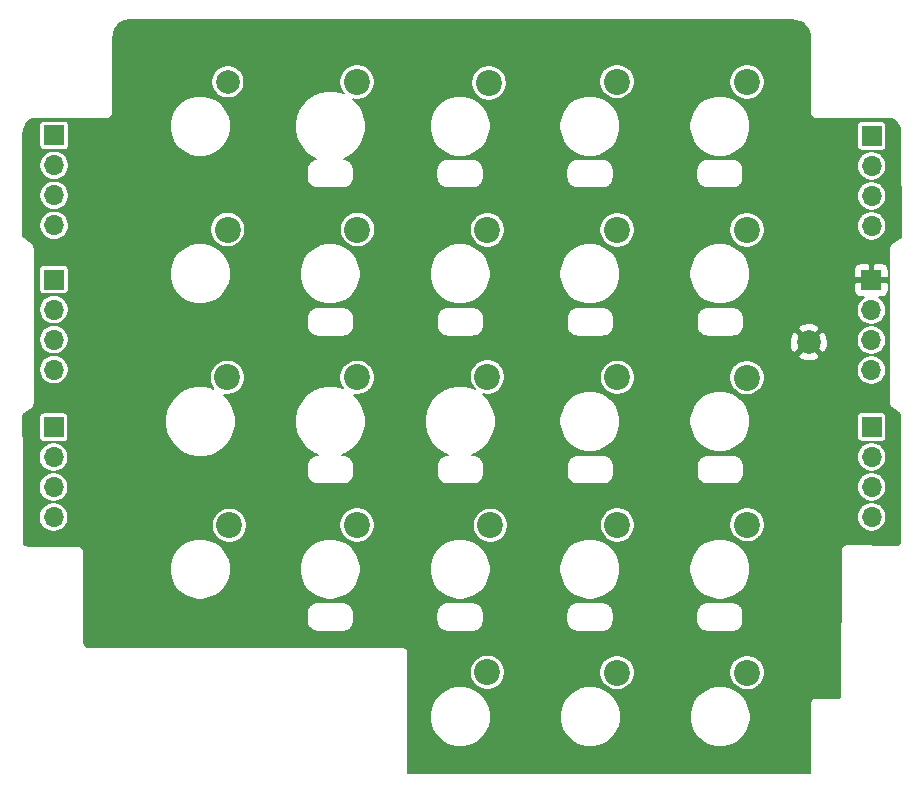
<source format=gbr>
G04 #@! TF.GenerationSoftware,KiCad,Pcbnew,(5.1.10)-1*
G04 #@! TF.CreationDate,2021-10-13T01:32:21-04:00*
G04 #@! TF.ProjectId,po_midi_adapter,706f5f6d-6964-4695-9f61-646170746572,rev?*
G04 #@! TF.SameCoordinates,PX5f57d00PY76b1be0*
G04 #@! TF.FileFunction,Copper,L2,Bot*
G04 #@! TF.FilePolarity,Positive*
%FSLAX46Y46*%
G04 Gerber Fmt 4.6, Leading zero omitted, Abs format (unit mm)*
G04 Created by KiCad (PCBNEW (5.1.10)-1) date 2021-10-13 01:32:21*
%MOMM*%
%LPD*%
G01*
G04 APERTURE LIST*
G04 #@! TA.AperFunction,ComponentPad*
%ADD10C,2.200000*%
G04 #@! TD*
G04 #@! TA.AperFunction,ComponentPad*
%ADD11C,2.000000*%
G04 #@! TD*
G04 #@! TA.AperFunction,ComponentPad*
%ADD12O,1.700000X1.700000*%
G04 #@! TD*
G04 #@! TA.AperFunction,ComponentPad*
%ADD13R,1.700000X1.700000*%
G04 #@! TD*
G04 #@! TA.AperFunction,ViaPad*
%ADD14C,0.800000*%
G04 #@! TD*
G04 #@! TA.AperFunction,Conductor*
%ADD15C,0.635000*%
G04 #@! TD*
G04 #@! TA.AperFunction,Conductor*
%ADD16C,0.508000*%
G04 #@! TD*
G04 #@! TA.AperFunction,Conductor*
%ADD17C,0.200000*%
G04 #@! TD*
G04 #@! TA.AperFunction,Conductor*
%ADD18C,0.100000*%
G04 #@! TD*
G04 APERTURE END LIST*
D10*
X31242000Y60553600D03*
X42265600Y48031400D03*
X20269200Y48056800D03*
X20243800Y35534600D03*
X31242000Y23037800D03*
X42265600Y10566400D03*
X53238400Y10541000D03*
X64262000Y10541000D03*
X64262000Y60553600D03*
X53238400Y60579000D03*
X31267400Y48056800D03*
X53258720Y48031400D03*
X64236600Y48031400D03*
X31242000Y35534600D03*
X42265600Y35585400D03*
X53263800Y35534600D03*
X64236600Y35521900D03*
X64262000Y23063200D03*
X53263800Y23037800D03*
X42519600Y23012400D03*
X42392600Y60477400D03*
X20421600Y23012400D03*
D11*
X20294600Y60553600D03*
X69469000Y38506400D03*
D12*
X74803000Y23723600D03*
X74803000Y26263600D03*
X74803000Y28803600D03*
D13*
X74803000Y31343600D03*
X74777600Y43764200D03*
D12*
X74777600Y41224200D03*
X74777600Y38684200D03*
X74777600Y36144200D03*
D13*
X5562600Y43815000D03*
D12*
X5562600Y41275000D03*
X5562600Y38735000D03*
X5562600Y36195000D03*
X74803000Y48361600D03*
X74803000Y50901600D03*
X74803000Y53441600D03*
D13*
X74803000Y55981600D03*
X5588000Y56032400D03*
D12*
X5588000Y53492400D03*
X5588000Y50952400D03*
X5588000Y48412400D03*
X5537200Y23698200D03*
X5537200Y26238200D03*
X5537200Y28778200D03*
D13*
X5537200Y31318200D03*
D14*
X54330600Y53162200D03*
X34696400Y32512000D03*
X23596600Y32258000D03*
X13081000Y35433000D03*
X45008800Y52730400D03*
X34442400Y52019200D03*
X47244000Y46710600D03*
X56489600Y44272200D03*
X69367400Y44119800D03*
X12166600Y50571400D03*
D15*
X42875200Y60223400D02*
X42494200Y60604400D01*
D16*
X42265600Y48031400D02*
X42265600Y48412400D01*
D17*
X68031516Y65814600D02*
X68744609Y65656732D01*
X68969980Y65523626D01*
X69187984Y65328939D01*
X69364023Y65095613D01*
X69491385Y64832547D01*
X69566430Y64545136D01*
X69586199Y64294884D01*
X69586200Y57957791D01*
X69583781Y57933058D01*
X69588677Y57883689D01*
X69593435Y57835382D01*
X69593484Y57835221D01*
X69593501Y57835048D01*
X69608006Y57787346D01*
X69622025Y57741132D01*
X69622104Y57740984D01*
X69622155Y57740817D01*
X69645594Y57697037D01*
X69668454Y57654270D01*
X69668562Y57654139D01*
X69668643Y57653987D01*
X69699541Y57616390D01*
X69730936Y57578135D01*
X69731068Y57578027D01*
X69731177Y57577894D01*
X69768893Y57546984D01*
X69807071Y57515653D01*
X69807224Y57515571D01*
X69807355Y57515464D01*
X69850126Y57492639D01*
X69893933Y57469224D01*
X69894098Y57469174D01*
X69894248Y57469094D01*
X69940594Y57455070D01*
X69988183Y57440634D01*
X69988356Y57440617D01*
X69988518Y57440568D01*
X70036551Y57435870D01*
X70086199Y57430980D01*
X70110935Y57433416D01*
X75971291Y57437400D01*
X76509848Y57437400D01*
X76672805Y57332217D01*
X76882911Y57129031D01*
X77049547Y56888907D01*
X77166370Y56620990D01*
X77231021Y56325939D01*
X77241750Y56144248D01*
X77249185Y47445695D01*
X76516668Y46905945D01*
X76505071Y46899746D01*
X76477080Y46876775D01*
X76467829Y46869958D01*
X76458138Y46861230D01*
X76428936Y46837264D01*
X76421583Y46828304D01*
X76412984Y46820559D01*
X76390416Y46790327D01*
X76366454Y46761129D01*
X76360993Y46750912D01*
X76354067Y46741634D01*
X76337827Y46707572D01*
X76320025Y46674266D01*
X76316661Y46663177D01*
X76311680Y46652729D01*
X76302397Y46616154D01*
X76291435Y46580016D01*
X76290300Y46568489D01*
X76287451Y46557265D01*
X76285482Y46519578D01*
X76284200Y46506559D01*
X76284200Y46495031D01*
X76282313Y46458908D01*
X76284200Y46445908D01*
X76284201Y33414914D01*
X76282649Y33405106D01*
X76284201Y33365740D01*
X76284201Y33351040D01*
X76285167Y33341228D01*
X76286529Y33306692D01*
X76289987Y33292300D01*
X76291436Y33277583D01*
X76301462Y33244532D01*
X76309535Y33210926D01*
X76315732Y33197489D01*
X76320026Y33183333D01*
X76336314Y33152861D01*
X76350783Y33121487D01*
X76359480Y33109520D01*
X76366455Y33096471D01*
X76388376Y33069760D01*
X76408686Y33041814D01*
X76419550Y33031775D01*
X76428937Y33020336D01*
X76455650Y32998414D01*
X76462895Y32991718D01*
X76474622Y32982843D01*
X76505072Y32957854D01*
X76513829Y32953173D01*
X77224001Y32415746D01*
X77224000Y21639855D01*
X77217142Y21569911D01*
X77203931Y21526153D01*
X77182471Y21485794D01*
X77153582Y21450372D01*
X77118367Y21421240D01*
X77078157Y21399498D01*
X77034492Y21385981D01*
X76967362Y21378926D01*
X72696628Y21404048D01*
X72671815Y21406612D01*
X72623302Y21402069D01*
X72574284Y21397533D01*
X72574021Y21397455D01*
X72573754Y21397430D01*
X72527056Y21383509D01*
X72479867Y21369497D01*
X72479627Y21369370D01*
X72479367Y21369293D01*
X72436132Y21346450D01*
X72392734Y21323580D01*
X72392523Y21323409D01*
X72392283Y21323282D01*
X72354550Y21292618D01*
X72316232Y21261547D01*
X72316056Y21261335D01*
X72315849Y21261167D01*
X72284817Y21223723D01*
X72253304Y21185781D01*
X72253175Y21185543D01*
X72253001Y21185333D01*
X72229740Y21142315D01*
X72206364Y21099194D01*
X72206283Y21098933D01*
X72206155Y21098696D01*
X72191651Y21051695D01*
X72177221Y21005113D01*
X72177193Y21004847D01*
X72177112Y21004584D01*
X72172085Y20955942D01*
X72166990Y20907155D01*
X72169289Y20882314D01*
X72109755Y8500004D01*
X72108003Y8455062D01*
X72106960Y8450697D01*
X72105086Y8446610D01*
X72102457Y8442970D01*
X72099168Y8439906D01*
X72095351Y8437542D01*
X72091146Y8435965D01*
X72076595Y8433564D01*
X72057650Y8433400D01*
X70109885Y8433400D01*
X70084462Y8435815D01*
X70036612Y8430935D01*
X69988183Y8426165D01*
X69987343Y8425910D01*
X69986479Y8425822D01*
X69940493Y8411699D01*
X69893933Y8397575D01*
X69893159Y8397161D01*
X69892328Y8396906D01*
X69849965Y8374073D01*
X69807071Y8351146D01*
X69806392Y8350589D01*
X69805628Y8350177D01*
X69768514Y8319503D01*
X69730936Y8288664D01*
X69730380Y8287987D01*
X69729709Y8287432D01*
X69699263Y8250070D01*
X69668454Y8212529D01*
X69668040Y8211755D01*
X69667491Y8211081D01*
X69644933Y8168524D01*
X69622025Y8125667D01*
X69621770Y8124827D01*
X69621363Y8124059D01*
X69607520Y8077850D01*
X69593435Y8031417D01*
X69593349Y8030546D01*
X69593099Y8029711D01*
X69588545Y7981772D01*
X69583781Y7933400D01*
X69586286Y7907967D01*
X69606449Y2080994D01*
X69603981Y2055817D01*
X69603523Y2054300D01*
X69602777Y2052898D01*
X69601773Y2051666D01*
X69600550Y2050654D01*
X69599155Y2049901D01*
X69597633Y2049429D01*
X69584936Y2048095D01*
X69581298Y2048263D01*
X69569769Y2049399D01*
X35622719Y2050033D01*
X35584591Y2051856D01*
X35583525Y2052121D01*
X35582538Y2052584D01*
X35581657Y2053232D01*
X35580918Y2054040D01*
X35580350Y2054976D01*
X35579975Y2056001D01*
X35577413Y2072435D01*
X35581739Y7064777D01*
X37391423Y7064777D01*
X37391423Y6556069D01*
X37490667Y6057135D01*
X37685341Y5587149D01*
X37967965Y5164173D01*
X38327676Y4804462D01*
X38750652Y4521838D01*
X39220638Y4327164D01*
X39719572Y4227920D01*
X40228280Y4227920D01*
X40727214Y4327164D01*
X41197200Y4521838D01*
X41620176Y4804462D01*
X41979887Y5164173D01*
X42262511Y5587149D01*
X42457185Y6057135D01*
X42556429Y6556069D01*
X42556429Y7064777D01*
X48391421Y7064777D01*
X48391421Y6556069D01*
X48490665Y6057134D01*
X48685339Y5587148D01*
X48967963Y5164172D01*
X49327674Y4804461D01*
X49750650Y4521837D01*
X50220636Y4327163D01*
X50719571Y4227919D01*
X51228279Y4227919D01*
X51727214Y4327163D01*
X52197200Y4521837D01*
X52620176Y4804461D01*
X52979887Y5164172D01*
X53262511Y5587148D01*
X53457185Y6057134D01*
X53556429Y6556069D01*
X53556429Y7064777D01*
X59391421Y7064777D01*
X59391421Y6556069D01*
X59490665Y6057134D01*
X59685339Y5587148D01*
X59967963Y5164172D01*
X60327674Y4804461D01*
X60750650Y4521837D01*
X61220636Y4327163D01*
X61719571Y4227919D01*
X62228279Y4227919D01*
X62727214Y4327163D01*
X63197200Y4521837D01*
X63620176Y4804461D01*
X63979887Y5164172D01*
X64262511Y5587148D01*
X64457185Y6057134D01*
X64556429Y6556069D01*
X64556429Y7064777D01*
X64457185Y7563712D01*
X64262511Y8033698D01*
X63979887Y8456674D01*
X63620176Y8816385D01*
X63197200Y9099009D01*
X62727214Y9293683D01*
X62228279Y9392927D01*
X61719571Y9392927D01*
X61220636Y9293683D01*
X60750650Y9099009D01*
X60327674Y8816385D01*
X59967963Y8456674D01*
X59685339Y8033698D01*
X59490665Y7563712D01*
X59391421Y7064777D01*
X53556429Y7064777D01*
X53457185Y7563712D01*
X53262511Y8033698D01*
X52979887Y8456674D01*
X52620176Y8816385D01*
X52197200Y9099009D01*
X51727214Y9293683D01*
X51228279Y9392927D01*
X50719571Y9392927D01*
X50220636Y9293683D01*
X49750650Y9099009D01*
X49327674Y8816385D01*
X48967963Y8456674D01*
X48685339Y8033698D01*
X48490665Y7563712D01*
X48391421Y7064777D01*
X42556429Y7064777D01*
X42457185Y7563711D01*
X42262511Y8033697D01*
X41979887Y8456673D01*
X41620176Y8816384D01*
X41197200Y9099008D01*
X40727214Y9293682D01*
X40228280Y9392926D01*
X39719572Y9392926D01*
X39220638Y9293682D01*
X38750652Y9099008D01*
X38327676Y8816384D01*
X37967965Y8456673D01*
X37685341Y8033697D01*
X37490667Y7563711D01*
X37391423Y7064777D01*
X35581739Y7064777D01*
X35584901Y10714137D01*
X40765600Y10714137D01*
X40765600Y10418663D01*
X40823244Y10128866D01*
X40936317Y9855883D01*
X41100474Y9610206D01*
X41309406Y9401274D01*
X41555083Y9237117D01*
X41828066Y9124044D01*
X42117863Y9066400D01*
X42413337Y9066400D01*
X42703134Y9124044D01*
X42976117Y9237117D01*
X43221794Y9401274D01*
X43430726Y9610206D01*
X43594883Y9855883D01*
X43707956Y10128866D01*
X43765600Y10418663D01*
X43765600Y10688737D01*
X51738400Y10688737D01*
X51738400Y10393263D01*
X51796044Y10103466D01*
X51909117Y9830483D01*
X52073274Y9584806D01*
X52282206Y9375874D01*
X52527883Y9211717D01*
X52800866Y9098644D01*
X53090663Y9041000D01*
X53386137Y9041000D01*
X53675934Y9098644D01*
X53948917Y9211717D01*
X54194594Y9375874D01*
X54403526Y9584806D01*
X54567683Y9830483D01*
X54680756Y10103466D01*
X54738400Y10393263D01*
X54738400Y10688737D01*
X62762000Y10688737D01*
X62762000Y10393263D01*
X62819644Y10103466D01*
X62932717Y9830483D01*
X63096874Y9584806D01*
X63305806Y9375874D01*
X63551483Y9211717D01*
X63824466Y9098644D01*
X64114263Y9041000D01*
X64409737Y9041000D01*
X64699534Y9098644D01*
X64972517Y9211717D01*
X65218194Y9375874D01*
X65427126Y9584806D01*
X65591283Y9830483D01*
X65704356Y10103466D01*
X65762000Y10393263D01*
X65762000Y10688737D01*
X65704356Y10978534D01*
X65591283Y11251517D01*
X65427126Y11497194D01*
X65218194Y11706126D01*
X64972517Y11870283D01*
X64699534Y11983356D01*
X64409737Y12041000D01*
X64114263Y12041000D01*
X63824466Y11983356D01*
X63551483Y11870283D01*
X63305806Y11706126D01*
X63096874Y11497194D01*
X62932717Y11251517D01*
X62819644Y10978534D01*
X62762000Y10688737D01*
X54738400Y10688737D01*
X54680756Y10978534D01*
X54567683Y11251517D01*
X54403526Y11497194D01*
X54194594Y11706126D01*
X53948917Y11870283D01*
X53675934Y11983356D01*
X53386137Y12041000D01*
X53090663Y12041000D01*
X52800866Y11983356D01*
X52527883Y11870283D01*
X52282206Y11706126D01*
X52073274Y11497194D01*
X51909117Y11251517D01*
X51796044Y10978534D01*
X51738400Y10688737D01*
X43765600Y10688737D01*
X43765600Y10714137D01*
X43707956Y11003934D01*
X43594883Y11276917D01*
X43430726Y11522594D01*
X43221794Y11731526D01*
X42976117Y11895683D01*
X42703134Y12008756D01*
X42413337Y12066400D01*
X42117863Y12066400D01*
X41828066Y12008756D01*
X41555083Y11895683D01*
X41309406Y11731526D01*
X41100474Y11522594D01*
X40936317Y11276917D01*
X40823244Y11003934D01*
X40765600Y10714137D01*
X35584901Y10714137D01*
X35586180Y12189772D01*
X35588620Y12214498D01*
X35583792Y12263622D01*
X35579050Y12312192D01*
X35579002Y12312350D01*
X35578986Y12312516D01*
X35564593Y12360000D01*
X35550542Y12406466D01*
X35550465Y12406610D01*
X35550416Y12406772D01*
X35526925Y12450743D01*
X35504188Y12493369D01*
X35504084Y12493496D01*
X35504005Y12493644D01*
X35472404Y12532167D01*
X35441772Y12569558D01*
X35441646Y12569662D01*
X35441539Y12569792D01*
X35402940Y12601483D01*
X35365691Y12632106D01*
X35365547Y12632183D01*
X35365417Y12632290D01*
X35321795Y12655618D01*
X35278870Y12678610D01*
X35278711Y12678658D01*
X35278564Y12678737D01*
X35231925Y12692895D01*
X35184644Y12707282D01*
X35184476Y12707299D01*
X35184320Y12707346D01*
X35136079Y12712107D01*
X35086636Y12717020D01*
X35061909Y12714606D01*
X8454594Y12720128D01*
X8396808Y12743460D01*
X8304438Y12803878D01*
X8225561Y12881087D01*
X8163185Y12972142D01*
X8119681Y13073586D01*
X8096711Y13181536D01*
X8094600Y13330480D01*
X8094600Y14911205D01*
X26957373Y14911205D01*
X26959139Y14893060D01*
X26963141Y14837466D01*
X26969703Y14799145D01*
X26974731Y14760605D01*
X26976353Y14753815D01*
X26996502Y14671987D01*
X27011586Y14629230D01*
X27026061Y14586305D01*
X27028970Y14579959D01*
X27064630Y14503602D01*
X27087744Y14464570D01*
X27110268Y14425296D01*
X27114350Y14419642D01*
X27114353Y14419638D01*
X27114355Y14419636D01*
X27164166Y14351662D01*
X27194404Y14317882D01*
X27224140Y14283716D01*
X27229245Y14278961D01*
X27229251Y14278954D01*
X27229259Y14278948D01*
X27291315Y14221951D01*
X27327562Y14194670D01*
X27363348Y14166945D01*
X27369283Y14163269D01*
X27441240Y14119404D01*
X27482083Y14099689D01*
X27522583Y14079438D01*
X27529114Y14076987D01*
X27529120Y14076984D01*
X27529126Y14076982D01*
X27608225Y14047932D01*
X27652108Y14036528D01*
X27695787Y14024525D01*
X27702664Y14023391D01*
X27702671Y14023389D01*
X27702677Y14023389D01*
X27751694Y14015655D01*
X27765657Y14011414D01*
X27839112Y14004154D01*
X30047187Y14003392D01*
X30065130Y14005153D01*
X30120534Y14009141D01*
X30158855Y14015703D01*
X30197395Y14020731D01*
X30204185Y14022353D01*
X30286013Y14042502D01*
X30328770Y14057586D01*
X30371695Y14072061D01*
X30378041Y14074970D01*
X30454398Y14110630D01*
X30493430Y14133744D01*
X30532704Y14156268D01*
X30538358Y14160350D01*
X30538362Y14160353D01*
X30538365Y14160356D01*
X30606338Y14210166D01*
X30640118Y14240404D01*
X30674284Y14270140D01*
X30679039Y14275245D01*
X30679046Y14275251D01*
X30679052Y14275259D01*
X30736049Y14337315D01*
X30763330Y14373562D01*
X30791055Y14409348D01*
X30794731Y14415283D01*
X30838596Y14487240D01*
X30858311Y14528083D01*
X30878562Y14568583D01*
X30881013Y14575114D01*
X30881016Y14575120D01*
X30881018Y14575126D01*
X30910068Y14654225D01*
X30921472Y14698108D01*
X30933475Y14741787D01*
X30934609Y14748664D01*
X30934611Y14748671D01*
X30934611Y14748677D01*
X30942312Y14797486D01*
X30946502Y14811239D01*
X30953825Y14884688D01*
X30953856Y14911205D01*
X37955573Y14911205D01*
X37957339Y14893060D01*
X37961341Y14837466D01*
X37967903Y14799145D01*
X37972931Y14760605D01*
X37974553Y14753815D01*
X37994702Y14671987D01*
X38009786Y14629230D01*
X38024261Y14586305D01*
X38027170Y14579959D01*
X38062830Y14503602D01*
X38085944Y14464570D01*
X38108468Y14425296D01*
X38112550Y14419642D01*
X38112553Y14419638D01*
X38112555Y14419636D01*
X38162366Y14351662D01*
X38192604Y14317882D01*
X38222340Y14283716D01*
X38227445Y14278961D01*
X38227451Y14278954D01*
X38227459Y14278948D01*
X38289515Y14221951D01*
X38325762Y14194670D01*
X38361548Y14166945D01*
X38367483Y14163269D01*
X38439440Y14119404D01*
X38480283Y14099689D01*
X38520783Y14079438D01*
X38527314Y14076987D01*
X38527320Y14076984D01*
X38527326Y14076982D01*
X38606425Y14047932D01*
X38650308Y14036528D01*
X38693987Y14024525D01*
X38700864Y14023391D01*
X38700871Y14023389D01*
X38700877Y14023389D01*
X38749894Y14015655D01*
X38763857Y14011414D01*
X38837312Y14004154D01*
X41045387Y14003392D01*
X41063330Y14005153D01*
X41118734Y14009141D01*
X41157055Y14015703D01*
X41195595Y14020731D01*
X41202385Y14022353D01*
X41284213Y14042502D01*
X41326970Y14057586D01*
X41369895Y14072061D01*
X41376241Y14074970D01*
X41452598Y14110630D01*
X41491630Y14133744D01*
X41530904Y14156268D01*
X41536558Y14160350D01*
X41536562Y14160353D01*
X41536565Y14160356D01*
X41604538Y14210166D01*
X41638318Y14240404D01*
X41672484Y14270140D01*
X41677239Y14275245D01*
X41677246Y14275251D01*
X41677252Y14275259D01*
X41734249Y14337315D01*
X41761530Y14373562D01*
X41789255Y14409348D01*
X41792931Y14415283D01*
X41836796Y14487240D01*
X41856511Y14528083D01*
X41876762Y14568583D01*
X41879213Y14575114D01*
X41879216Y14575120D01*
X41879218Y14575126D01*
X41908268Y14654225D01*
X41919672Y14698108D01*
X41931675Y14741787D01*
X41932809Y14748664D01*
X41932811Y14748671D01*
X41932811Y14748677D01*
X41940512Y14797486D01*
X41944702Y14811239D01*
X41952025Y14884688D01*
X41952056Y14911205D01*
X48953773Y14911205D01*
X48955539Y14893060D01*
X48959541Y14837466D01*
X48966103Y14799145D01*
X48971131Y14760605D01*
X48972753Y14753815D01*
X48992902Y14671987D01*
X49007986Y14629230D01*
X49022461Y14586305D01*
X49025370Y14579959D01*
X49061030Y14503602D01*
X49084144Y14464570D01*
X49106668Y14425296D01*
X49110750Y14419642D01*
X49110753Y14419638D01*
X49110755Y14419636D01*
X49160566Y14351662D01*
X49190804Y14317882D01*
X49220540Y14283716D01*
X49225645Y14278961D01*
X49225651Y14278954D01*
X49225659Y14278948D01*
X49287715Y14221951D01*
X49323962Y14194670D01*
X49359748Y14166945D01*
X49365683Y14163269D01*
X49437640Y14119404D01*
X49478483Y14099689D01*
X49518983Y14079438D01*
X49525514Y14076987D01*
X49525520Y14076984D01*
X49525526Y14076982D01*
X49604625Y14047932D01*
X49648508Y14036528D01*
X49692187Y14024525D01*
X49699064Y14023391D01*
X49699071Y14023389D01*
X49699077Y14023389D01*
X49748094Y14015655D01*
X49762057Y14011414D01*
X49835512Y14004154D01*
X52043587Y14003392D01*
X52061530Y14005153D01*
X52116934Y14009141D01*
X52155255Y14015703D01*
X52193795Y14020731D01*
X52200585Y14022353D01*
X52282413Y14042502D01*
X52325170Y14057586D01*
X52368095Y14072061D01*
X52374441Y14074970D01*
X52450798Y14110630D01*
X52489830Y14133744D01*
X52529104Y14156268D01*
X52534758Y14160350D01*
X52534762Y14160353D01*
X52534765Y14160356D01*
X52602738Y14210166D01*
X52636518Y14240404D01*
X52670684Y14270140D01*
X52675439Y14275245D01*
X52675446Y14275251D01*
X52675452Y14275259D01*
X52732449Y14337315D01*
X52759730Y14373562D01*
X52787455Y14409348D01*
X52791131Y14415283D01*
X52834996Y14487240D01*
X52854711Y14528083D01*
X52874962Y14568583D01*
X52877413Y14575114D01*
X52877416Y14575120D01*
X52877418Y14575126D01*
X52906468Y14654225D01*
X52917872Y14698108D01*
X52929875Y14741787D01*
X52931009Y14748664D01*
X52931011Y14748671D01*
X52931011Y14748677D01*
X52938712Y14797486D01*
X52942902Y14811239D01*
X52950225Y14884688D01*
X52950256Y14911205D01*
X59951973Y14911205D01*
X59953739Y14893060D01*
X59957741Y14837466D01*
X59964303Y14799145D01*
X59969331Y14760605D01*
X59970953Y14753815D01*
X59991102Y14671987D01*
X60006186Y14629230D01*
X60020661Y14586305D01*
X60023570Y14579959D01*
X60059230Y14503602D01*
X60082344Y14464570D01*
X60104868Y14425296D01*
X60108950Y14419642D01*
X60108953Y14419638D01*
X60108955Y14419636D01*
X60158766Y14351662D01*
X60189004Y14317882D01*
X60218740Y14283716D01*
X60223845Y14278961D01*
X60223851Y14278954D01*
X60223859Y14278948D01*
X60285915Y14221951D01*
X60322162Y14194670D01*
X60357948Y14166945D01*
X60363883Y14163269D01*
X60435840Y14119404D01*
X60476683Y14099689D01*
X60517183Y14079438D01*
X60523714Y14076987D01*
X60523720Y14076984D01*
X60523726Y14076982D01*
X60602825Y14047932D01*
X60646708Y14036528D01*
X60690387Y14024525D01*
X60697264Y14023391D01*
X60697271Y14023389D01*
X60697277Y14023389D01*
X60746294Y14015655D01*
X60760257Y14011414D01*
X60833712Y14004154D01*
X63041787Y14003392D01*
X63059730Y14005153D01*
X63115134Y14009141D01*
X63153455Y14015703D01*
X63191995Y14020731D01*
X63198785Y14022353D01*
X63280613Y14042502D01*
X63323370Y14057586D01*
X63366295Y14072061D01*
X63372641Y14074970D01*
X63448998Y14110630D01*
X63488030Y14133744D01*
X63527304Y14156268D01*
X63532958Y14160350D01*
X63532962Y14160353D01*
X63532965Y14160356D01*
X63600938Y14210166D01*
X63634718Y14240404D01*
X63668884Y14270140D01*
X63673639Y14275245D01*
X63673646Y14275251D01*
X63673652Y14275259D01*
X63730649Y14337315D01*
X63757930Y14373562D01*
X63785655Y14409348D01*
X63789331Y14415283D01*
X63833196Y14487240D01*
X63852911Y14528083D01*
X63873162Y14568583D01*
X63875613Y14575114D01*
X63875616Y14575120D01*
X63875618Y14575126D01*
X63904668Y14654225D01*
X63916072Y14698108D01*
X63928075Y14741787D01*
X63929209Y14748664D01*
X63929211Y14748671D01*
X63929211Y14748677D01*
X63936912Y14797486D01*
X63941102Y14811239D01*
X63948425Y14884688D01*
X63949272Y15594907D01*
X63947507Y15613046D01*
X63943503Y15668679D01*
X63936941Y15707000D01*
X63931913Y15745540D01*
X63930291Y15752330D01*
X63910142Y15834158D01*
X63895054Y15876925D01*
X63880583Y15919840D01*
X63877674Y15926186D01*
X63842014Y16002542D01*
X63818918Y16041544D01*
X63796376Y16080849D01*
X63792294Y16086503D01*
X63792291Y16086507D01*
X63792288Y16086510D01*
X63742477Y16154484D01*
X63712244Y16188258D01*
X63682504Y16222429D01*
X63677396Y16227187D01*
X63615330Y16284193D01*
X63579088Y16311471D01*
X63543296Y16339200D01*
X63537361Y16342876D01*
X63465404Y16386741D01*
X63424532Y16406470D01*
X63384060Y16426707D01*
X63377533Y16429157D01*
X63377524Y16429161D01*
X63377515Y16429163D01*
X63298419Y16458213D01*
X63254545Y16469614D01*
X63210857Y16481620D01*
X63203980Y16482754D01*
X63203973Y16482756D01*
X63203967Y16482756D01*
X63154865Y16490504D01*
X63140817Y16494765D01*
X63067360Y16502000D01*
X60859240Y16502000D01*
X60841361Y16500239D01*
X60786066Y16496259D01*
X60747745Y16489697D01*
X60709205Y16484669D01*
X60702415Y16483047D01*
X60620587Y16462898D01*
X60577820Y16447810D01*
X60534905Y16433339D01*
X60528559Y16430430D01*
X60452203Y16394770D01*
X60413201Y16371674D01*
X60373896Y16349132D01*
X60368242Y16345050D01*
X60368238Y16345047D01*
X60368236Y16345045D01*
X60300261Y16295233D01*
X60266487Y16265000D01*
X60232316Y16235260D01*
X60227558Y16230152D01*
X60170552Y16168086D01*
X60143274Y16131844D01*
X60115545Y16096052D01*
X60111869Y16090117D01*
X60068004Y16018160D01*
X60048275Y15977288D01*
X60028038Y15936816D01*
X60025588Y15930289D01*
X60025584Y15930280D01*
X60025582Y15930271D01*
X59996532Y15851175D01*
X59985131Y15807301D01*
X59973125Y15763613D01*
X59971991Y15756736D01*
X59971989Y15756729D01*
X59971989Y15756725D01*
X59964285Y15707898D01*
X59960091Y15694128D01*
X59952774Y15620679D01*
X59951973Y14911205D01*
X52950256Y14911205D01*
X52951072Y15594907D01*
X52949307Y15613046D01*
X52945303Y15668679D01*
X52938741Y15707000D01*
X52933713Y15745540D01*
X52932091Y15752330D01*
X52911942Y15834158D01*
X52896854Y15876925D01*
X52882383Y15919840D01*
X52879474Y15926186D01*
X52843814Y16002542D01*
X52820718Y16041544D01*
X52798176Y16080849D01*
X52794094Y16086503D01*
X52794091Y16086507D01*
X52794088Y16086510D01*
X52744277Y16154484D01*
X52714044Y16188258D01*
X52684304Y16222429D01*
X52679196Y16227187D01*
X52617130Y16284193D01*
X52580888Y16311471D01*
X52545096Y16339200D01*
X52539161Y16342876D01*
X52467204Y16386741D01*
X52426332Y16406470D01*
X52385860Y16426707D01*
X52379333Y16429157D01*
X52379324Y16429161D01*
X52379315Y16429163D01*
X52300219Y16458213D01*
X52256345Y16469614D01*
X52212657Y16481620D01*
X52205780Y16482754D01*
X52205773Y16482756D01*
X52205767Y16482756D01*
X52156665Y16490504D01*
X52142617Y16494765D01*
X52069160Y16502000D01*
X49861040Y16502000D01*
X49843161Y16500239D01*
X49787866Y16496259D01*
X49749545Y16489697D01*
X49711005Y16484669D01*
X49704215Y16483047D01*
X49622387Y16462898D01*
X49579620Y16447810D01*
X49536705Y16433339D01*
X49530359Y16430430D01*
X49454003Y16394770D01*
X49415001Y16371674D01*
X49375696Y16349132D01*
X49370042Y16345050D01*
X49370038Y16345047D01*
X49370036Y16345045D01*
X49302061Y16295233D01*
X49268287Y16265000D01*
X49234116Y16235260D01*
X49229358Y16230152D01*
X49172352Y16168086D01*
X49145074Y16131844D01*
X49117345Y16096052D01*
X49113669Y16090117D01*
X49069804Y16018160D01*
X49050075Y15977288D01*
X49029838Y15936816D01*
X49027388Y15930289D01*
X49027384Y15930280D01*
X49027382Y15930271D01*
X48998332Y15851175D01*
X48986931Y15807301D01*
X48974925Y15763613D01*
X48973791Y15756736D01*
X48973789Y15756729D01*
X48973789Y15756725D01*
X48966085Y15707898D01*
X48961891Y15694128D01*
X48954574Y15620679D01*
X48953773Y14911205D01*
X41952056Y14911205D01*
X41952872Y15594907D01*
X41951107Y15613046D01*
X41947103Y15668679D01*
X41940541Y15707000D01*
X41935513Y15745540D01*
X41933891Y15752330D01*
X41913742Y15834158D01*
X41898654Y15876925D01*
X41884183Y15919840D01*
X41881274Y15926186D01*
X41845614Y16002542D01*
X41822518Y16041544D01*
X41799976Y16080849D01*
X41795894Y16086503D01*
X41795891Y16086507D01*
X41795888Y16086510D01*
X41746077Y16154484D01*
X41715844Y16188258D01*
X41686104Y16222429D01*
X41680996Y16227187D01*
X41618930Y16284193D01*
X41582688Y16311471D01*
X41546896Y16339200D01*
X41540961Y16342876D01*
X41469004Y16386741D01*
X41428132Y16406470D01*
X41387660Y16426707D01*
X41381133Y16429157D01*
X41381124Y16429161D01*
X41381115Y16429163D01*
X41302019Y16458213D01*
X41258145Y16469614D01*
X41214457Y16481620D01*
X41207580Y16482754D01*
X41207573Y16482756D01*
X41207567Y16482756D01*
X41158465Y16490504D01*
X41144417Y16494765D01*
X41070960Y16502000D01*
X38862840Y16502000D01*
X38844961Y16500239D01*
X38789666Y16496259D01*
X38751345Y16489697D01*
X38712805Y16484669D01*
X38706015Y16483047D01*
X38624187Y16462898D01*
X38581420Y16447810D01*
X38538505Y16433339D01*
X38532159Y16430430D01*
X38455803Y16394770D01*
X38416801Y16371674D01*
X38377496Y16349132D01*
X38371842Y16345050D01*
X38371838Y16345047D01*
X38371836Y16345045D01*
X38303861Y16295233D01*
X38270087Y16265000D01*
X38235916Y16235260D01*
X38231158Y16230152D01*
X38174152Y16168086D01*
X38146874Y16131844D01*
X38119145Y16096052D01*
X38115469Y16090117D01*
X38071604Y16018160D01*
X38051875Y15977288D01*
X38031638Y15936816D01*
X38029188Y15930289D01*
X38029184Y15930280D01*
X38029182Y15930271D01*
X38000132Y15851175D01*
X37988731Y15807301D01*
X37976725Y15763613D01*
X37975591Y15756736D01*
X37975589Y15756729D01*
X37975589Y15756725D01*
X37967885Y15707898D01*
X37963691Y15694128D01*
X37956374Y15620679D01*
X37955573Y14911205D01*
X30953856Y14911205D01*
X30954672Y15594907D01*
X30952907Y15613046D01*
X30948903Y15668679D01*
X30942341Y15707000D01*
X30937313Y15745540D01*
X30935691Y15752330D01*
X30915542Y15834158D01*
X30900454Y15876925D01*
X30885983Y15919840D01*
X30883074Y15926186D01*
X30847414Y16002542D01*
X30824318Y16041544D01*
X30801776Y16080849D01*
X30797694Y16086503D01*
X30797691Y16086507D01*
X30797688Y16086510D01*
X30747877Y16154484D01*
X30717644Y16188258D01*
X30687904Y16222429D01*
X30682796Y16227187D01*
X30620730Y16284193D01*
X30584488Y16311471D01*
X30548696Y16339200D01*
X30542761Y16342876D01*
X30470804Y16386741D01*
X30429932Y16406470D01*
X30389460Y16426707D01*
X30382933Y16429157D01*
X30382924Y16429161D01*
X30382915Y16429163D01*
X30303819Y16458213D01*
X30259945Y16469614D01*
X30216257Y16481620D01*
X30209380Y16482754D01*
X30209373Y16482756D01*
X30209367Y16482756D01*
X30160265Y16490504D01*
X30146217Y16494765D01*
X30072760Y16502000D01*
X27864640Y16502000D01*
X27846761Y16500239D01*
X27791466Y16496259D01*
X27753145Y16489697D01*
X27714605Y16484669D01*
X27707815Y16483047D01*
X27625987Y16462898D01*
X27583220Y16447810D01*
X27540305Y16433339D01*
X27533959Y16430430D01*
X27457603Y16394770D01*
X27418601Y16371674D01*
X27379296Y16349132D01*
X27373642Y16345050D01*
X27373638Y16345047D01*
X27373636Y16345045D01*
X27305661Y16295233D01*
X27271887Y16265000D01*
X27237716Y16235260D01*
X27232958Y16230152D01*
X27175952Y16168086D01*
X27148674Y16131844D01*
X27120945Y16096052D01*
X27117269Y16090117D01*
X27073404Y16018160D01*
X27053675Y15977288D01*
X27033438Y15936816D01*
X27030988Y15930289D01*
X27030984Y15930280D01*
X27030982Y15930271D01*
X27001932Y15851175D01*
X26990531Y15807301D01*
X26978525Y15763613D01*
X26977391Y15756736D01*
X26977389Y15756729D01*
X26977389Y15756725D01*
X26969685Y15707898D01*
X26965491Y15694128D01*
X26958174Y15620679D01*
X26957373Y14911205D01*
X8094600Y14911205D01*
X8094600Y19560150D01*
X15366529Y19560150D01*
X15366529Y19051442D01*
X15465773Y18552507D01*
X15660447Y18082521D01*
X15943071Y17659545D01*
X16302782Y17299834D01*
X16725758Y17017210D01*
X17195744Y16822536D01*
X17694679Y16723292D01*
X18203387Y16723292D01*
X18702322Y16822536D01*
X19172308Y17017210D01*
X19595284Y17299834D01*
X19954995Y17659545D01*
X20237619Y18082521D01*
X20432293Y18552507D01*
X20531537Y19051442D01*
X20531537Y19560150D01*
X26366529Y19560150D01*
X26366529Y19051442D01*
X26465773Y18552507D01*
X26660447Y18082521D01*
X26943071Y17659545D01*
X27302782Y17299834D01*
X27725758Y17017210D01*
X28195744Y16822536D01*
X28694679Y16723292D01*
X29203387Y16723292D01*
X29702322Y16822536D01*
X30172308Y17017210D01*
X30595284Y17299834D01*
X30954995Y17659545D01*
X31237619Y18082521D01*
X31432293Y18552507D01*
X31531537Y19051442D01*
X31531537Y19560150D01*
X37366530Y19560150D01*
X37366530Y19051442D01*
X37465774Y18552508D01*
X37660448Y18082522D01*
X37943072Y17659546D01*
X38302783Y17299835D01*
X38725759Y17017211D01*
X39195745Y16822537D01*
X39694679Y16723293D01*
X40203387Y16723293D01*
X40702321Y16822537D01*
X41172307Y17017211D01*
X41595283Y17299835D01*
X41954994Y17659546D01*
X42237618Y18082522D01*
X42432292Y18552508D01*
X42531536Y19051442D01*
X42531536Y19560150D01*
X48366528Y19560150D01*
X48366528Y19051442D01*
X48465772Y18552507D01*
X48660446Y18082521D01*
X48943070Y17659545D01*
X49302781Y17299834D01*
X49725757Y17017210D01*
X50195743Y16822536D01*
X50694678Y16723292D01*
X51203386Y16723292D01*
X51702321Y16822536D01*
X52172307Y17017210D01*
X52595283Y17299834D01*
X52954994Y17659545D01*
X53237618Y18082521D01*
X53432292Y18552507D01*
X53531536Y19051442D01*
X53531536Y19560150D01*
X59366528Y19560150D01*
X59366528Y19051442D01*
X59465772Y18552507D01*
X59660446Y18082521D01*
X59943070Y17659545D01*
X60302781Y17299834D01*
X60725757Y17017210D01*
X61195743Y16822536D01*
X61694678Y16723292D01*
X62203386Y16723292D01*
X62702321Y16822536D01*
X63172307Y17017210D01*
X63595283Y17299834D01*
X63954994Y17659545D01*
X64237618Y18082521D01*
X64432292Y18552507D01*
X64531536Y19051442D01*
X64531536Y19560150D01*
X64432292Y20059085D01*
X64237618Y20529071D01*
X63954994Y20952047D01*
X63595283Y21311758D01*
X63172307Y21594382D01*
X62702321Y21789056D01*
X62203386Y21888300D01*
X61694678Y21888300D01*
X61195743Y21789056D01*
X60725757Y21594382D01*
X60302781Y21311758D01*
X59943070Y20952047D01*
X59660446Y20529071D01*
X59465772Y20059085D01*
X59366528Y19560150D01*
X53531536Y19560150D01*
X53432292Y20059085D01*
X53237618Y20529071D01*
X52954994Y20952047D01*
X52595283Y21311758D01*
X52172307Y21594382D01*
X51702321Y21789056D01*
X51203386Y21888300D01*
X50694678Y21888300D01*
X50195743Y21789056D01*
X49725757Y21594382D01*
X49302781Y21311758D01*
X48943070Y20952047D01*
X48660446Y20529071D01*
X48465772Y20059085D01*
X48366528Y19560150D01*
X42531536Y19560150D01*
X42432292Y20059084D01*
X42237618Y20529070D01*
X41954994Y20952046D01*
X41595283Y21311757D01*
X41172307Y21594381D01*
X40702321Y21789055D01*
X40203387Y21888299D01*
X39694679Y21888299D01*
X39195745Y21789055D01*
X38725759Y21594381D01*
X38302783Y21311757D01*
X37943072Y20952046D01*
X37660448Y20529070D01*
X37465774Y20059084D01*
X37366530Y19560150D01*
X31531537Y19560150D01*
X31432293Y20059085D01*
X31237619Y20529071D01*
X30954995Y20952047D01*
X30595284Y21311758D01*
X30172308Y21594382D01*
X29702322Y21789056D01*
X29203387Y21888300D01*
X28694679Y21888300D01*
X28195744Y21789056D01*
X27725758Y21594382D01*
X27302782Y21311758D01*
X26943071Y20952047D01*
X26660447Y20529071D01*
X26465773Y20059085D01*
X26366529Y19560150D01*
X20531537Y19560150D01*
X20432293Y20059085D01*
X20237619Y20529071D01*
X19954995Y20952047D01*
X19595284Y21311758D01*
X19172308Y21594382D01*
X18702322Y21789056D01*
X18203387Y21888300D01*
X17694679Y21888300D01*
X17195744Y21789056D01*
X16725758Y21594382D01*
X16302782Y21311758D01*
X15943071Y20952047D01*
X15660447Y20529071D01*
X15465773Y20059085D01*
X15366529Y19560150D01*
X8094600Y19560150D01*
X8094600Y20751149D01*
X8097010Y20774210D01*
X8094600Y20800269D01*
X8094600Y20801760D01*
X8092340Y20824707D01*
X8087940Y20872282D01*
X8087512Y20873723D01*
X8087365Y20875217D01*
X8073498Y20920930D01*
X8059911Y20966700D01*
X8059212Y20968027D01*
X8058775Y20969467D01*
X8036230Y21011645D01*
X8014000Y21053837D01*
X8013055Y21055003D01*
X8012346Y21056329D01*
X7982014Y21093289D01*
X7951972Y21130343D01*
X7950818Y21131302D01*
X7949864Y21132464D01*
X7912895Y21162803D01*
X7876210Y21193277D01*
X7874892Y21193992D01*
X7873729Y21194946D01*
X7831574Y21217478D01*
X7789626Y21240222D01*
X7788192Y21240666D01*
X7786866Y21241375D01*
X7741098Y21255258D01*
X7695548Y21269372D01*
X7694057Y21269528D01*
X7692616Y21269965D01*
X7644946Y21274660D01*
X7622136Y21277044D01*
X7620654Y21277053D01*
X7594600Y21279619D01*
X7571515Y21277345D01*
X3353346Y21302454D01*
X3267107Y21310910D01*
X3209116Y21328418D01*
X3155625Y21356860D01*
X3108680Y21395148D01*
X3070065Y21441826D01*
X3041252Y21495113D01*
X3023337Y21552987D01*
X3014552Y21636575D01*
X3009507Y23821314D01*
X4287200Y23821314D01*
X4287200Y23575086D01*
X4335237Y23333589D01*
X4429465Y23106103D01*
X4566262Y22901372D01*
X4740372Y22727262D01*
X4945103Y22590465D01*
X5172589Y22496237D01*
X5414086Y22448200D01*
X5660314Y22448200D01*
X5901811Y22496237D01*
X6129297Y22590465D01*
X6334028Y22727262D01*
X6508138Y22901372D01*
X6644935Y23106103D01*
X6667316Y23160137D01*
X18921600Y23160137D01*
X18921600Y22864663D01*
X18979244Y22574866D01*
X19092317Y22301883D01*
X19256474Y22056206D01*
X19465406Y21847274D01*
X19711083Y21683117D01*
X19984066Y21570044D01*
X20273863Y21512400D01*
X20569337Y21512400D01*
X20859134Y21570044D01*
X21132117Y21683117D01*
X21377794Y21847274D01*
X21586726Y22056206D01*
X21750883Y22301883D01*
X21863956Y22574866D01*
X21921600Y22864663D01*
X21921600Y23160137D01*
X21916548Y23185537D01*
X29742000Y23185537D01*
X29742000Y22890063D01*
X29799644Y22600266D01*
X29912717Y22327283D01*
X30076874Y22081606D01*
X30285806Y21872674D01*
X30531483Y21708517D01*
X30804466Y21595444D01*
X31094263Y21537800D01*
X31389737Y21537800D01*
X31679534Y21595444D01*
X31952517Y21708517D01*
X32198194Y21872674D01*
X32407126Y22081606D01*
X32571283Y22327283D01*
X32684356Y22600266D01*
X32742000Y22890063D01*
X32742000Y23160137D01*
X41019600Y23160137D01*
X41019600Y22864663D01*
X41077244Y22574866D01*
X41190317Y22301883D01*
X41354474Y22056206D01*
X41563406Y21847274D01*
X41809083Y21683117D01*
X42082066Y21570044D01*
X42371863Y21512400D01*
X42667337Y21512400D01*
X42957134Y21570044D01*
X43230117Y21683117D01*
X43475794Y21847274D01*
X43684726Y22056206D01*
X43848883Y22301883D01*
X43961956Y22574866D01*
X44019600Y22864663D01*
X44019600Y23160137D01*
X44014548Y23185537D01*
X51763800Y23185537D01*
X51763800Y22890063D01*
X51821444Y22600266D01*
X51934517Y22327283D01*
X52098674Y22081606D01*
X52307606Y21872674D01*
X52553283Y21708517D01*
X52826266Y21595444D01*
X53116063Y21537800D01*
X53411537Y21537800D01*
X53701334Y21595444D01*
X53974317Y21708517D01*
X54219994Y21872674D01*
X54428926Y22081606D01*
X54593083Y22327283D01*
X54706156Y22600266D01*
X54763800Y22890063D01*
X54763800Y23185537D01*
X54758748Y23210937D01*
X62762000Y23210937D01*
X62762000Y22915463D01*
X62819644Y22625666D01*
X62932717Y22352683D01*
X63096874Y22107006D01*
X63305806Y21898074D01*
X63551483Y21733917D01*
X63824466Y21620844D01*
X64114263Y21563200D01*
X64409737Y21563200D01*
X64699534Y21620844D01*
X64972517Y21733917D01*
X65218194Y21898074D01*
X65427126Y22107006D01*
X65591283Y22352683D01*
X65704356Y22625666D01*
X65762000Y22915463D01*
X65762000Y23210937D01*
X65704356Y23500734D01*
X65591283Y23773717D01*
X65542508Y23846714D01*
X73553000Y23846714D01*
X73553000Y23600486D01*
X73601037Y23358989D01*
X73695265Y23131503D01*
X73832062Y22926772D01*
X74006172Y22752662D01*
X74210903Y22615865D01*
X74438389Y22521637D01*
X74679886Y22473600D01*
X74926114Y22473600D01*
X75167611Y22521637D01*
X75395097Y22615865D01*
X75599828Y22752662D01*
X75773938Y22926772D01*
X75910735Y23131503D01*
X76004963Y23358989D01*
X76053000Y23600486D01*
X76053000Y23846714D01*
X76004963Y24088211D01*
X75910735Y24315697D01*
X75773938Y24520428D01*
X75599828Y24694538D01*
X75395097Y24831335D01*
X75167611Y24925563D01*
X74926114Y24973600D01*
X74679886Y24973600D01*
X74438389Y24925563D01*
X74210903Y24831335D01*
X74006172Y24694538D01*
X73832062Y24520428D01*
X73695265Y24315697D01*
X73601037Y24088211D01*
X73553000Y23846714D01*
X65542508Y23846714D01*
X65427126Y24019394D01*
X65218194Y24228326D01*
X64972517Y24392483D01*
X64699534Y24505556D01*
X64409737Y24563200D01*
X64114263Y24563200D01*
X63824466Y24505556D01*
X63551483Y24392483D01*
X63305806Y24228326D01*
X63096874Y24019394D01*
X62932717Y23773717D01*
X62819644Y23500734D01*
X62762000Y23210937D01*
X54758748Y23210937D01*
X54706156Y23475334D01*
X54593083Y23748317D01*
X54428926Y23993994D01*
X54219994Y24202926D01*
X53974317Y24367083D01*
X53701334Y24480156D01*
X53411537Y24537800D01*
X53116063Y24537800D01*
X52826266Y24480156D01*
X52553283Y24367083D01*
X52307606Y24202926D01*
X52098674Y23993994D01*
X51934517Y23748317D01*
X51821444Y23475334D01*
X51763800Y23185537D01*
X44014548Y23185537D01*
X43961956Y23449934D01*
X43848883Y23722917D01*
X43684726Y23968594D01*
X43475794Y24177526D01*
X43230117Y24341683D01*
X42957134Y24454756D01*
X42667337Y24512400D01*
X42371863Y24512400D01*
X42082066Y24454756D01*
X41809083Y24341683D01*
X41563406Y24177526D01*
X41354474Y23968594D01*
X41190317Y23722917D01*
X41077244Y23449934D01*
X41019600Y23160137D01*
X32742000Y23160137D01*
X32742000Y23185537D01*
X32684356Y23475334D01*
X32571283Y23748317D01*
X32407126Y23993994D01*
X32198194Y24202926D01*
X31952517Y24367083D01*
X31679534Y24480156D01*
X31389737Y24537800D01*
X31094263Y24537800D01*
X30804466Y24480156D01*
X30531483Y24367083D01*
X30285806Y24202926D01*
X30076874Y23993994D01*
X29912717Y23748317D01*
X29799644Y23475334D01*
X29742000Y23185537D01*
X21916548Y23185537D01*
X21863956Y23449934D01*
X21750883Y23722917D01*
X21586726Y23968594D01*
X21377794Y24177526D01*
X21132117Y24341683D01*
X20859134Y24454756D01*
X20569337Y24512400D01*
X20273863Y24512400D01*
X19984066Y24454756D01*
X19711083Y24341683D01*
X19465406Y24177526D01*
X19256474Y23968594D01*
X19092317Y23722917D01*
X18979244Y23449934D01*
X18921600Y23160137D01*
X6667316Y23160137D01*
X6739163Y23333589D01*
X6787200Y23575086D01*
X6787200Y23821314D01*
X6739163Y24062811D01*
X6644935Y24290297D01*
X6508138Y24495028D01*
X6334028Y24669138D01*
X6129297Y24805935D01*
X5901811Y24900163D01*
X5660314Y24948200D01*
X5414086Y24948200D01*
X5172589Y24900163D01*
X4945103Y24805935D01*
X4740372Y24669138D01*
X4566262Y24495028D01*
X4429465Y24290297D01*
X4335237Y24062811D01*
X4287200Y23821314D01*
X3009507Y23821314D01*
X3003641Y26361314D01*
X4287200Y26361314D01*
X4287200Y26115086D01*
X4335237Y25873589D01*
X4429465Y25646103D01*
X4566262Y25441372D01*
X4740372Y25267262D01*
X4945103Y25130465D01*
X5172589Y25036237D01*
X5414086Y24988200D01*
X5660314Y24988200D01*
X5901811Y25036237D01*
X6129297Y25130465D01*
X6334028Y25267262D01*
X6508138Y25441372D01*
X6644935Y25646103D01*
X6739163Y25873589D01*
X6787200Y26115086D01*
X6787200Y26361314D01*
X6782148Y26386714D01*
X73553000Y26386714D01*
X73553000Y26140486D01*
X73601037Y25898989D01*
X73695265Y25671503D01*
X73832062Y25466772D01*
X74006172Y25292662D01*
X74210903Y25155865D01*
X74438389Y25061637D01*
X74679886Y25013600D01*
X74926114Y25013600D01*
X75167611Y25061637D01*
X75395097Y25155865D01*
X75599828Y25292662D01*
X75773938Y25466772D01*
X75910735Y25671503D01*
X76004963Y25898989D01*
X76053000Y26140486D01*
X76053000Y26386714D01*
X76004963Y26628211D01*
X75910735Y26855697D01*
X75773938Y27060428D01*
X75599828Y27234538D01*
X75395097Y27371335D01*
X75167611Y27465563D01*
X74926114Y27513600D01*
X74679886Y27513600D01*
X74438389Y27465563D01*
X74210903Y27371335D01*
X74006172Y27234538D01*
X73832062Y27060428D01*
X73695265Y26855697D01*
X73601037Y26628211D01*
X73553000Y26386714D01*
X6782148Y26386714D01*
X6739163Y26602811D01*
X6644935Y26830297D01*
X6508138Y27035028D01*
X6334028Y27209138D01*
X6129297Y27345935D01*
X5901811Y27440163D01*
X5660314Y27488200D01*
X5414086Y27488200D01*
X5172589Y27440163D01*
X4945103Y27345935D01*
X4740372Y27209138D01*
X4566262Y27035028D01*
X4429465Y26830297D01*
X4335237Y26602811D01*
X4287200Y26361314D01*
X3003641Y26361314D01*
X2997775Y28901314D01*
X4287200Y28901314D01*
X4287200Y28655086D01*
X4335237Y28413589D01*
X4429465Y28186103D01*
X4566262Y27981372D01*
X4740372Y27807262D01*
X4945103Y27670465D01*
X5172589Y27576237D01*
X5414086Y27528200D01*
X5660314Y27528200D01*
X5901811Y27576237D01*
X6129297Y27670465D01*
X6334028Y27807262D01*
X6508138Y27981372D01*
X6644935Y28186103D01*
X6739163Y28413589D01*
X6787200Y28655086D01*
X6787200Y28901314D01*
X6739163Y29142811D01*
X6644935Y29370297D01*
X6508138Y29575028D01*
X6334028Y29749138D01*
X6129297Y29885935D01*
X5901811Y29980163D01*
X5660314Y30028200D01*
X5414086Y30028200D01*
X5172589Y29980163D01*
X4945103Y29885935D01*
X4740372Y29749138D01*
X4566262Y29575028D01*
X4429465Y29370297D01*
X4335237Y29142811D01*
X4287200Y28901314D01*
X2997775Y28901314D01*
X2990230Y32168200D01*
X4285265Y32168200D01*
X4285265Y30468200D01*
X4292988Y30389786D01*
X4315860Y30314386D01*
X4353003Y30244897D01*
X4402989Y30183989D01*
X4463897Y30134003D01*
X4533386Y30096860D01*
X4608786Y30073988D01*
X4687200Y30066265D01*
X6387200Y30066265D01*
X6465614Y30073988D01*
X6541014Y30096860D01*
X6610503Y30134003D01*
X6671411Y30183989D01*
X6721397Y30244897D01*
X6758540Y30314386D01*
X6781412Y30389786D01*
X6789135Y30468200D01*
X6789135Y32101808D01*
X14943575Y32101808D01*
X14943575Y31509784D01*
X15059073Y30929136D01*
X15285631Y30382178D01*
X15614541Y29889928D01*
X16033165Y29471304D01*
X16525415Y29142394D01*
X17072373Y28915836D01*
X17653021Y28800338D01*
X18245045Y28800338D01*
X18825693Y28915836D01*
X19372651Y29142394D01*
X19864901Y29471304D01*
X20283525Y29889928D01*
X20612435Y30382178D01*
X20838993Y30929136D01*
X20954491Y31509784D01*
X20954491Y32101808D01*
X25943575Y32101808D01*
X25943575Y31509784D01*
X26059073Y30929136D01*
X26285631Y30382178D01*
X26614541Y29889928D01*
X27033165Y29471304D01*
X27525415Y29142394D01*
X27933402Y28973400D01*
X27890040Y28973400D01*
X27872161Y28971639D01*
X27816866Y28967659D01*
X27778545Y28961097D01*
X27740005Y28956069D01*
X27733215Y28954447D01*
X27651387Y28934298D01*
X27608620Y28919210D01*
X27565705Y28904739D01*
X27559359Y28901830D01*
X27483003Y28866170D01*
X27444001Y28843074D01*
X27404696Y28820532D01*
X27399042Y28816450D01*
X27399038Y28816447D01*
X27399036Y28816445D01*
X27331061Y28766633D01*
X27297287Y28736400D01*
X27263116Y28706660D01*
X27258358Y28701552D01*
X27201352Y28639486D01*
X27174074Y28603244D01*
X27146345Y28567452D01*
X27142669Y28561517D01*
X27098804Y28489560D01*
X27079075Y28448688D01*
X27058838Y28408216D01*
X27056388Y28401689D01*
X27056384Y28401680D01*
X27056382Y28401671D01*
X27027332Y28322575D01*
X27015931Y28278701D01*
X27003925Y28235013D01*
X27002791Y28228136D01*
X27002789Y28228129D01*
X27002789Y28228125D01*
X26995085Y28179298D01*
X26990891Y28165528D01*
X26983574Y28092079D01*
X26982773Y27382605D01*
X26984539Y27364460D01*
X26988541Y27308866D01*
X26995103Y27270545D01*
X27000131Y27232005D01*
X27001753Y27225215D01*
X27021902Y27143387D01*
X27036986Y27100630D01*
X27051461Y27057705D01*
X27054370Y27051359D01*
X27090030Y26975002D01*
X27113144Y26935970D01*
X27135668Y26896696D01*
X27139750Y26891042D01*
X27139753Y26891038D01*
X27139755Y26891036D01*
X27189566Y26823062D01*
X27219804Y26789282D01*
X27249540Y26755116D01*
X27254645Y26750361D01*
X27254651Y26750354D01*
X27254659Y26750348D01*
X27316715Y26693351D01*
X27352962Y26666070D01*
X27388748Y26638345D01*
X27394683Y26634669D01*
X27466640Y26590804D01*
X27507483Y26571089D01*
X27547983Y26550838D01*
X27554514Y26548387D01*
X27554520Y26548384D01*
X27554526Y26548382D01*
X27633625Y26519332D01*
X27677508Y26507928D01*
X27721187Y26495925D01*
X27728064Y26494791D01*
X27728071Y26494789D01*
X27728077Y26494789D01*
X27777094Y26487055D01*
X27791057Y26482814D01*
X27864512Y26475554D01*
X30072587Y26474792D01*
X30090530Y26476553D01*
X30145934Y26480541D01*
X30184255Y26487103D01*
X30222795Y26492131D01*
X30229585Y26493753D01*
X30311413Y26513902D01*
X30354170Y26528986D01*
X30397095Y26543461D01*
X30403441Y26546370D01*
X30479798Y26582030D01*
X30518830Y26605144D01*
X30558104Y26627668D01*
X30563758Y26631750D01*
X30563762Y26631753D01*
X30563765Y26631756D01*
X30631738Y26681566D01*
X30665518Y26711804D01*
X30699684Y26741540D01*
X30704439Y26746645D01*
X30704446Y26746651D01*
X30704452Y26746659D01*
X30761449Y26808715D01*
X30788730Y26844962D01*
X30816455Y26880748D01*
X30820131Y26886683D01*
X30863996Y26958640D01*
X30883711Y26999483D01*
X30903962Y27039983D01*
X30906413Y27046514D01*
X30906416Y27046520D01*
X30906418Y27046526D01*
X30935468Y27125625D01*
X30946872Y27169508D01*
X30958875Y27213187D01*
X30960009Y27220064D01*
X30960011Y27220071D01*
X30960011Y27220077D01*
X30967712Y27268886D01*
X30971902Y27282639D01*
X30979225Y27356088D01*
X30980072Y28066307D01*
X30978307Y28084446D01*
X30974303Y28140079D01*
X30967741Y28178400D01*
X30962713Y28216940D01*
X30961091Y28223730D01*
X30940942Y28305558D01*
X30925854Y28348325D01*
X30911383Y28391240D01*
X30908474Y28397586D01*
X30872814Y28473942D01*
X30849718Y28512944D01*
X30827176Y28552249D01*
X30823094Y28557903D01*
X30823091Y28557907D01*
X30823088Y28557910D01*
X30773277Y28625884D01*
X30743044Y28659658D01*
X30713304Y28693829D01*
X30708196Y28698587D01*
X30646130Y28755593D01*
X30609888Y28782871D01*
X30574096Y28810600D01*
X30568161Y28814276D01*
X30496204Y28858141D01*
X30455332Y28877870D01*
X30414860Y28898107D01*
X30408333Y28900557D01*
X30408324Y28900561D01*
X30408315Y28900563D01*
X30329219Y28929613D01*
X30285345Y28941014D01*
X30241657Y28953020D01*
X30234780Y28954154D01*
X30234773Y28954156D01*
X30234767Y28954156D01*
X30185665Y28961904D01*
X30171617Y28966165D01*
X30098160Y28973400D01*
X29964664Y28973400D01*
X30372651Y29142394D01*
X30864901Y29471304D01*
X31283525Y29889928D01*
X31612435Y30382178D01*
X31838993Y30929136D01*
X31954491Y31509784D01*
X31954491Y32101808D01*
X36943576Y32101808D01*
X36943576Y31509784D01*
X37059074Y30929137D01*
X37285632Y30382178D01*
X37614542Y29889929D01*
X38033166Y29471305D01*
X38525415Y29142395D01*
X38933405Y28973400D01*
X38888240Y28973400D01*
X38870361Y28971639D01*
X38815066Y28967659D01*
X38776745Y28961097D01*
X38738205Y28956069D01*
X38731415Y28954447D01*
X38649587Y28934298D01*
X38606820Y28919210D01*
X38563905Y28904739D01*
X38557559Y28901830D01*
X38481203Y28866170D01*
X38442201Y28843074D01*
X38402896Y28820532D01*
X38397242Y28816450D01*
X38397238Y28816447D01*
X38397236Y28816445D01*
X38329261Y28766633D01*
X38295487Y28736400D01*
X38261316Y28706660D01*
X38256558Y28701552D01*
X38199552Y28639486D01*
X38172274Y28603244D01*
X38144545Y28567452D01*
X38140869Y28561517D01*
X38097004Y28489560D01*
X38077275Y28448688D01*
X38057038Y28408216D01*
X38054588Y28401689D01*
X38054584Y28401680D01*
X38054582Y28401671D01*
X38025532Y28322575D01*
X38014131Y28278701D01*
X38002125Y28235013D01*
X38000991Y28228136D01*
X38000989Y28228129D01*
X38000989Y28228125D01*
X37993285Y28179298D01*
X37989091Y28165528D01*
X37981774Y28092079D01*
X37980973Y27382605D01*
X37982739Y27364460D01*
X37986741Y27308866D01*
X37993303Y27270545D01*
X37998331Y27232005D01*
X37999953Y27225215D01*
X38020102Y27143387D01*
X38035186Y27100630D01*
X38049661Y27057705D01*
X38052570Y27051359D01*
X38088230Y26975002D01*
X38111344Y26935970D01*
X38133868Y26896696D01*
X38137950Y26891042D01*
X38137953Y26891038D01*
X38137955Y26891036D01*
X38187766Y26823062D01*
X38218004Y26789282D01*
X38247740Y26755116D01*
X38252845Y26750361D01*
X38252851Y26750354D01*
X38252859Y26750348D01*
X38314915Y26693351D01*
X38351162Y26666070D01*
X38386948Y26638345D01*
X38392883Y26634669D01*
X38464840Y26590804D01*
X38505683Y26571089D01*
X38546183Y26550838D01*
X38552714Y26548387D01*
X38552720Y26548384D01*
X38552726Y26548382D01*
X38631825Y26519332D01*
X38675708Y26507928D01*
X38719387Y26495925D01*
X38726264Y26494791D01*
X38726271Y26494789D01*
X38726277Y26494789D01*
X38775294Y26487055D01*
X38789257Y26482814D01*
X38862712Y26475554D01*
X41070787Y26474792D01*
X41088730Y26476553D01*
X41144134Y26480541D01*
X41182455Y26487103D01*
X41220995Y26492131D01*
X41227785Y26493753D01*
X41309613Y26513902D01*
X41352370Y26528986D01*
X41395295Y26543461D01*
X41401641Y26546370D01*
X41477998Y26582030D01*
X41517030Y26605144D01*
X41556304Y26627668D01*
X41561958Y26631750D01*
X41561962Y26631753D01*
X41561965Y26631756D01*
X41629938Y26681566D01*
X41663718Y26711804D01*
X41697884Y26741540D01*
X41702639Y26746645D01*
X41702646Y26746651D01*
X41702652Y26746659D01*
X41759649Y26808715D01*
X41786930Y26844962D01*
X41814655Y26880748D01*
X41818331Y26886683D01*
X41862196Y26958640D01*
X41881911Y26999483D01*
X41902162Y27039983D01*
X41904613Y27046514D01*
X41904616Y27046520D01*
X41904618Y27046526D01*
X41933668Y27125625D01*
X41945072Y27169508D01*
X41957075Y27213187D01*
X41958209Y27220064D01*
X41958211Y27220071D01*
X41958211Y27220077D01*
X41965912Y27268886D01*
X41970102Y27282639D01*
X41977425Y27356088D01*
X41977456Y27382605D01*
X48979173Y27382605D01*
X48980939Y27364460D01*
X48984941Y27308866D01*
X48991503Y27270545D01*
X48996531Y27232005D01*
X48998153Y27225215D01*
X49018302Y27143387D01*
X49033386Y27100630D01*
X49047861Y27057705D01*
X49050770Y27051359D01*
X49086430Y26975002D01*
X49109544Y26935970D01*
X49132068Y26896696D01*
X49136150Y26891042D01*
X49136153Y26891038D01*
X49136155Y26891036D01*
X49185966Y26823062D01*
X49216204Y26789282D01*
X49245940Y26755116D01*
X49251045Y26750361D01*
X49251051Y26750354D01*
X49251059Y26750348D01*
X49313115Y26693351D01*
X49349362Y26666070D01*
X49385148Y26638345D01*
X49391083Y26634669D01*
X49463040Y26590804D01*
X49503883Y26571089D01*
X49544383Y26550838D01*
X49550914Y26548387D01*
X49550920Y26548384D01*
X49550926Y26548382D01*
X49630025Y26519332D01*
X49673908Y26507928D01*
X49717587Y26495925D01*
X49724464Y26494791D01*
X49724471Y26494789D01*
X49724477Y26494789D01*
X49773494Y26487055D01*
X49787457Y26482814D01*
X49860912Y26475554D01*
X52068987Y26474792D01*
X52086930Y26476553D01*
X52142334Y26480541D01*
X52180655Y26487103D01*
X52219195Y26492131D01*
X52225985Y26493753D01*
X52307813Y26513902D01*
X52350570Y26528986D01*
X52393495Y26543461D01*
X52399841Y26546370D01*
X52476198Y26582030D01*
X52515230Y26605144D01*
X52554504Y26627668D01*
X52560158Y26631750D01*
X52560162Y26631753D01*
X52560165Y26631756D01*
X52628138Y26681566D01*
X52661918Y26711804D01*
X52696084Y26741540D01*
X52700839Y26746645D01*
X52700846Y26746651D01*
X52700852Y26746659D01*
X52757849Y26808715D01*
X52785130Y26844962D01*
X52812855Y26880748D01*
X52816531Y26886683D01*
X52860396Y26958640D01*
X52880111Y26999483D01*
X52900362Y27039983D01*
X52902813Y27046514D01*
X52902816Y27046520D01*
X52902818Y27046526D01*
X52931868Y27125625D01*
X52943272Y27169508D01*
X52955275Y27213187D01*
X52956409Y27220064D01*
X52956411Y27220071D01*
X52956411Y27220077D01*
X52964112Y27268886D01*
X52968302Y27282639D01*
X52975625Y27356088D01*
X52975656Y27382605D01*
X59977373Y27382605D01*
X59979139Y27364460D01*
X59983141Y27308866D01*
X59989703Y27270545D01*
X59994731Y27232005D01*
X59996353Y27225215D01*
X60016502Y27143387D01*
X60031586Y27100630D01*
X60046061Y27057705D01*
X60048970Y27051359D01*
X60084630Y26975002D01*
X60107744Y26935970D01*
X60130268Y26896696D01*
X60134350Y26891042D01*
X60134353Y26891038D01*
X60134355Y26891036D01*
X60184166Y26823062D01*
X60214404Y26789282D01*
X60244140Y26755116D01*
X60249245Y26750361D01*
X60249251Y26750354D01*
X60249259Y26750348D01*
X60311315Y26693351D01*
X60347562Y26666070D01*
X60383348Y26638345D01*
X60389283Y26634669D01*
X60461240Y26590804D01*
X60502083Y26571089D01*
X60542583Y26550838D01*
X60549114Y26548387D01*
X60549120Y26548384D01*
X60549126Y26548382D01*
X60628225Y26519332D01*
X60672108Y26507928D01*
X60715787Y26495925D01*
X60722664Y26494791D01*
X60722671Y26494789D01*
X60722677Y26494789D01*
X60771694Y26487055D01*
X60785657Y26482814D01*
X60859112Y26475554D01*
X63067187Y26474792D01*
X63085130Y26476553D01*
X63140534Y26480541D01*
X63178855Y26487103D01*
X63217395Y26492131D01*
X63224185Y26493753D01*
X63306013Y26513902D01*
X63348770Y26528986D01*
X63391695Y26543461D01*
X63398041Y26546370D01*
X63474398Y26582030D01*
X63513430Y26605144D01*
X63552704Y26627668D01*
X63558358Y26631750D01*
X63558362Y26631753D01*
X63558365Y26631756D01*
X63626338Y26681566D01*
X63660118Y26711804D01*
X63694284Y26741540D01*
X63699039Y26746645D01*
X63699046Y26746651D01*
X63699052Y26746659D01*
X63756049Y26808715D01*
X63783330Y26844962D01*
X63811055Y26880748D01*
X63814731Y26886683D01*
X63858596Y26958640D01*
X63878311Y26999483D01*
X63898562Y27039983D01*
X63901013Y27046514D01*
X63901016Y27046520D01*
X63901018Y27046526D01*
X63930068Y27125625D01*
X63941472Y27169508D01*
X63953475Y27213187D01*
X63954609Y27220064D01*
X63954611Y27220071D01*
X63954611Y27220077D01*
X63962312Y27268886D01*
X63966502Y27282639D01*
X63973825Y27356088D01*
X63974672Y28066307D01*
X63972907Y28084446D01*
X63968903Y28140079D01*
X63962341Y28178400D01*
X63957313Y28216940D01*
X63955691Y28223730D01*
X63935542Y28305558D01*
X63920454Y28348325D01*
X63905983Y28391240D01*
X63903074Y28397586D01*
X63867414Y28473942D01*
X63844318Y28512944D01*
X63821776Y28552249D01*
X63817694Y28557903D01*
X63817691Y28557907D01*
X63817688Y28557910D01*
X63767877Y28625884D01*
X63737644Y28659658D01*
X63707904Y28693829D01*
X63702796Y28698587D01*
X63640730Y28755593D01*
X63604488Y28782871D01*
X63568696Y28810600D01*
X63562761Y28814276D01*
X63490804Y28858141D01*
X63449932Y28877870D01*
X63409460Y28898107D01*
X63402933Y28900557D01*
X63402924Y28900561D01*
X63402915Y28900563D01*
X63331713Y28926714D01*
X73553000Y28926714D01*
X73553000Y28680486D01*
X73601037Y28438989D01*
X73695265Y28211503D01*
X73832062Y28006772D01*
X74006172Y27832662D01*
X74210903Y27695865D01*
X74438389Y27601637D01*
X74679886Y27553600D01*
X74926114Y27553600D01*
X75167611Y27601637D01*
X75395097Y27695865D01*
X75599828Y27832662D01*
X75773938Y28006772D01*
X75910735Y28211503D01*
X76004963Y28438989D01*
X76053000Y28680486D01*
X76053000Y28926714D01*
X76004963Y29168211D01*
X75910735Y29395697D01*
X75773938Y29600428D01*
X75599828Y29774538D01*
X75395097Y29911335D01*
X75167611Y30005563D01*
X74926114Y30053600D01*
X74679886Y30053600D01*
X74438389Y30005563D01*
X74210903Y29911335D01*
X74006172Y29774538D01*
X73832062Y29600428D01*
X73695265Y29395697D01*
X73601037Y29168211D01*
X73553000Y28926714D01*
X63331713Y28926714D01*
X63323819Y28929613D01*
X63279945Y28941014D01*
X63236257Y28953020D01*
X63229380Y28954154D01*
X63229373Y28954156D01*
X63229367Y28954156D01*
X63180265Y28961904D01*
X63166217Y28966165D01*
X63092760Y28973400D01*
X60884640Y28973400D01*
X60866761Y28971639D01*
X60811466Y28967659D01*
X60773145Y28961097D01*
X60734605Y28956069D01*
X60727815Y28954447D01*
X60645987Y28934298D01*
X60603220Y28919210D01*
X60560305Y28904739D01*
X60553959Y28901830D01*
X60477603Y28866170D01*
X60438601Y28843074D01*
X60399296Y28820532D01*
X60393642Y28816450D01*
X60393638Y28816447D01*
X60393636Y28816445D01*
X60325661Y28766633D01*
X60291887Y28736400D01*
X60257716Y28706660D01*
X60252958Y28701552D01*
X60195952Y28639486D01*
X60168674Y28603244D01*
X60140945Y28567452D01*
X60137269Y28561517D01*
X60093404Y28489560D01*
X60073675Y28448688D01*
X60053438Y28408216D01*
X60050988Y28401689D01*
X60050984Y28401680D01*
X60050982Y28401671D01*
X60021932Y28322575D01*
X60010531Y28278701D01*
X59998525Y28235013D01*
X59997391Y28228136D01*
X59997389Y28228129D01*
X59997389Y28228125D01*
X59989685Y28179298D01*
X59985491Y28165528D01*
X59978174Y28092079D01*
X59977373Y27382605D01*
X52975656Y27382605D01*
X52976472Y28066307D01*
X52974707Y28084446D01*
X52970703Y28140079D01*
X52964141Y28178400D01*
X52959113Y28216940D01*
X52957491Y28223730D01*
X52937342Y28305558D01*
X52922254Y28348325D01*
X52907783Y28391240D01*
X52904874Y28397586D01*
X52869214Y28473942D01*
X52846118Y28512944D01*
X52823576Y28552249D01*
X52819494Y28557903D01*
X52819491Y28557907D01*
X52819488Y28557910D01*
X52769677Y28625884D01*
X52739444Y28659658D01*
X52709704Y28693829D01*
X52704596Y28698587D01*
X52642530Y28755593D01*
X52606288Y28782871D01*
X52570496Y28810600D01*
X52564561Y28814276D01*
X52492604Y28858141D01*
X52451732Y28877870D01*
X52411260Y28898107D01*
X52404733Y28900557D01*
X52404724Y28900561D01*
X52404715Y28900563D01*
X52325619Y28929613D01*
X52281745Y28941014D01*
X52238057Y28953020D01*
X52231180Y28954154D01*
X52231173Y28954156D01*
X52231167Y28954156D01*
X52182065Y28961904D01*
X52168017Y28966165D01*
X52094560Y28973400D01*
X49886440Y28973400D01*
X49868561Y28971639D01*
X49813266Y28967659D01*
X49774945Y28961097D01*
X49736405Y28956069D01*
X49729615Y28954447D01*
X49647787Y28934298D01*
X49605020Y28919210D01*
X49562105Y28904739D01*
X49555759Y28901830D01*
X49479403Y28866170D01*
X49440401Y28843074D01*
X49401096Y28820532D01*
X49395442Y28816450D01*
X49395438Y28816447D01*
X49395436Y28816445D01*
X49327461Y28766633D01*
X49293687Y28736400D01*
X49259516Y28706660D01*
X49254758Y28701552D01*
X49197752Y28639486D01*
X49170474Y28603244D01*
X49142745Y28567452D01*
X49139069Y28561517D01*
X49095204Y28489560D01*
X49075475Y28448688D01*
X49055238Y28408216D01*
X49052788Y28401689D01*
X49052784Y28401680D01*
X49052782Y28401671D01*
X49023732Y28322575D01*
X49012331Y28278701D01*
X49000325Y28235013D01*
X48999191Y28228136D01*
X48999189Y28228129D01*
X48999189Y28228125D01*
X48991485Y28179298D01*
X48987291Y28165528D01*
X48979974Y28092079D01*
X48979173Y27382605D01*
X41977456Y27382605D01*
X41978272Y28066307D01*
X41976507Y28084446D01*
X41972503Y28140079D01*
X41965941Y28178400D01*
X41960913Y28216940D01*
X41959291Y28223730D01*
X41939142Y28305558D01*
X41924054Y28348325D01*
X41909583Y28391240D01*
X41906674Y28397586D01*
X41871014Y28473942D01*
X41847918Y28512944D01*
X41825376Y28552249D01*
X41821294Y28557903D01*
X41821291Y28557907D01*
X41821288Y28557910D01*
X41771477Y28625884D01*
X41741244Y28659658D01*
X41711504Y28693829D01*
X41706396Y28698587D01*
X41644330Y28755593D01*
X41608088Y28782871D01*
X41572296Y28810600D01*
X41566361Y28814276D01*
X41494404Y28858141D01*
X41453532Y28877870D01*
X41413060Y28898107D01*
X41406533Y28900557D01*
X41406524Y28900561D01*
X41406515Y28900563D01*
X41327419Y28929613D01*
X41283545Y28941014D01*
X41239857Y28953020D01*
X41232980Y28954154D01*
X41232973Y28954156D01*
X41232967Y28954156D01*
X41183865Y28961904D01*
X41169817Y28966165D01*
X41096360Y28973400D01*
X40964661Y28973400D01*
X41372651Y29142395D01*
X41864900Y29471305D01*
X42283524Y29889929D01*
X42612434Y30382178D01*
X42838992Y30929137D01*
X42954490Y31509784D01*
X42954490Y32060150D01*
X48366528Y32060150D01*
X48366528Y31551442D01*
X48465772Y31052507D01*
X48660446Y30582521D01*
X48943070Y30159545D01*
X49302781Y29799834D01*
X49725757Y29517210D01*
X50195743Y29322536D01*
X50694678Y29223292D01*
X51203386Y29223292D01*
X51702321Y29322536D01*
X52172307Y29517210D01*
X52595283Y29799834D01*
X52954994Y30159545D01*
X53237618Y30582521D01*
X53432292Y31052507D01*
X53531536Y31551442D01*
X53531536Y32060150D01*
X59366528Y32060150D01*
X59366528Y31551442D01*
X59465772Y31052507D01*
X59660446Y30582521D01*
X59943070Y30159545D01*
X60302781Y29799834D01*
X60725757Y29517210D01*
X61195743Y29322536D01*
X61694678Y29223292D01*
X62203386Y29223292D01*
X62702321Y29322536D01*
X63172307Y29517210D01*
X63595283Y29799834D01*
X63954994Y30159545D01*
X64237618Y30582521D01*
X64432292Y31052507D01*
X64531536Y31551442D01*
X64531536Y32060150D01*
X64504992Y32193600D01*
X73551065Y32193600D01*
X73551065Y30493600D01*
X73558788Y30415186D01*
X73581660Y30339786D01*
X73618803Y30270297D01*
X73668789Y30209389D01*
X73729697Y30159403D01*
X73799186Y30122260D01*
X73874586Y30099388D01*
X73953000Y30091665D01*
X75653000Y30091665D01*
X75731414Y30099388D01*
X75806814Y30122260D01*
X75876303Y30159403D01*
X75937211Y30209389D01*
X75987197Y30270297D01*
X76024340Y30339786D01*
X76047212Y30415186D01*
X76054935Y30493600D01*
X76054935Y32193600D01*
X76047212Y32272014D01*
X76024340Y32347414D01*
X75987197Y32416903D01*
X75937211Y32477811D01*
X75876303Y32527797D01*
X75806814Y32564940D01*
X75731414Y32587812D01*
X75653000Y32595535D01*
X73953000Y32595535D01*
X73874586Y32587812D01*
X73799186Y32564940D01*
X73729697Y32527797D01*
X73668789Y32477811D01*
X73618803Y32416903D01*
X73581660Y32347414D01*
X73558788Y32272014D01*
X73551065Y32193600D01*
X64504992Y32193600D01*
X64432292Y32559085D01*
X64237618Y33029071D01*
X63954994Y33452047D01*
X63595283Y33811758D01*
X63172307Y34094382D01*
X62702321Y34289056D01*
X62203386Y34388300D01*
X61694678Y34388300D01*
X61195743Y34289056D01*
X60725757Y34094382D01*
X60302781Y33811758D01*
X59943070Y33452047D01*
X59660446Y33029071D01*
X59465772Y32559085D01*
X59366528Y32060150D01*
X53531536Y32060150D01*
X53432292Y32559085D01*
X53237618Y33029071D01*
X52954994Y33452047D01*
X52595283Y33811758D01*
X52172307Y34094382D01*
X51702321Y34289056D01*
X51203386Y34388300D01*
X50694678Y34388300D01*
X50195743Y34289056D01*
X49725757Y34094382D01*
X49302781Y33811758D01*
X48943070Y33452047D01*
X48660446Y33029071D01*
X48465772Y32559085D01*
X48366528Y32060150D01*
X42954490Y32060150D01*
X42954490Y32101808D01*
X42838992Y32682455D01*
X42612434Y33229414D01*
X42283524Y33721663D01*
X41870604Y34134583D01*
X42117863Y34085400D01*
X42413337Y34085400D01*
X42703134Y34143044D01*
X42976117Y34256117D01*
X43221794Y34420274D01*
X43430726Y34629206D01*
X43594883Y34874883D01*
X43707956Y35147866D01*
X43765600Y35437663D01*
X43765600Y35682337D01*
X51763800Y35682337D01*
X51763800Y35386863D01*
X51821444Y35097066D01*
X51934517Y34824083D01*
X52098674Y34578406D01*
X52307606Y34369474D01*
X52553283Y34205317D01*
X52826266Y34092244D01*
X53116063Y34034600D01*
X53411537Y34034600D01*
X53701334Y34092244D01*
X53974317Y34205317D01*
X54219994Y34369474D01*
X54428926Y34578406D01*
X54593083Y34824083D01*
X54706156Y35097066D01*
X54763800Y35386863D01*
X54763800Y35669637D01*
X62736600Y35669637D01*
X62736600Y35374163D01*
X62794244Y35084366D01*
X62907317Y34811383D01*
X63071474Y34565706D01*
X63280406Y34356774D01*
X63526083Y34192617D01*
X63799066Y34079544D01*
X64088863Y34021900D01*
X64384337Y34021900D01*
X64674134Y34079544D01*
X64947117Y34192617D01*
X65192794Y34356774D01*
X65401726Y34565706D01*
X65565883Y34811383D01*
X65678956Y35084366D01*
X65736600Y35374163D01*
X65736600Y35669637D01*
X65678956Y35959434D01*
X65565883Y36232417D01*
X65542566Y36267314D01*
X73527600Y36267314D01*
X73527600Y36021086D01*
X73575637Y35779589D01*
X73669865Y35552103D01*
X73806662Y35347372D01*
X73980772Y35173262D01*
X74185503Y35036465D01*
X74412989Y34942237D01*
X74654486Y34894200D01*
X74900714Y34894200D01*
X75142211Y34942237D01*
X75369697Y35036465D01*
X75574428Y35173262D01*
X75748538Y35347372D01*
X75885335Y35552103D01*
X75979563Y35779589D01*
X76027600Y36021086D01*
X76027600Y36267314D01*
X75979563Y36508811D01*
X75885335Y36736297D01*
X75748538Y36941028D01*
X75574428Y37115138D01*
X75369697Y37251935D01*
X75142211Y37346163D01*
X74900714Y37394200D01*
X74654486Y37394200D01*
X74412989Y37346163D01*
X74185503Y37251935D01*
X73980772Y37115138D01*
X73806662Y36941028D01*
X73669865Y36736297D01*
X73575637Y36508811D01*
X73527600Y36267314D01*
X65542566Y36267314D01*
X65401726Y36478094D01*
X65192794Y36687026D01*
X64947117Y36851183D01*
X64674134Y36964256D01*
X64384337Y37021900D01*
X64088863Y37021900D01*
X63799066Y36964256D01*
X63526083Y36851183D01*
X63280406Y36687026D01*
X63071474Y36478094D01*
X62907317Y36232417D01*
X62794244Y35959434D01*
X62736600Y35669637D01*
X54763800Y35669637D01*
X54763800Y35682337D01*
X54706156Y35972134D01*
X54593083Y36245117D01*
X54428926Y36490794D01*
X54219994Y36699726D01*
X53974317Y36863883D01*
X53701334Y36976956D01*
X53411537Y37034600D01*
X53116063Y37034600D01*
X52826266Y36976956D01*
X52553283Y36863883D01*
X52307606Y36699726D01*
X52098674Y36490794D01*
X51934517Y36245117D01*
X51821444Y35972134D01*
X51763800Y35682337D01*
X43765600Y35682337D01*
X43765600Y35733137D01*
X43707956Y36022934D01*
X43594883Y36295917D01*
X43430726Y36541594D01*
X43221794Y36750526D01*
X42976117Y36914683D01*
X42703134Y37027756D01*
X42413337Y37085400D01*
X42117863Y37085400D01*
X41828066Y37027756D01*
X41555083Y36914683D01*
X41309406Y36750526D01*
X41100474Y36541594D01*
X40936317Y36295917D01*
X40823244Y36022934D01*
X40765600Y35733137D01*
X40765600Y35437663D01*
X40823244Y35147866D01*
X40936317Y34874883D01*
X41100474Y34629206D01*
X41181168Y34548512D01*
X40825692Y34695755D01*
X40245045Y34811253D01*
X39653021Y34811253D01*
X39072374Y34695755D01*
X38525415Y34469197D01*
X38033166Y34140287D01*
X37614542Y33721663D01*
X37285632Y33229414D01*
X37059074Y32682455D01*
X36943576Y32101808D01*
X31954491Y32101808D01*
X31838993Y32682456D01*
X31612435Y33229414D01*
X31283525Y33721664D01*
X30939881Y34065308D01*
X31094263Y34034600D01*
X31389737Y34034600D01*
X31679534Y34092244D01*
X31952517Y34205317D01*
X32198194Y34369474D01*
X32407126Y34578406D01*
X32571283Y34824083D01*
X32684356Y35097066D01*
X32742000Y35386863D01*
X32742000Y35682337D01*
X32684356Y35972134D01*
X32571283Y36245117D01*
X32407126Y36490794D01*
X32198194Y36699726D01*
X31952517Y36863883D01*
X31679534Y36976956D01*
X31389737Y37034600D01*
X31094263Y37034600D01*
X30804466Y36976956D01*
X30531483Y36863883D01*
X30285806Y36699726D01*
X30076874Y36490794D01*
X29912717Y36245117D01*
X29799644Y35972134D01*
X29742000Y35682337D01*
X29742000Y35386863D01*
X29799644Y35097066D01*
X29912717Y34824083D01*
X30064580Y34596806D01*
X29825693Y34695756D01*
X29245045Y34811254D01*
X28653021Y34811254D01*
X28072373Y34695756D01*
X27525415Y34469198D01*
X27033165Y34140288D01*
X26614541Y33721664D01*
X26285631Y33229414D01*
X26059073Y32682456D01*
X25943575Y32101808D01*
X20954491Y32101808D01*
X20838993Y32682456D01*
X20612435Y33229414D01*
X20283525Y33721664D01*
X19939434Y34065755D01*
X20096063Y34034600D01*
X20391537Y34034600D01*
X20681334Y34092244D01*
X20954317Y34205317D01*
X21199994Y34369474D01*
X21408926Y34578406D01*
X21573083Y34824083D01*
X21686156Y35097066D01*
X21743800Y35386863D01*
X21743800Y35682337D01*
X21686156Y35972134D01*
X21573083Y36245117D01*
X21408926Y36490794D01*
X21199994Y36699726D01*
X20954317Y36863883D01*
X20681334Y36976956D01*
X20391537Y37034600D01*
X20096063Y37034600D01*
X19806266Y36976956D01*
X19533283Y36863883D01*
X19287606Y36699726D01*
X19078674Y36490794D01*
X18914517Y36245117D01*
X18801444Y35972134D01*
X18743800Y35682337D01*
X18743800Y35386863D01*
X18801444Y35097066D01*
X18914517Y34824083D01*
X19067069Y34595775D01*
X18825693Y34695756D01*
X18245045Y34811254D01*
X17653021Y34811254D01*
X17072373Y34695756D01*
X16525415Y34469198D01*
X16033165Y34140288D01*
X15614541Y33721664D01*
X15285631Y33229414D01*
X15059073Y32682456D01*
X14943575Y32101808D01*
X6789135Y32101808D01*
X6789135Y32168200D01*
X6781412Y32246614D01*
X6758540Y32322014D01*
X6721397Y32391503D01*
X6671411Y32452411D01*
X6610503Y32502397D01*
X6541014Y32539540D01*
X6465614Y32562412D01*
X6387200Y32570135D01*
X4687200Y32570135D01*
X4608786Y32562412D01*
X4533386Y32539540D01*
X4463897Y32502397D01*
X4402989Y32452411D01*
X4353003Y32391503D01*
X4315860Y32322014D01*
X4292988Y32246614D01*
X4285265Y32168200D01*
X2990230Y32168200D01*
X2989774Y32365380D01*
X3699373Y32902374D01*
X3708129Y32907054D01*
X3738575Y32932040D01*
X3750305Y32940917D01*
X3757552Y32947614D01*
X3784264Y32969536D01*
X3793651Y32980974D01*
X3804514Y32991013D01*
X3824823Y33018957D01*
X3846746Y33045671D01*
X3853722Y33058721D01*
X3862417Y33070686D01*
X3876883Y33102053D01*
X3893175Y33132533D01*
X3897470Y33146693D01*
X3903665Y33160125D01*
X3911735Y33193720D01*
X3921765Y33226783D01*
X3923215Y33241505D01*
X3926671Y33255891D01*
X3928032Y33290412D01*
X3929000Y33300240D01*
X3929000Y33314965D01*
X3930551Y33354306D01*
X3929000Y33364108D01*
X3929000Y36318114D01*
X4312600Y36318114D01*
X4312600Y36071886D01*
X4360637Y35830389D01*
X4454865Y35602903D01*
X4591662Y35398172D01*
X4765772Y35224062D01*
X4970503Y35087265D01*
X5197989Y34993037D01*
X5439486Y34945000D01*
X5685714Y34945000D01*
X5927211Y34993037D01*
X6154697Y35087265D01*
X6359428Y35224062D01*
X6533538Y35398172D01*
X6670335Y35602903D01*
X6764563Y35830389D01*
X6812600Y36071886D01*
X6812600Y36318114D01*
X6764563Y36559611D01*
X6670335Y36787097D01*
X6533538Y36991828D01*
X6359428Y37165938D01*
X6154697Y37302735D01*
X5996649Y37368201D01*
X68548590Y37368201D01*
X68648181Y37114638D01*
X68935472Y36981246D01*
X69243265Y36906466D01*
X69559735Y36893170D01*
X69872716Y36941869D01*
X70170184Y37050692D01*
X70289819Y37114638D01*
X70389410Y37368201D01*
X69469000Y38288611D01*
X68548590Y37368201D01*
X5996649Y37368201D01*
X5927211Y37396963D01*
X5685714Y37445000D01*
X5439486Y37445000D01*
X5197989Y37396963D01*
X4970503Y37302735D01*
X4765772Y37165938D01*
X4591662Y36991828D01*
X4454865Y36787097D01*
X4360637Y36559611D01*
X4312600Y36318114D01*
X3929000Y36318114D01*
X3929000Y38858114D01*
X4312600Y38858114D01*
X4312600Y38611886D01*
X4360637Y38370389D01*
X4454865Y38142903D01*
X4591662Y37938172D01*
X4765772Y37764062D01*
X4970503Y37627265D01*
X5197989Y37533037D01*
X5439486Y37485000D01*
X5685714Y37485000D01*
X5927211Y37533037D01*
X6154697Y37627265D01*
X6359428Y37764062D01*
X6533538Y37938172D01*
X6670335Y38142903D01*
X6764563Y38370389D01*
X6773569Y38415665D01*
X67855770Y38415665D01*
X67904469Y38102684D01*
X68013292Y37805216D01*
X68077238Y37685581D01*
X68330801Y37585990D01*
X69251211Y38506400D01*
X69686789Y38506400D01*
X70607199Y37585990D01*
X70860762Y37685581D01*
X70994154Y37972872D01*
X71068934Y38280665D01*
X71082230Y38597135D01*
X71049527Y38807314D01*
X73527600Y38807314D01*
X73527600Y38561086D01*
X73575637Y38319589D01*
X73669865Y38092103D01*
X73806662Y37887372D01*
X73980772Y37713262D01*
X74185503Y37576465D01*
X74412989Y37482237D01*
X74654486Y37434200D01*
X74900714Y37434200D01*
X75142211Y37482237D01*
X75369697Y37576465D01*
X75574428Y37713262D01*
X75748538Y37887372D01*
X75885335Y38092103D01*
X75979563Y38319589D01*
X76027600Y38561086D01*
X76027600Y38807314D01*
X75979563Y39048811D01*
X75885335Y39276297D01*
X75748538Y39481028D01*
X75574428Y39655138D01*
X75369697Y39791935D01*
X75142211Y39886163D01*
X74900714Y39934200D01*
X74654486Y39934200D01*
X74412989Y39886163D01*
X74185503Y39791935D01*
X73980772Y39655138D01*
X73806662Y39481028D01*
X73669865Y39276297D01*
X73575637Y39048811D01*
X73527600Y38807314D01*
X71049527Y38807314D01*
X71033531Y38910116D01*
X70924708Y39207584D01*
X70860762Y39327219D01*
X70607199Y39426810D01*
X69686789Y38506400D01*
X69251211Y38506400D01*
X68330801Y39426810D01*
X68077238Y39327219D01*
X67943846Y39039928D01*
X67869066Y38732135D01*
X67855770Y38415665D01*
X6773569Y38415665D01*
X6812600Y38611886D01*
X6812600Y38858114D01*
X6764563Y39099611D01*
X6670335Y39327097D01*
X6533538Y39531828D01*
X6359428Y39705938D01*
X6154697Y39842735D01*
X6004848Y39904805D01*
X26982773Y39904805D01*
X26984539Y39886660D01*
X26988541Y39831066D01*
X26995103Y39792745D01*
X27000131Y39754205D01*
X27001753Y39747415D01*
X27021902Y39665587D01*
X27036986Y39622830D01*
X27051461Y39579905D01*
X27054370Y39573559D01*
X27090030Y39497202D01*
X27113144Y39458170D01*
X27135668Y39418896D01*
X27139750Y39413242D01*
X27139753Y39413238D01*
X27139755Y39413236D01*
X27189566Y39345262D01*
X27219804Y39311482D01*
X27249540Y39277316D01*
X27254645Y39272561D01*
X27254651Y39272554D01*
X27254659Y39272548D01*
X27316715Y39215551D01*
X27352962Y39188270D01*
X27388748Y39160545D01*
X27394683Y39156869D01*
X27466640Y39113004D01*
X27507483Y39093289D01*
X27547983Y39073038D01*
X27554514Y39070587D01*
X27554520Y39070584D01*
X27554526Y39070582D01*
X27633625Y39041532D01*
X27677508Y39030128D01*
X27721187Y39018125D01*
X27728064Y39016991D01*
X27728071Y39016989D01*
X27728077Y39016989D01*
X27777094Y39009255D01*
X27791057Y39005014D01*
X27864512Y38997754D01*
X30072587Y38996992D01*
X30090530Y38998753D01*
X30145934Y39002741D01*
X30184255Y39009303D01*
X30222795Y39014331D01*
X30229585Y39015953D01*
X30311413Y39036102D01*
X30354170Y39051186D01*
X30397095Y39065661D01*
X30403441Y39068570D01*
X30479798Y39104230D01*
X30518830Y39127344D01*
X30558104Y39149868D01*
X30563758Y39153950D01*
X30563762Y39153953D01*
X30563765Y39153956D01*
X30631738Y39203766D01*
X30665518Y39234004D01*
X30699684Y39263740D01*
X30704439Y39268845D01*
X30704446Y39268851D01*
X30704452Y39268859D01*
X30761449Y39330915D01*
X30788730Y39367162D01*
X30816455Y39402948D01*
X30820131Y39408883D01*
X30863996Y39480840D01*
X30883711Y39521683D01*
X30903962Y39562183D01*
X30906413Y39568714D01*
X30906416Y39568720D01*
X30906418Y39568726D01*
X30935468Y39647825D01*
X30946872Y39691708D01*
X30958875Y39735387D01*
X30960009Y39742264D01*
X30960011Y39742271D01*
X30960011Y39742277D01*
X30967712Y39791086D01*
X30971902Y39804839D01*
X30979225Y39878288D01*
X30979256Y39904805D01*
X37980973Y39904805D01*
X37982739Y39886660D01*
X37986741Y39831066D01*
X37993303Y39792745D01*
X37998331Y39754205D01*
X37999953Y39747415D01*
X38020102Y39665587D01*
X38035186Y39622830D01*
X38049661Y39579905D01*
X38052570Y39573559D01*
X38088230Y39497202D01*
X38111344Y39458170D01*
X38133868Y39418896D01*
X38137950Y39413242D01*
X38137953Y39413238D01*
X38137955Y39413236D01*
X38187766Y39345262D01*
X38218004Y39311482D01*
X38247740Y39277316D01*
X38252845Y39272561D01*
X38252851Y39272554D01*
X38252859Y39272548D01*
X38314915Y39215551D01*
X38351162Y39188270D01*
X38386948Y39160545D01*
X38392883Y39156869D01*
X38464840Y39113004D01*
X38505683Y39093289D01*
X38546183Y39073038D01*
X38552714Y39070587D01*
X38552720Y39070584D01*
X38552726Y39070582D01*
X38631825Y39041532D01*
X38675708Y39030128D01*
X38719387Y39018125D01*
X38726264Y39016991D01*
X38726271Y39016989D01*
X38726277Y39016989D01*
X38775294Y39009255D01*
X38789257Y39005014D01*
X38862712Y38997754D01*
X41070787Y38996992D01*
X41088730Y38998753D01*
X41144134Y39002741D01*
X41182455Y39009303D01*
X41220995Y39014331D01*
X41227785Y39015953D01*
X41309613Y39036102D01*
X41352370Y39051186D01*
X41395295Y39065661D01*
X41401641Y39068570D01*
X41477998Y39104230D01*
X41517030Y39127344D01*
X41556304Y39149868D01*
X41561958Y39153950D01*
X41561962Y39153953D01*
X41561965Y39153956D01*
X41629938Y39203766D01*
X41663718Y39234004D01*
X41697884Y39263740D01*
X41702639Y39268845D01*
X41702646Y39268851D01*
X41702652Y39268859D01*
X41759649Y39330915D01*
X41786930Y39367162D01*
X41814655Y39402948D01*
X41818331Y39408883D01*
X41862196Y39480840D01*
X41881911Y39521683D01*
X41902162Y39562183D01*
X41904613Y39568714D01*
X41904616Y39568720D01*
X41904618Y39568726D01*
X41933668Y39647825D01*
X41945072Y39691708D01*
X41957075Y39735387D01*
X41958209Y39742264D01*
X41958211Y39742271D01*
X41958211Y39742277D01*
X41965912Y39791086D01*
X41970102Y39804839D01*
X41977425Y39878288D01*
X41977456Y39904805D01*
X48979173Y39904805D01*
X48980939Y39886660D01*
X48984941Y39831066D01*
X48991503Y39792745D01*
X48996531Y39754205D01*
X48998153Y39747415D01*
X49018302Y39665587D01*
X49033386Y39622830D01*
X49047861Y39579905D01*
X49050770Y39573559D01*
X49086430Y39497202D01*
X49109544Y39458170D01*
X49132068Y39418896D01*
X49136150Y39413242D01*
X49136153Y39413238D01*
X49136155Y39413236D01*
X49185966Y39345262D01*
X49216204Y39311482D01*
X49245940Y39277316D01*
X49251045Y39272561D01*
X49251051Y39272554D01*
X49251059Y39272548D01*
X49313115Y39215551D01*
X49349362Y39188270D01*
X49385148Y39160545D01*
X49391083Y39156869D01*
X49463040Y39113004D01*
X49503883Y39093289D01*
X49544383Y39073038D01*
X49550914Y39070587D01*
X49550920Y39070584D01*
X49550926Y39070582D01*
X49630025Y39041532D01*
X49673908Y39030128D01*
X49717587Y39018125D01*
X49724464Y39016991D01*
X49724471Y39016989D01*
X49724477Y39016989D01*
X49773494Y39009255D01*
X49787457Y39005014D01*
X49860912Y38997754D01*
X52068987Y38996992D01*
X52086930Y38998753D01*
X52142334Y39002741D01*
X52180655Y39009303D01*
X52219195Y39014331D01*
X52225985Y39015953D01*
X52307813Y39036102D01*
X52350570Y39051186D01*
X52393495Y39065661D01*
X52399841Y39068570D01*
X52476198Y39104230D01*
X52515230Y39127344D01*
X52554504Y39149868D01*
X52560158Y39153950D01*
X52560162Y39153953D01*
X52560165Y39153956D01*
X52628138Y39203766D01*
X52661918Y39234004D01*
X52696084Y39263740D01*
X52700839Y39268845D01*
X52700846Y39268851D01*
X52700852Y39268859D01*
X52757849Y39330915D01*
X52785130Y39367162D01*
X52812855Y39402948D01*
X52816531Y39408883D01*
X52860396Y39480840D01*
X52880111Y39521683D01*
X52900362Y39562183D01*
X52902813Y39568714D01*
X52902816Y39568720D01*
X52902818Y39568726D01*
X52931868Y39647825D01*
X52943272Y39691708D01*
X52955275Y39735387D01*
X52956409Y39742264D01*
X52956411Y39742271D01*
X52956411Y39742277D01*
X52964112Y39791086D01*
X52968302Y39804839D01*
X52975625Y39878288D01*
X52975656Y39904805D01*
X59977373Y39904805D01*
X59979139Y39886660D01*
X59983141Y39831066D01*
X59989703Y39792745D01*
X59994731Y39754205D01*
X59996353Y39747415D01*
X60016502Y39665587D01*
X60031586Y39622830D01*
X60046061Y39579905D01*
X60048970Y39573559D01*
X60084630Y39497202D01*
X60107744Y39458170D01*
X60130268Y39418896D01*
X60134350Y39413242D01*
X60134353Y39413238D01*
X60134355Y39413236D01*
X60184166Y39345262D01*
X60214404Y39311482D01*
X60244140Y39277316D01*
X60249245Y39272561D01*
X60249251Y39272554D01*
X60249259Y39272548D01*
X60311315Y39215551D01*
X60347562Y39188270D01*
X60383348Y39160545D01*
X60389283Y39156869D01*
X60461240Y39113004D01*
X60502083Y39093289D01*
X60542583Y39073038D01*
X60549114Y39070587D01*
X60549120Y39070584D01*
X60549126Y39070582D01*
X60628225Y39041532D01*
X60672108Y39030128D01*
X60715787Y39018125D01*
X60722664Y39016991D01*
X60722671Y39016989D01*
X60722677Y39016989D01*
X60771694Y39009255D01*
X60785657Y39005014D01*
X60859112Y38997754D01*
X63067187Y38996992D01*
X63085130Y38998753D01*
X63140534Y39002741D01*
X63178855Y39009303D01*
X63217395Y39014331D01*
X63224185Y39015953D01*
X63306013Y39036102D01*
X63348770Y39051186D01*
X63391695Y39065661D01*
X63398041Y39068570D01*
X63474398Y39104230D01*
X63513430Y39127344D01*
X63552704Y39149868D01*
X63558358Y39153950D01*
X63558362Y39153953D01*
X63558365Y39153956D01*
X63626338Y39203766D01*
X63660118Y39234004D01*
X63694284Y39263740D01*
X63699039Y39268845D01*
X63699046Y39268851D01*
X63699052Y39268859D01*
X63756049Y39330915D01*
X63783330Y39367162D01*
X63811055Y39402948D01*
X63814731Y39408883D01*
X63858596Y39480840D01*
X63878311Y39521683D01*
X63898562Y39562183D01*
X63901013Y39568714D01*
X63901016Y39568720D01*
X63901018Y39568726D01*
X63928883Y39644599D01*
X68548590Y39644599D01*
X69469000Y38724189D01*
X70389410Y39644599D01*
X70289819Y39898162D01*
X70002528Y40031554D01*
X69694735Y40106334D01*
X69378265Y40119630D01*
X69065284Y40070931D01*
X68767816Y39962108D01*
X68648181Y39898162D01*
X68548590Y39644599D01*
X63928883Y39644599D01*
X63930068Y39647825D01*
X63941472Y39691708D01*
X63953475Y39735387D01*
X63954609Y39742264D01*
X63954611Y39742271D01*
X63954611Y39742277D01*
X63962312Y39791086D01*
X63966502Y39804839D01*
X63973825Y39878288D01*
X63974672Y40588507D01*
X63972907Y40606646D01*
X63968903Y40662279D01*
X63962341Y40700600D01*
X63957313Y40739140D01*
X63955691Y40745930D01*
X63935542Y40827758D01*
X63920454Y40870525D01*
X63905983Y40913440D01*
X63903074Y40919786D01*
X63867414Y40996142D01*
X63844318Y41035144D01*
X63821776Y41074449D01*
X63817694Y41080103D01*
X63817691Y41080107D01*
X63817688Y41080110D01*
X63767877Y41148084D01*
X63737644Y41181858D01*
X63707904Y41216029D01*
X63702796Y41220787D01*
X63640730Y41277793D01*
X63604488Y41305071D01*
X63568696Y41332800D01*
X63562761Y41336476D01*
X63490804Y41380341D01*
X63449932Y41400070D01*
X63409460Y41420307D01*
X63402933Y41422757D01*
X63402924Y41422761D01*
X63402915Y41422763D01*
X63323819Y41451813D01*
X63279945Y41463214D01*
X63236257Y41475220D01*
X63229380Y41476354D01*
X63229373Y41476356D01*
X63229367Y41476356D01*
X63180265Y41484104D01*
X63166217Y41488365D01*
X63092760Y41495600D01*
X60884640Y41495600D01*
X60866761Y41493839D01*
X60811466Y41489859D01*
X60773145Y41483297D01*
X60734605Y41478269D01*
X60727815Y41476647D01*
X60645987Y41456498D01*
X60603220Y41441410D01*
X60560305Y41426939D01*
X60553959Y41424030D01*
X60477603Y41388370D01*
X60438601Y41365274D01*
X60399296Y41342732D01*
X60393642Y41338650D01*
X60393638Y41338647D01*
X60393636Y41338645D01*
X60325661Y41288833D01*
X60291887Y41258600D01*
X60257716Y41228860D01*
X60252958Y41223752D01*
X60195952Y41161686D01*
X60168674Y41125444D01*
X60140945Y41089652D01*
X60137269Y41083717D01*
X60093404Y41011760D01*
X60073675Y40970888D01*
X60053438Y40930416D01*
X60050988Y40923889D01*
X60050984Y40923880D01*
X60050982Y40923871D01*
X60021932Y40844775D01*
X60010531Y40800901D01*
X59998525Y40757213D01*
X59997391Y40750336D01*
X59997389Y40750329D01*
X59997389Y40750325D01*
X59989685Y40701498D01*
X59985491Y40687728D01*
X59978174Y40614279D01*
X59977373Y39904805D01*
X52975656Y39904805D01*
X52976472Y40588507D01*
X52974707Y40606646D01*
X52970703Y40662279D01*
X52964141Y40700600D01*
X52959113Y40739140D01*
X52957491Y40745930D01*
X52937342Y40827758D01*
X52922254Y40870525D01*
X52907783Y40913440D01*
X52904874Y40919786D01*
X52869214Y40996142D01*
X52846118Y41035144D01*
X52823576Y41074449D01*
X52819494Y41080103D01*
X52819491Y41080107D01*
X52819488Y41080110D01*
X52769677Y41148084D01*
X52739444Y41181858D01*
X52709704Y41216029D01*
X52704596Y41220787D01*
X52642530Y41277793D01*
X52606288Y41305071D01*
X52570496Y41332800D01*
X52564561Y41336476D01*
X52492604Y41380341D01*
X52451732Y41400070D01*
X52411260Y41420307D01*
X52404733Y41422757D01*
X52404724Y41422761D01*
X52404715Y41422763D01*
X52325619Y41451813D01*
X52281745Y41463214D01*
X52238057Y41475220D01*
X52231180Y41476354D01*
X52231173Y41476356D01*
X52231167Y41476356D01*
X52182065Y41484104D01*
X52168017Y41488365D01*
X52094560Y41495600D01*
X49886440Y41495600D01*
X49868561Y41493839D01*
X49813266Y41489859D01*
X49774945Y41483297D01*
X49736405Y41478269D01*
X49729615Y41476647D01*
X49647787Y41456498D01*
X49605020Y41441410D01*
X49562105Y41426939D01*
X49555759Y41424030D01*
X49479403Y41388370D01*
X49440401Y41365274D01*
X49401096Y41342732D01*
X49395442Y41338650D01*
X49395438Y41338647D01*
X49395436Y41338645D01*
X49327461Y41288833D01*
X49293687Y41258600D01*
X49259516Y41228860D01*
X49254758Y41223752D01*
X49197752Y41161686D01*
X49170474Y41125444D01*
X49142745Y41089652D01*
X49139069Y41083717D01*
X49095204Y41011760D01*
X49075475Y40970888D01*
X49055238Y40930416D01*
X49052788Y40923889D01*
X49052784Y40923880D01*
X49052782Y40923871D01*
X49023732Y40844775D01*
X49012331Y40800901D01*
X49000325Y40757213D01*
X48999191Y40750336D01*
X48999189Y40750329D01*
X48999189Y40750325D01*
X48991485Y40701498D01*
X48987291Y40687728D01*
X48979974Y40614279D01*
X48979173Y39904805D01*
X41977456Y39904805D01*
X41978272Y40588507D01*
X41976507Y40606646D01*
X41972503Y40662279D01*
X41965941Y40700600D01*
X41960913Y40739140D01*
X41959291Y40745930D01*
X41939142Y40827758D01*
X41924054Y40870525D01*
X41909583Y40913440D01*
X41906674Y40919786D01*
X41871014Y40996142D01*
X41847918Y41035144D01*
X41825376Y41074449D01*
X41821294Y41080103D01*
X41821291Y41080107D01*
X41821288Y41080110D01*
X41771477Y41148084D01*
X41741244Y41181858D01*
X41711504Y41216029D01*
X41706396Y41220787D01*
X41644330Y41277793D01*
X41608088Y41305071D01*
X41572296Y41332800D01*
X41566361Y41336476D01*
X41494404Y41380341D01*
X41453532Y41400070D01*
X41413060Y41420307D01*
X41406533Y41422757D01*
X41406524Y41422761D01*
X41406515Y41422763D01*
X41327419Y41451813D01*
X41283545Y41463214D01*
X41239857Y41475220D01*
X41232980Y41476354D01*
X41232973Y41476356D01*
X41232967Y41476356D01*
X41183865Y41484104D01*
X41169817Y41488365D01*
X41096360Y41495600D01*
X38888240Y41495600D01*
X38870361Y41493839D01*
X38815066Y41489859D01*
X38776745Y41483297D01*
X38738205Y41478269D01*
X38731415Y41476647D01*
X38649587Y41456498D01*
X38606820Y41441410D01*
X38563905Y41426939D01*
X38557559Y41424030D01*
X38481203Y41388370D01*
X38442201Y41365274D01*
X38402896Y41342732D01*
X38397242Y41338650D01*
X38397238Y41338647D01*
X38397236Y41338645D01*
X38329261Y41288833D01*
X38295487Y41258600D01*
X38261316Y41228860D01*
X38256558Y41223752D01*
X38199552Y41161686D01*
X38172274Y41125444D01*
X38144545Y41089652D01*
X38140869Y41083717D01*
X38097004Y41011760D01*
X38077275Y40970888D01*
X38057038Y40930416D01*
X38054588Y40923889D01*
X38054584Y40923880D01*
X38054582Y40923871D01*
X38025532Y40844775D01*
X38014131Y40800901D01*
X38002125Y40757213D01*
X38000991Y40750336D01*
X38000989Y40750329D01*
X38000989Y40750325D01*
X37993285Y40701498D01*
X37989091Y40687728D01*
X37981774Y40614279D01*
X37980973Y39904805D01*
X30979256Y39904805D01*
X30980072Y40588507D01*
X30978307Y40606646D01*
X30974303Y40662279D01*
X30967741Y40700600D01*
X30962713Y40739140D01*
X30961091Y40745930D01*
X30940942Y40827758D01*
X30925854Y40870525D01*
X30911383Y40913440D01*
X30908474Y40919786D01*
X30872814Y40996142D01*
X30849718Y41035144D01*
X30827176Y41074449D01*
X30823094Y41080103D01*
X30823091Y41080107D01*
X30823088Y41080110D01*
X30773277Y41148084D01*
X30743044Y41181858D01*
X30713304Y41216029D01*
X30708196Y41220787D01*
X30646130Y41277793D01*
X30609888Y41305071D01*
X30574096Y41332800D01*
X30568161Y41336476D01*
X30496204Y41380341D01*
X30455332Y41400070D01*
X30414860Y41420307D01*
X30408333Y41422757D01*
X30408324Y41422761D01*
X30408315Y41422763D01*
X30329219Y41451813D01*
X30285345Y41463214D01*
X30241657Y41475220D01*
X30234780Y41476354D01*
X30234773Y41476356D01*
X30234767Y41476356D01*
X30185665Y41484104D01*
X30171617Y41488365D01*
X30098160Y41495600D01*
X27890040Y41495600D01*
X27872161Y41493839D01*
X27816866Y41489859D01*
X27778545Y41483297D01*
X27740005Y41478269D01*
X27733215Y41476647D01*
X27651387Y41456498D01*
X27608620Y41441410D01*
X27565705Y41426939D01*
X27559359Y41424030D01*
X27483003Y41388370D01*
X27444001Y41365274D01*
X27404696Y41342732D01*
X27399042Y41338650D01*
X27399038Y41338647D01*
X27399036Y41338645D01*
X27331061Y41288833D01*
X27297287Y41258600D01*
X27263116Y41228860D01*
X27258358Y41223752D01*
X27201352Y41161686D01*
X27174074Y41125444D01*
X27146345Y41089652D01*
X27142669Y41083717D01*
X27098804Y41011760D01*
X27079075Y40970888D01*
X27058838Y40930416D01*
X27056388Y40923889D01*
X27056384Y40923880D01*
X27056382Y40923871D01*
X27027332Y40844775D01*
X27015931Y40800901D01*
X27003925Y40757213D01*
X27002791Y40750336D01*
X27002789Y40750329D01*
X27002789Y40750325D01*
X26995085Y40701498D01*
X26990891Y40687728D01*
X26983574Y40614279D01*
X26982773Y39904805D01*
X6004848Y39904805D01*
X5927211Y39936963D01*
X5685714Y39985000D01*
X5439486Y39985000D01*
X5197989Y39936963D01*
X4970503Y39842735D01*
X4765772Y39705938D01*
X4591662Y39531828D01*
X4454865Y39327097D01*
X4360637Y39099611D01*
X4312600Y38858114D01*
X3929000Y38858114D01*
X3929000Y41398114D01*
X4312600Y41398114D01*
X4312600Y41151886D01*
X4360637Y40910389D01*
X4454865Y40682903D01*
X4591662Y40478172D01*
X4765772Y40304062D01*
X4970503Y40167265D01*
X5197989Y40073037D01*
X5439486Y40025000D01*
X5685714Y40025000D01*
X5927211Y40073037D01*
X6154697Y40167265D01*
X6359428Y40304062D01*
X6533538Y40478172D01*
X6670335Y40682903D01*
X6764563Y40910389D01*
X6812600Y41151886D01*
X6812600Y41398114D01*
X6764563Y41639611D01*
X6670335Y41867097D01*
X6533538Y42071828D01*
X6359428Y42245938D01*
X6154697Y42382735D01*
X5927211Y42476963D01*
X5685714Y42525000D01*
X5439486Y42525000D01*
X5197989Y42476963D01*
X4970503Y42382735D01*
X4765772Y42245938D01*
X4591662Y42071828D01*
X4454865Y41867097D01*
X4360637Y41639611D01*
X4312600Y41398114D01*
X3929000Y41398114D01*
X3929000Y44665000D01*
X4310665Y44665000D01*
X4310665Y42965000D01*
X4318388Y42886586D01*
X4341260Y42811186D01*
X4378403Y42741697D01*
X4428389Y42680789D01*
X4489297Y42630803D01*
X4558786Y42593660D01*
X4634186Y42570788D01*
X4712600Y42563065D01*
X6412600Y42563065D01*
X6491014Y42570788D01*
X6566414Y42593660D01*
X6635903Y42630803D01*
X6696811Y42680789D01*
X6746797Y42741697D01*
X6783940Y42811186D01*
X6806812Y42886586D01*
X6814535Y42965000D01*
X6814535Y44560150D01*
X15366529Y44560150D01*
X15366529Y44051442D01*
X15465773Y43552507D01*
X15660447Y43082521D01*
X15943071Y42659545D01*
X16302782Y42299834D01*
X16725758Y42017210D01*
X17195744Y41822536D01*
X17694679Y41723292D01*
X18203387Y41723292D01*
X18702322Y41822536D01*
X19172308Y42017210D01*
X19595284Y42299834D01*
X19954995Y42659545D01*
X20237619Y43082521D01*
X20432293Y43552507D01*
X20531537Y44051442D01*
X20531537Y44560150D01*
X26366529Y44560150D01*
X26366529Y44051442D01*
X26465773Y43552507D01*
X26660447Y43082521D01*
X26943071Y42659545D01*
X27302782Y42299834D01*
X27725758Y42017210D01*
X28195744Y41822536D01*
X28694679Y41723292D01*
X29203387Y41723292D01*
X29702322Y41822536D01*
X30172308Y42017210D01*
X30595284Y42299834D01*
X30954995Y42659545D01*
X31237619Y43082521D01*
X31432293Y43552507D01*
X31531537Y44051442D01*
X31531537Y44560150D01*
X37366530Y44560150D01*
X37366530Y44051442D01*
X37465774Y43552508D01*
X37660448Y43082522D01*
X37943072Y42659546D01*
X38302783Y42299835D01*
X38725759Y42017211D01*
X39195745Y41822537D01*
X39694679Y41723293D01*
X40203387Y41723293D01*
X40702321Y41822537D01*
X41172307Y42017211D01*
X41595283Y42299835D01*
X41954994Y42659546D01*
X42237618Y43082522D01*
X42432292Y43552508D01*
X42531536Y44051442D01*
X42531536Y44560150D01*
X48366528Y44560150D01*
X48366528Y44051442D01*
X48465772Y43552507D01*
X48660446Y43082521D01*
X48943070Y42659545D01*
X49302781Y42299834D01*
X49725757Y42017210D01*
X50195743Y41822536D01*
X50694678Y41723292D01*
X51203386Y41723292D01*
X51702321Y41822536D01*
X52172307Y42017210D01*
X52595283Y42299834D01*
X52954994Y42659545D01*
X53237618Y43082521D01*
X53432292Y43552507D01*
X53531536Y44051442D01*
X53531536Y44560150D01*
X59366528Y44560150D01*
X59366528Y44051442D01*
X59465772Y43552507D01*
X59660446Y43082521D01*
X59943070Y42659545D01*
X60302781Y42299834D01*
X60725757Y42017210D01*
X61195743Y41822536D01*
X61694678Y41723292D01*
X62203386Y41723292D01*
X62702321Y41822536D01*
X63172307Y42017210D01*
X63595283Y42299834D01*
X63954994Y42659545D01*
X64125149Y42914200D01*
X73316658Y42914200D01*
X73328397Y42795011D01*
X73363163Y42680403D01*
X73419620Y42574779D01*
X73495599Y42482199D01*
X73588179Y42406220D01*
X73693803Y42349763D01*
X73808411Y42314997D01*
X73927600Y42303258D01*
X74144339Y42304430D01*
X73980772Y42195138D01*
X73806662Y42021028D01*
X73669865Y41816297D01*
X73575637Y41588811D01*
X73527600Y41347314D01*
X73527600Y41101086D01*
X73575637Y40859589D01*
X73669865Y40632103D01*
X73806662Y40427372D01*
X73980772Y40253262D01*
X74185503Y40116465D01*
X74412989Y40022237D01*
X74654486Y39974200D01*
X74900714Y39974200D01*
X75142211Y40022237D01*
X75369697Y40116465D01*
X75574428Y40253262D01*
X75748538Y40427372D01*
X75885335Y40632103D01*
X75979563Y40859589D01*
X76027600Y41101086D01*
X76027600Y41347314D01*
X75979563Y41588811D01*
X75885335Y41816297D01*
X75748538Y42021028D01*
X75574428Y42195138D01*
X75410861Y42304430D01*
X75627600Y42303258D01*
X75746789Y42314997D01*
X75861397Y42349763D01*
X75967021Y42406220D01*
X76059601Y42482199D01*
X76135580Y42574779D01*
X76192037Y42680403D01*
X76226803Y42795011D01*
X76238542Y42914200D01*
X76235600Y43458200D01*
X76083600Y43610200D01*
X74931600Y43610200D01*
X74931600Y43590200D01*
X74623600Y43590200D01*
X74623600Y43610200D01*
X73471600Y43610200D01*
X73319600Y43458200D01*
X73316658Y42914200D01*
X64125149Y42914200D01*
X64237618Y43082521D01*
X64432292Y43552507D01*
X64531536Y44051442D01*
X64531536Y44560150D01*
X64520785Y44614200D01*
X73316658Y44614200D01*
X73319600Y44070200D01*
X73471600Y43918200D01*
X74623600Y43918200D01*
X74623600Y45070200D01*
X74931600Y45070200D01*
X74931600Y43918200D01*
X76083600Y43918200D01*
X76235600Y44070200D01*
X76238542Y44614200D01*
X76226803Y44733389D01*
X76192037Y44847997D01*
X76135580Y44953621D01*
X76059601Y45046201D01*
X75967021Y45122180D01*
X75861397Y45178637D01*
X75746789Y45213403D01*
X75627600Y45225142D01*
X75083600Y45222200D01*
X74931600Y45070200D01*
X74623600Y45070200D01*
X74471600Y45222200D01*
X73927600Y45225142D01*
X73808411Y45213403D01*
X73693803Y45178637D01*
X73588179Y45122180D01*
X73495599Y45046201D01*
X73419620Y44953621D01*
X73363163Y44847997D01*
X73328397Y44733389D01*
X73316658Y44614200D01*
X64520785Y44614200D01*
X64432292Y45059085D01*
X64237618Y45529071D01*
X63954994Y45952047D01*
X63595283Y46311758D01*
X63172307Y46594382D01*
X62702321Y46789056D01*
X62203386Y46888300D01*
X61694678Y46888300D01*
X61195743Y46789056D01*
X60725757Y46594382D01*
X60302781Y46311758D01*
X59943070Y45952047D01*
X59660446Y45529071D01*
X59465772Y45059085D01*
X59366528Y44560150D01*
X53531536Y44560150D01*
X53432292Y45059085D01*
X53237618Y45529071D01*
X52954994Y45952047D01*
X52595283Y46311758D01*
X52172307Y46594382D01*
X51702321Y46789056D01*
X51203386Y46888300D01*
X50694678Y46888300D01*
X50195743Y46789056D01*
X49725757Y46594382D01*
X49302781Y46311758D01*
X48943070Y45952047D01*
X48660446Y45529071D01*
X48465772Y45059085D01*
X48366528Y44560150D01*
X42531536Y44560150D01*
X42432292Y45059084D01*
X42237618Y45529070D01*
X41954994Y45952046D01*
X41595283Y46311757D01*
X41172307Y46594381D01*
X40702321Y46789055D01*
X40203387Y46888299D01*
X39694679Y46888299D01*
X39195745Y46789055D01*
X38725759Y46594381D01*
X38302783Y46311757D01*
X37943072Y45952046D01*
X37660448Y45529070D01*
X37465774Y45059084D01*
X37366530Y44560150D01*
X31531537Y44560150D01*
X31432293Y45059085D01*
X31237619Y45529071D01*
X30954995Y45952047D01*
X30595284Y46311758D01*
X30172308Y46594382D01*
X29702322Y46789056D01*
X29203387Y46888300D01*
X28694679Y46888300D01*
X28195744Y46789056D01*
X27725758Y46594382D01*
X27302782Y46311758D01*
X26943071Y45952047D01*
X26660447Y45529071D01*
X26465773Y45059085D01*
X26366529Y44560150D01*
X20531537Y44560150D01*
X20432293Y45059085D01*
X20237619Y45529071D01*
X19954995Y45952047D01*
X19595284Y46311758D01*
X19172308Y46594382D01*
X18702322Y46789056D01*
X18203387Y46888300D01*
X17694679Y46888300D01*
X17195744Y46789056D01*
X16725758Y46594382D01*
X16302782Y46311758D01*
X15943071Y45952047D01*
X15660447Y45529071D01*
X15465773Y45059085D01*
X15366529Y44560150D01*
X6814535Y44560150D01*
X6814535Y44665000D01*
X6806812Y44743414D01*
X6783940Y44818814D01*
X6746797Y44888303D01*
X6696811Y44949211D01*
X6635903Y44999197D01*
X6566414Y45036340D01*
X6491014Y45059212D01*
X6412600Y45066935D01*
X4712600Y45066935D01*
X4634186Y45059212D01*
X4558786Y45036340D01*
X4489297Y44999197D01*
X4428389Y44949211D01*
X4378403Y44888303D01*
X4341260Y44818814D01*
X4318388Y44743414D01*
X4310665Y44665000D01*
X3929000Y44665000D01*
X3929000Y46471308D01*
X3930887Y46484308D01*
X3929000Y46520431D01*
X3929000Y46531960D01*
X3927718Y46544980D01*
X3925749Y46582666D01*
X3922900Y46593890D01*
X3921765Y46605417D01*
X3910803Y46641555D01*
X3901520Y46678130D01*
X3896539Y46688578D01*
X3893175Y46699667D01*
X3875374Y46732970D01*
X3859133Y46767035D01*
X3852206Y46776315D01*
X3846746Y46786529D01*
X3822793Y46815717D01*
X3800216Y46845960D01*
X3791614Y46853708D01*
X3784264Y46862664D01*
X3755074Y46886619D01*
X3745371Y46895359D01*
X3736108Y46902184D01*
X3708129Y46925146D01*
X3696536Y46931342D01*
X2964016Y47471094D01*
X2964928Y48535514D01*
X4338000Y48535514D01*
X4338000Y48289286D01*
X4386037Y48047789D01*
X4480265Y47820303D01*
X4617062Y47615572D01*
X4791172Y47441462D01*
X4995903Y47304665D01*
X5223389Y47210437D01*
X5464886Y47162400D01*
X5711114Y47162400D01*
X5952611Y47210437D01*
X6180097Y47304665D01*
X6384828Y47441462D01*
X6558938Y47615572D01*
X6695735Y47820303D01*
X6789963Y48047789D01*
X6821142Y48204537D01*
X18769200Y48204537D01*
X18769200Y47909063D01*
X18826844Y47619266D01*
X18939917Y47346283D01*
X19104074Y47100606D01*
X19313006Y46891674D01*
X19558683Y46727517D01*
X19831666Y46614444D01*
X20121463Y46556800D01*
X20416937Y46556800D01*
X20706734Y46614444D01*
X20979717Y46727517D01*
X21225394Y46891674D01*
X21434326Y47100606D01*
X21598483Y47346283D01*
X21711556Y47619266D01*
X21769200Y47909063D01*
X21769200Y48204537D01*
X29767400Y48204537D01*
X29767400Y47909063D01*
X29825044Y47619266D01*
X29938117Y47346283D01*
X30102274Y47100606D01*
X30311206Y46891674D01*
X30556883Y46727517D01*
X30829866Y46614444D01*
X31119663Y46556800D01*
X31415137Y46556800D01*
X31704934Y46614444D01*
X31977917Y46727517D01*
X32223594Y46891674D01*
X32432526Y47100606D01*
X32596683Y47346283D01*
X32709756Y47619266D01*
X32767400Y47909063D01*
X32767400Y48179137D01*
X40765600Y48179137D01*
X40765600Y47883663D01*
X40823244Y47593866D01*
X40936317Y47320883D01*
X41100474Y47075206D01*
X41309406Y46866274D01*
X41555083Y46702117D01*
X41828066Y46589044D01*
X42117863Y46531400D01*
X42413337Y46531400D01*
X42703134Y46589044D01*
X42976117Y46702117D01*
X43221794Y46866274D01*
X43430726Y47075206D01*
X43594883Y47320883D01*
X43707956Y47593866D01*
X43765600Y47883663D01*
X43765600Y48179137D01*
X51758720Y48179137D01*
X51758720Y47883663D01*
X51816364Y47593866D01*
X51929437Y47320883D01*
X52093594Y47075206D01*
X52302526Y46866274D01*
X52548203Y46702117D01*
X52821186Y46589044D01*
X53110983Y46531400D01*
X53406457Y46531400D01*
X53696254Y46589044D01*
X53969237Y46702117D01*
X54214914Y46866274D01*
X54423846Y47075206D01*
X54588003Y47320883D01*
X54701076Y47593866D01*
X54758720Y47883663D01*
X54758720Y48179137D01*
X62736600Y48179137D01*
X62736600Y47883663D01*
X62794244Y47593866D01*
X62907317Y47320883D01*
X63071474Y47075206D01*
X63280406Y46866274D01*
X63526083Y46702117D01*
X63799066Y46589044D01*
X64088863Y46531400D01*
X64384337Y46531400D01*
X64674134Y46589044D01*
X64947117Y46702117D01*
X65192794Y46866274D01*
X65401726Y47075206D01*
X65565883Y47320883D01*
X65678956Y47593866D01*
X65736600Y47883663D01*
X65736600Y48179137D01*
X65678956Y48468934D01*
X65672420Y48484714D01*
X73553000Y48484714D01*
X73553000Y48238486D01*
X73601037Y47996989D01*
X73695265Y47769503D01*
X73832062Y47564772D01*
X74006172Y47390662D01*
X74210903Y47253865D01*
X74438389Y47159637D01*
X74679886Y47111600D01*
X74926114Y47111600D01*
X75167611Y47159637D01*
X75395097Y47253865D01*
X75599828Y47390662D01*
X75773938Y47564772D01*
X75910735Y47769503D01*
X76004963Y47996989D01*
X76053000Y48238486D01*
X76053000Y48484714D01*
X76004963Y48726211D01*
X75910735Y48953697D01*
X75773938Y49158428D01*
X75599828Y49332538D01*
X75395097Y49469335D01*
X75167611Y49563563D01*
X74926114Y49611600D01*
X74679886Y49611600D01*
X74438389Y49563563D01*
X74210903Y49469335D01*
X74006172Y49332538D01*
X73832062Y49158428D01*
X73695265Y48953697D01*
X73601037Y48726211D01*
X73553000Y48484714D01*
X65672420Y48484714D01*
X65565883Y48741917D01*
X65401726Y48987594D01*
X65192794Y49196526D01*
X64947117Y49360683D01*
X64674134Y49473756D01*
X64384337Y49531400D01*
X64088863Y49531400D01*
X63799066Y49473756D01*
X63526083Y49360683D01*
X63280406Y49196526D01*
X63071474Y48987594D01*
X62907317Y48741917D01*
X62794244Y48468934D01*
X62736600Y48179137D01*
X54758720Y48179137D01*
X54701076Y48468934D01*
X54588003Y48741917D01*
X54423846Y48987594D01*
X54214914Y49196526D01*
X53969237Y49360683D01*
X53696254Y49473756D01*
X53406457Y49531400D01*
X53110983Y49531400D01*
X52821186Y49473756D01*
X52548203Y49360683D01*
X52302526Y49196526D01*
X52093594Y48987594D01*
X51929437Y48741917D01*
X51816364Y48468934D01*
X51758720Y48179137D01*
X43765600Y48179137D01*
X43707956Y48468934D01*
X43594883Y48741917D01*
X43430726Y48987594D01*
X43221794Y49196526D01*
X42976117Y49360683D01*
X42703134Y49473756D01*
X42413337Y49531400D01*
X42117863Y49531400D01*
X41828066Y49473756D01*
X41555083Y49360683D01*
X41309406Y49196526D01*
X41100474Y48987594D01*
X40936317Y48741917D01*
X40823244Y48468934D01*
X40765600Y48179137D01*
X32767400Y48179137D01*
X32767400Y48204537D01*
X32709756Y48494334D01*
X32596683Y48767317D01*
X32432526Y49012994D01*
X32223594Y49221926D01*
X31977917Y49386083D01*
X31704934Y49499156D01*
X31415137Y49556800D01*
X31119663Y49556800D01*
X30829866Y49499156D01*
X30556883Y49386083D01*
X30311206Y49221926D01*
X30102274Y49012994D01*
X29938117Y48767317D01*
X29825044Y48494334D01*
X29767400Y48204537D01*
X21769200Y48204537D01*
X21711556Y48494334D01*
X21598483Y48767317D01*
X21434326Y49012994D01*
X21225394Y49221926D01*
X20979717Y49386083D01*
X20706734Y49499156D01*
X20416937Y49556800D01*
X20121463Y49556800D01*
X19831666Y49499156D01*
X19558683Y49386083D01*
X19313006Y49221926D01*
X19104074Y49012994D01*
X18939917Y48767317D01*
X18826844Y48494334D01*
X18769200Y48204537D01*
X6821142Y48204537D01*
X6838000Y48289286D01*
X6838000Y48535514D01*
X6789963Y48777011D01*
X6695735Y49004497D01*
X6558938Y49209228D01*
X6384828Y49383338D01*
X6180097Y49520135D01*
X5952611Y49614363D01*
X5711114Y49662400D01*
X5464886Y49662400D01*
X5223389Y49614363D01*
X4995903Y49520135D01*
X4791172Y49383338D01*
X4617062Y49209228D01*
X4480265Y49004497D01*
X4386037Y48777011D01*
X4338000Y48535514D01*
X2964928Y48535514D01*
X2967104Y51075514D01*
X4338000Y51075514D01*
X4338000Y50829286D01*
X4386037Y50587789D01*
X4480265Y50360303D01*
X4617062Y50155572D01*
X4791172Y49981462D01*
X4995903Y49844665D01*
X5223389Y49750437D01*
X5464886Y49702400D01*
X5711114Y49702400D01*
X5952611Y49750437D01*
X6180097Y49844665D01*
X6384828Y49981462D01*
X6558938Y50155572D01*
X6695735Y50360303D01*
X6789963Y50587789D01*
X6838000Y50829286D01*
X6838000Y51024714D01*
X73553000Y51024714D01*
X73553000Y50778486D01*
X73601037Y50536989D01*
X73695265Y50309503D01*
X73832062Y50104772D01*
X74006172Y49930662D01*
X74210903Y49793865D01*
X74438389Y49699637D01*
X74679886Y49651600D01*
X74926114Y49651600D01*
X75167611Y49699637D01*
X75395097Y49793865D01*
X75599828Y49930662D01*
X75773938Y50104772D01*
X75910735Y50309503D01*
X76004963Y50536989D01*
X76053000Y50778486D01*
X76053000Y51024714D01*
X76004963Y51266211D01*
X75910735Y51493697D01*
X75773938Y51698428D01*
X75599828Y51872538D01*
X75395097Y52009335D01*
X75167611Y52103563D01*
X74926114Y52151600D01*
X74679886Y52151600D01*
X74438389Y52103563D01*
X74210903Y52009335D01*
X74006172Y51872538D01*
X73832062Y51698428D01*
X73695265Y51493697D01*
X73601037Y51266211D01*
X73553000Y51024714D01*
X6838000Y51024714D01*
X6838000Y51075514D01*
X6789963Y51317011D01*
X6695735Y51544497D01*
X6558938Y51749228D01*
X6384828Y51923338D01*
X6180097Y52060135D01*
X5952611Y52154363D01*
X5711114Y52202400D01*
X5464886Y52202400D01*
X5223389Y52154363D01*
X4995903Y52060135D01*
X4791172Y51923338D01*
X4617062Y51749228D01*
X4480265Y51544497D01*
X4386037Y51317011D01*
X4338000Y51075514D01*
X2967104Y51075514D01*
X2969281Y53615514D01*
X4338000Y53615514D01*
X4338000Y53369286D01*
X4386037Y53127789D01*
X4480265Y52900303D01*
X4617062Y52695572D01*
X4791172Y52521462D01*
X4995903Y52384665D01*
X5223389Y52290437D01*
X5464886Y52242400D01*
X5711114Y52242400D01*
X5952611Y52290437D01*
X6180097Y52384665D01*
X6384828Y52521462D01*
X6558938Y52695572D01*
X6695735Y52900303D01*
X6789963Y53127789D01*
X6838000Y53369286D01*
X6838000Y53615514D01*
X6789963Y53857011D01*
X6695735Y54084497D01*
X6558938Y54289228D01*
X6384828Y54463338D01*
X6180097Y54600135D01*
X5952611Y54694363D01*
X5711114Y54742400D01*
X5464886Y54742400D01*
X5223389Y54694363D01*
X4995903Y54600135D01*
X4791172Y54463338D01*
X4617062Y54289228D01*
X4480265Y54084497D01*
X4386037Y53857011D01*
X4338000Y53615514D01*
X2969281Y53615514D01*
X2971438Y56131519D01*
X3006062Y56443505D01*
X3094122Y56722237D01*
X3181928Y56882400D01*
X4336065Y56882400D01*
X4336065Y55182400D01*
X4343788Y55103986D01*
X4366660Y55028586D01*
X4403803Y54959097D01*
X4453789Y54898189D01*
X4514697Y54848203D01*
X4584186Y54811060D01*
X4659586Y54788188D01*
X4738000Y54780465D01*
X6438000Y54780465D01*
X6516414Y54788188D01*
X6591814Y54811060D01*
X6661303Y54848203D01*
X6722211Y54898189D01*
X6772197Y54959097D01*
X6809340Y55028586D01*
X6832212Y55103986D01*
X6839935Y55182400D01*
X6839935Y56882400D01*
X6832212Y56960814D01*
X6809340Y57036214D01*
X6796546Y57060150D01*
X15366529Y57060150D01*
X15366529Y56551442D01*
X15465773Y56052507D01*
X15660447Y55582521D01*
X15943071Y55159545D01*
X16302782Y54799834D01*
X16725758Y54517210D01*
X17195744Y54322536D01*
X17694679Y54223292D01*
X18203387Y54223292D01*
X18702322Y54322536D01*
X19172308Y54517210D01*
X19595284Y54799834D01*
X19954995Y55159545D01*
X20237619Y55582521D01*
X20432293Y56052507D01*
X20531537Y56551442D01*
X20531537Y57060150D01*
X20523251Y57101808D01*
X25943575Y57101808D01*
X25943575Y56509784D01*
X26059073Y55929136D01*
X26285631Y55382178D01*
X26614541Y54889928D01*
X27033165Y54471304D01*
X27525415Y54142394D01*
X27782469Y54035918D01*
X27753145Y54030897D01*
X27714605Y54025869D01*
X27707815Y54024247D01*
X27625987Y54004098D01*
X27583220Y53989010D01*
X27540305Y53974539D01*
X27533959Y53971630D01*
X27457603Y53935970D01*
X27418601Y53912874D01*
X27379296Y53890332D01*
X27373642Y53886250D01*
X27373638Y53886247D01*
X27373636Y53886245D01*
X27305661Y53836433D01*
X27271900Y53806211D01*
X27237716Y53776460D01*
X27232958Y53771352D01*
X27175952Y53709286D01*
X27148674Y53673044D01*
X27120945Y53637252D01*
X27117269Y53631317D01*
X27073404Y53559360D01*
X27053675Y53518488D01*
X27033438Y53478016D01*
X27030988Y53471489D01*
X27030984Y53471480D01*
X27030982Y53471471D01*
X27001932Y53392375D01*
X26990531Y53348501D01*
X26978525Y53304813D01*
X26977391Y53297936D01*
X26977389Y53297929D01*
X26977389Y53297925D01*
X26969685Y53249098D01*
X26965491Y53235328D01*
X26958174Y53161879D01*
X26957373Y52452405D01*
X26959139Y52434260D01*
X26963141Y52378666D01*
X26969703Y52340345D01*
X26974731Y52301805D01*
X26976353Y52295015D01*
X26996502Y52213187D01*
X27011586Y52170430D01*
X27026061Y52127505D01*
X27028970Y52121159D01*
X27064630Y52044802D01*
X27087744Y52005770D01*
X27110268Y51966496D01*
X27114350Y51960842D01*
X27114353Y51960838D01*
X27114355Y51960836D01*
X27164166Y51892862D01*
X27194404Y51859082D01*
X27224140Y51824916D01*
X27229245Y51820161D01*
X27229251Y51820154D01*
X27229259Y51820148D01*
X27291315Y51763151D01*
X27327562Y51735870D01*
X27363348Y51708145D01*
X27369283Y51704469D01*
X27441240Y51660604D01*
X27482083Y51640889D01*
X27522583Y51620638D01*
X27529114Y51618187D01*
X27529120Y51618184D01*
X27529126Y51618182D01*
X27608225Y51589132D01*
X27652108Y51577728D01*
X27695787Y51565725D01*
X27702664Y51564591D01*
X27702671Y51564589D01*
X27702677Y51564589D01*
X27751694Y51556855D01*
X27765657Y51552614D01*
X27839112Y51545354D01*
X30047187Y51544592D01*
X30065130Y51546353D01*
X30120534Y51550341D01*
X30158855Y51556903D01*
X30197395Y51561931D01*
X30204185Y51563553D01*
X30286013Y51583702D01*
X30328770Y51598786D01*
X30371695Y51613261D01*
X30378041Y51616170D01*
X30454398Y51651830D01*
X30493430Y51674944D01*
X30532704Y51697468D01*
X30538358Y51701550D01*
X30538362Y51701553D01*
X30538365Y51701556D01*
X30606338Y51751366D01*
X30640118Y51781604D01*
X30674284Y51811340D01*
X30679039Y51816445D01*
X30679046Y51816451D01*
X30679052Y51816459D01*
X30736049Y51878515D01*
X30763330Y51914762D01*
X30791055Y51950548D01*
X30794731Y51956483D01*
X30838596Y52028440D01*
X30858311Y52069283D01*
X30878562Y52109783D01*
X30881013Y52116314D01*
X30881016Y52116320D01*
X30881018Y52116326D01*
X30910068Y52195425D01*
X30921472Y52239308D01*
X30933475Y52282987D01*
X30934609Y52289864D01*
X30934611Y52289871D01*
X30934611Y52289877D01*
X30942312Y52338686D01*
X30946502Y52352439D01*
X30953825Y52425888D01*
X30953856Y52452405D01*
X37955573Y52452405D01*
X37957339Y52434260D01*
X37961341Y52378666D01*
X37967903Y52340345D01*
X37972931Y52301805D01*
X37974553Y52295015D01*
X37994702Y52213187D01*
X38009786Y52170430D01*
X38024261Y52127505D01*
X38027170Y52121159D01*
X38062830Y52044802D01*
X38085944Y52005770D01*
X38108468Y51966496D01*
X38112550Y51960842D01*
X38112553Y51960838D01*
X38112555Y51960836D01*
X38162366Y51892862D01*
X38192604Y51859082D01*
X38222340Y51824916D01*
X38227445Y51820161D01*
X38227451Y51820154D01*
X38227459Y51820148D01*
X38289515Y51763151D01*
X38325762Y51735870D01*
X38361548Y51708145D01*
X38367483Y51704469D01*
X38439440Y51660604D01*
X38480283Y51640889D01*
X38520783Y51620638D01*
X38527314Y51618187D01*
X38527320Y51618184D01*
X38527326Y51618182D01*
X38606425Y51589132D01*
X38650308Y51577728D01*
X38693987Y51565725D01*
X38700864Y51564591D01*
X38700871Y51564589D01*
X38700877Y51564589D01*
X38749894Y51556855D01*
X38763857Y51552614D01*
X38837312Y51545354D01*
X41045387Y51544592D01*
X41063330Y51546353D01*
X41118734Y51550341D01*
X41157055Y51556903D01*
X41195595Y51561931D01*
X41202385Y51563553D01*
X41284213Y51583702D01*
X41326970Y51598786D01*
X41369895Y51613261D01*
X41376241Y51616170D01*
X41452598Y51651830D01*
X41491630Y51674944D01*
X41530904Y51697468D01*
X41536558Y51701550D01*
X41536562Y51701553D01*
X41536565Y51701556D01*
X41604538Y51751366D01*
X41638318Y51781604D01*
X41672484Y51811340D01*
X41677239Y51816445D01*
X41677246Y51816451D01*
X41677252Y51816459D01*
X41734249Y51878515D01*
X41761530Y51914762D01*
X41789255Y51950548D01*
X41792931Y51956483D01*
X41836796Y52028440D01*
X41856511Y52069283D01*
X41876762Y52109783D01*
X41879213Y52116314D01*
X41879216Y52116320D01*
X41879218Y52116326D01*
X41908268Y52195425D01*
X41919672Y52239308D01*
X41931675Y52282987D01*
X41932809Y52289864D01*
X41932811Y52289871D01*
X41932811Y52289877D01*
X41940512Y52338686D01*
X41944702Y52352439D01*
X41952025Y52425888D01*
X41952056Y52452405D01*
X48953773Y52452405D01*
X48955539Y52434260D01*
X48959541Y52378666D01*
X48966103Y52340345D01*
X48971131Y52301805D01*
X48972753Y52295015D01*
X48992902Y52213187D01*
X49007986Y52170430D01*
X49022461Y52127505D01*
X49025370Y52121159D01*
X49061030Y52044802D01*
X49084144Y52005770D01*
X49106668Y51966496D01*
X49110750Y51960842D01*
X49110753Y51960838D01*
X49110755Y51960836D01*
X49160566Y51892862D01*
X49190804Y51859082D01*
X49220540Y51824916D01*
X49225645Y51820161D01*
X49225651Y51820154D01*
X49225659Y51820148D01*
X49287715Y51763151D01*
X49323962Y51735870D01*
X49359748Y51708145D01*
X49365683Y51704469D01*
X49437640Y51660604D01*
X49478483Y51640889D01*
X49518983Y51620638D01*
X49525514Y51618187D01*
X49525520Y51618184D01*
X49525526Y51618182D01*
X49604625Y51589132D01*
X49648508Y51577728D01*
X49692187Y51565725D01*
X49699064Y51564591D01*
X49699071Y51564589D01*
X49699077Y51564589D01*
X49748094Y51556855D01*
X49762057Y51552614D01*
X49835512Y51545354D01*
X52043587Y51544592D01*
X52061530Y51546353D01*
X52116934Y51550341D01*
X52155255Y51556903D01*
X52193795Y51561931D01*
X52200585Y51563553D01*
X52282413Y51583702D01*
X52325170Y51598786D01*
X52368095Y51613261D01*
X52374441Y51616170D01*
X52450798Y51651830D01*
X52489830Y51674944D01*
X52529104Y51697468D01*
X52534758Y51701550D01*
X52534762Y51701553D01*
X52534765Y51701556D01*
X52602738Y51751366D01*
X52636518Y51781604D01*
X52670684Y51811340D01*
X52675439Y51816445D01*
X52675446Y51816451D01*
X52675452Y51816459D01*
X52732449Y51878515D01*
X52759730Y51914762D01*
X52787455Y51950548D01*
X52791131Y51956483D01*
X52834996Y52028440D01*
X52854711Y52069283D01*
X52874962Y52109783D01*
X52877413Y52116314D01*
X52877416Y52116320D01*
X52877418Y52116326D01*
X52906468Y52195425D01*
X52917872Y52239308D01*
X52929875Y52282987D01*
X52931009Y52289864D01*
X52931011Y52289871D01*
X52931011Y52289877D01*
X52938712Y52338686D01*
X52942902Y52352439D01*
X52950225Y52425888D01*
X52950256Y52452405D01*
X59951973Y52452405D01*
X59953739Y52434260D01*
X59957741Y52378666D01*
X59964303Y52340345D01*
X59969331Y52301805D01*
X59970953Y52295015D01*
X59991102Y52213187D01*
X60006186Y52170430D01*
X60020661Y52127505D01*
X60023570Y52121159D01*
X60059230Y52044802D01*
X60082344Y52005770D01*
X60104868Y51966496D01*
X60108950Y51960842D01*
X60108953Y51960838D01*
X60108955Y51960836D01*
X60158766Y51892862D01*
X60189004Y51859082D01*
X60218740Y51824916D01*
X60223845Y51820161D01*
X60223851Y51820154D01*
X60223859Y51820148D01*
X60285915Y51763151D01*
X60322162Y51735870D01*
X60357948Y51708145D01*
X60363883Y51704469D01*
X60435840Y51660604D01*
X60476683Y51640889D01*
X60517183Y51620638D01*
X60523714Y51618187D01*
X60523720Y51618184D01*
X60523726Y51618182D01*
X60602825Y51589132D01*
X60646708Y51577728D01*
X60690387Y51565725D01*
X60697264Y51564591D01*
X60697271Y51564589D01*
X60697277Y51564589D01*
X60746294Y51556855D01*
X60760257Y51552614D01*
X60833712Y51545354D01*
X63041787Y51544592D01*
X63059730Y51546353D01*
X63115134Y51550341D01*
X63153455Y51556903D01*
X63191995Y51561931D01*
X63198785Y51563553D01*
X63280613Y51583702D01*
X63323370Y51598786D01*
X63366295Y51613261D01*
X63372641Y51616170D01*
X63448998Y51651830D01*
X63488030Y51674944D01*
X63527304Y51697468D01*
X63532958Y51701550D01*
X63532962Y51701553D01*
X63532965Y51701556D01*
X63600938Y51751366D01*
X63634718Y51781604D01*
X63668884Y51811340D01*
X63673639Y51816445D01*
X63673646Y51816451D01*
X63673652Y51816459D01*
X63730649Y51878515D01*
X63757930Y51914762D01*
X63785655Y51950548D01*
X63789331Y51956483D01*
X63833196Y52028440D01*
X63852911Y52069283D01*
X63873162Y52109783D01*
X63875613Y52116314D01*
X63875616Y52116320D01*
X63875618Y52116326D01*
X63904668Y52195425D01*
X63916072Y52239308D01*
X63928075Y52282987D01*
X63929209Y52289864D01*
X63929211Y52289871D01*
X63929211Y52289877D01*
X63936912Y52338686D01*
X63941102Y52352439D01*
X63948425Y52425888D01*
X63949272Y53136107D01*
X63947507Y53154246D01*
X63943503Y53209879D01*
X63936941Y53248200D01*
X63931913Y53286740D01*
X63930291Y53293530D01*
X63910142Y53375358D01*
X63895054Y53418125D01*
X63880583Y53461040D01*
X63877674Y53467386D01*
X63842014Y53543742D01*
X63829595Y53564714D01*
X73553000Y53564714D01*
X73553000Y53318486D01*
X73601037Y53076989D01*
X73695265Y52849503D01*
X73832062Y52644772D01*
X74006172Y52470662D01*
X74210903Y52333865D01*
X74438389Y52239637D01*
X74679886Y52191600D01*
X74926114Y52191600D01*
X75167611Y52239637D01*
X75395097Y52333865D01*
X75599828Y52470662D01*
X75773938Y52644772D01*
X75910735Y52849503D01*
X76004963Y53076989D01*
X76053000Y53318486D01*
X76053000Y53564714D01*
X76004963Y53806211D01*
X75910735Y54033697D01*
X75773938Y54238428D01*
X75599828Y54412538D01*
X75395097Y54549335D01*
X75167611Y54643563D01*
X74926114Y54691600D01*
X74679886Y54691600D01*
X74438389Y54643563D01*
X74210903Y54549335D01*
X74006172Y54412538D01*
X73832062Y54238428D01*
X73695265Y54033697D01*
X73601037Y53806211D01*
X73553000Y53564714D01*
X63829595Y53564714D01*
X63818918Y53582744D01*
X63796376Y53622049D01*
X63792294Y53627703D01*
X63792291Y53627707D01*
X63792288Y53627710D01*
X63742477Y53695684D01*
X63712244Y53729458D01*
X63682504Y53763629D01*
X63677396Y53768387D01*
X63615330Y53825393D01*
X63579088Y53852671D01*
X63543296Y53880400D01*
X63537361Y53884076D01*
X63465404Y53927941D01*
X63424532Y53947670D01*
X63384060Y53967907D01*
X63377533Y53970357D01*
X63377524Y53970361D01*
X63377515Y53970363D01*
X63298419Y53999413D01*
X63254545Y54010814D01*
X63210857Y54022820D01*
X63203980Y54023954D01*
X63203973Y54023956D01*
X63203967Y54023956D01*
X63154865Y54031704D01*
X63140817Y54035965D01*
X63067360Y54043200D01*
X60859240Y54043200D01*
X60841361Y54041439D01*
X60786066Y54037459D01*
X60747745Y54030897D01*
X60709205Y54025869D01*
X60702415Y54024247D01*
X60620587Y54004098D01*
X60577820Y53989010D01*
X60534905Y53974539D01*
X60528559Y53971630D01*
X60452203Y53935970D01*
X60413201Y53912874D01*
X60373896Y53890332D01*
X60368242Y53886250D01*
X60368238Y53886247D01*
X60368236Y53886245D01*
X60300261Y53836433D01*
X60266500Y53806211D01*
X60232316Y53776460D01*
X60227558Y53771352D01*
X60170552Y53709286D01*
X60143274Y53673044D01*
X60115545Y53637252D01*
X60111869Y53631317D01*
X60068004Y53559360D01*
X60048275Y53518488D01*
X60028038Y53478016D01*
X60025588Y53471489D01*
X60025584Y53471480D01*
X60025582Y53471471D01*
X59996532Y53392375D01*
X59985131Y53348501D01*
X59973125Y53304813D01*
X59971991Y53297936D01*
X59971989Y53297929D01*
X59971989Y53297925D01*
X59964285Y53249098D01*
X59960091Y53235328D01*
X59952774Y53161879D01*
X59951973Y52452405D01*
X52950256Y52452405D01*
X52951072Y53136107D01*
X52949307Y53154246D01*
X52945303Y53209879D01*
X52938741Y53248200D01*
X52933713Y53286740D01*
X52932091Y53293530D01*
X52911942Y53375358D01*
X52896854Y53418125D01*
X52882383Y53461040D01*
X52879474Y53467386D01*
X52843814Y53543742D01*
X52820718Y53582744D01*
X52798176Y53622049D01*
X52794094Y53627703D01*
X52794091Y53627707D01*
X52794088Y53627710D01*
X52744277Y53695684D01*
X52714044Y53729458D01*
X52684304Y53763629D01*
X52679196Y53768387D01*
X52617130Y53825393D01*
X52580888Y53852671D01*
X52545096Y53880400D01*
X52539161Y53884076D01*
X52467204Y53927941D01*
X52426332Y53947670D01*
X52385860Y53967907D01*
X52379333Y53970357D01*
X52379324Y53970361D01*
X52379315Y53970363D01*
X52300219Y53999413D01*
X52256345Y54010814D01*
X52212657Y54022820D01*
X52205780Y54023954D01*
X52205773Y54023956D01*
X52205767Y54023956D01*
X52156665Y54031704D01*
X52142617Y54035965D01*
X52069160Y54043200D01*
X49861040Y54043200D01*
X49843161Y54041439D01*
X49787866Y54037459D01*
X49749545Y54030897D01*
X49711005Y54025869D01*
X49704215Y54024247D01*
X49622387Y54004098D01*
X49579620Y53989010D01*
X49536705Y53974539D01*
X49530359Y53971630D01*
X49454003Y53935970D01*
X49415001Y53912874D01*
X49375696Y53890332D01*
X49370042Y53886250D01*
X49370038Y53886247D01*
X49370036Y53886245D01*
X49302061Y53836433D01*
X49268300Y53806211D01*
X49234116Y53776460D01*
X49229358Y53771352D01*
X49172352Y53709286D01*
X49145074Y53673044D01*
X49117345Y53637252D01*
X49113669Y53631317D01*
X49069804Y53559360D01*
X49050075Y53518488D01*
X49029838Y53478016D01*
X49027388Y53471489D01*
X49027384Y53471480D01*
X49027382Y53471471D01*
X48998332Y53392375D01*
X48986931Y53348501D01*
X48974925Y53304813D01*
X48973791Y53297936D01*
X48973789Y53297929D01*
X48973789Y53297925D01*
X48966085Y53249098D01*
X48961891Y53235328D01*
X48954574Y53161879D01*
X48953773Y52452405D01*
X41952056Y52452405D01*
X41952872Y53136107D01*
X41951107Y53154246D01*
X41947103Y53209879D01*
X41940541Y53248200D01*
X41935513Y53286740D01*
X41933891Y53293530D01*
X41913742Y53375358D01*
X41898654Y53418125D01*
X41884183Y53461040D01*
X41881274Y53467386D01*
X41845614Y53543742D01*
X41822518Y53582744D01*
X41799976Y53622049D01*
X41795894Y53627703D01*
X41795891Y53627707D01*
X41795888Y53627710D01*
X41746077Y53695684D01*
X41715844Y53729458D01*
X41686104Y53763629D01*
X41680996Y53768387D01*
X41618930Y53825393D01*
X41582688Y53852671D01*
X41546896Y53880400D01*
X41540961Y53884076D01*
X41469004Y53927941D01*
X41428132Y53947670D01*
X41387660Y53967907D01*
X41381133Y53970357D01*
X41381124Y53970361D01*
X41381115Y53970363D01*
X41302019Y53999413D01*
X41258145Y54010814D01*
X41214457Y54022820D01*
X41207580Y54023954D01*
X41207573Y54023956D01*
X41207567Y54023956D01*
X41158465Y54031704D01*
X41144417Y54035965D01*
X41070960Y54043200D01*
X38862840Y54043200D01*
X38844961Y54041439D01*
X38789666Y54037459D01*
X38751345Y54030897D01*
X38712805Y54025869D01*
X38706015Y54024247D01*
X38624187Y54004098D01*
X38581420Y53989010D01*
X38538505Y53974539D01*
X38532159Y53971630D01*
X38455803Y53935970D01*
X38416801Y53912874D01*
X38377496Y53890332D01*
X38371842Y53886250D01*
X38371838Y53886247D01*
X38371836Y53886245D01*
X38303861Y53836433D01*
X38270100Y53806211D01*
X38235916Y53776460D01*
X38231158Y53771352D01*
X38174152Y53709286D01*
X38146874Y53673044D01*
X38119145Y53637252D01*
X38115469Y53631317D01*
X38071604Y53559360D01*
X38051875Y53518488D01*
X38031638Y53478016D01*
X38029188Y53471489D01*
X38029184Y53471480D01*
X38029182Y53471471D01*
X38000132Y53392375D01*
X37988731Y53348501D01*
X37976725Y53304813D01*
X37975591Y53297936D01*
X37975589Y53297929D01*
X37975589Y53297925D01*
X37967885Y53249098D01*
X37963691Y53235328D01*
X37956374Y53161879D01*
X37955573Y52452405D01*
X30953856Y52452405D01*
X30954672Y53136107D01*
X30952907Y53154246D01*
X30948903Y53209879D01*
X30942341Y53248200D01*
X30937313Y53286740D01*
X30935691Y53293530D01*
X30915542Y53375358D01*
X30900454Y53418125D01*
X30885983Y53461040D01*
X30883074Y53467386D01*
X30847414Y53543742D01*
X30824318Y53582744D01*
X30801776Y53622049D01*
X30797694Y53627703D01*
X30797691Y53627707D01*
X30797688Y53627710D01*
X30747877Y53695684D01*
X30717644Y53729458D01*
X30687904Y53763629D01*
X30682796Y53768387D01*
X30620730Y53825393D01*
X30584488Y53852671D01*
X30548696Y53880400D01*
X30542761Y53884076D01*
X30470804Y53927941D01*
X30429932Y53947670D01*
X30389460Y53967907D01*
X30382933Y53970357D01*
X30382924Y53970361D01*
X30382915Y53970363D01*
X30303819Y53999413D01*
X30259945Y54010814D01*
X30216257Y54022820D01*
X30209380Y54023954D01*
X30209373Y54023956D01*
X30209367Y54023956D01*
X30160265Y54031704D01*
X30146217Y54035965D01*
X30121570Y54038393D01*
X30372651Y54142394D01*
X30864901Y54471304D01*
X31283525Y54889928D01*
X31612435Y55382178D01*
X31838993Y55929136D01*
X31954491Y56509784D01*
X31954491Y57060150D01*
X37366530Y57060150D01*
X37366530Y56551442D01*
X37465774Y56052508D01*
X37660448Y55582522D01*
X37943072Y55159546D01*
X38302783Y54799835D01*
X38725759Y54517211D01*
X39195745Y54322537D01*
X39694679Y54223293D01*
X40203387Y54223293D01*
X40702321Y54322537D01*
X41172307Y54517211D01*
X41595283Y54799835D01*
X41954994Y55159546D01*
X42237618Y55582522D01*
X42432292Y56052508D01*
X42531536Y56551442D01*
X42531536Y57060150D01*
X48366528Y57060150D01*
X48366528Y56551442D01*
X48465772Y56052507D01*
X48660446Y55582521D01*
X48943070Y55159545D01*
X49302781Y54799834D01*
X49725757Y54517210D01*
X50195743Y54322536D01*
X50694678Y54223292D01*
X51203386Y54223292D01*
X51702321Y54322536D01*
X52172307Y54517210D01*
X52595283Y54799834D01*
X52954994Y55159545D01*
X53237618Y55582521D01*
X53432292Y56052507D01*
X53531536Y56551442D01*
X53531536Y57060150D01*
X59366528Y57060150D01*
X59366528Y56551442D01*
X59465772Y56052507D01*
X59660446Y55582521D01*
X59943070Y55159545D01*
X60302781Y54799834D01*
X60725757Y54517210D01*
X61195743Y54322536D01*
X61694678Y54223292D01*
X62203386Y54223292D01*
X62702321Y54322536D01*
X63172307Y54517210D01*
X63595283Y54799834D01*
X63954994Y55159545D01*
X64237618Y55582521D01*
X64432292Y56052507D01*
X64531536Y56551442D01*
X64531536Y56831600D01*
X73551065Y56831600D01*
X73551065Y55131600D01*
X73558788Y55053186D01*
X73581660Y54977786D01*
X73618803Y54908297D01*
X73668789Y54847389D01*
X73729697Y54797403D01*
X73799186Y54760260D01*
X73874586Y54737388D01*
X73953000Y54729665D01*
X75653000Y54729665D01*
X75731414Y54737388D01*
X75806814Y54760260D01*
X75876303Y54797403D01*
X75937211Y54847389D01*
X75987197Y54908297D01*
X76024340Y54977786D01*
X76047212Y55053186D01*
X76054935Y55131600D01*
X76054935Y56831600D01*
X76047212Y56910014D01*
X76024340Y56985414D01*
X75987197Y57054903D01*
X75937211Y57115811D01*
X75876303Y57165797D01*
X75806814Y57202940D01*
X75731414Y57225812D01*
X75653000Y57233535D01*
X73953000Y57233535D01*
X73874586Y57225812D01*
X73799186Y57202940D01*
X73729697Y57165797D01*
X73668789Y57115811D01*
X73618803Y57054903D01*
X73581660Y56985414D01*
X73558788Y56910014D01*
X73551065Y56831600D01*
X64531536Y56831600D01*
X64531536Y57060150D01*
X64432292Y57559085D01*
X64237618Y58029071D01*
X63954994Y58452047D01*
X63595283Y58811758D01*
X63172307Y59094382D01*
X62702321Y59289056D01*
X62203386Y59388300D01*
X61694678Y59388300D01*
X61195743Y59289056D01*
X60725757Y59094382D01*
X60302781Y58811758D01*
X59943070Y58452047D01*
X59660446Y58029071D01*
X59465772Y57559085D01*
X59366528Y57060150D01*
X53531536Y57060150D01*
X53432292Y57559085D01*
X53237618Y58029071D01*
X52954994Y58452047D01*
X52595283Y58811758D01*
X52172307Y59094382D01*
X51702321Y59289056D01*
X51203386Y59388300D01*
X50694678Y59388300D01*
X50195743Y59289056D01*
X49725757Y59094382D01*
X49302781Y58811758D01*
X48943070Y58452047D01*
X48660446Y58029071D01*
X48465772Y57559085D01*
X48366528Y57060150D01*
X42531536Y57060150D01*
X42432292Y57559084D01*
X42237618Y58029070D01*
X41954994Y58452046D01*
X41595283Y58811757D01*
X41172307Y59094381D01*
X40702321Y59289055D01*
X40203387Y59388299D01*
X39694679Y59388299D01*
X39195745Y59289055D01*
X38725759Y59094381D01*
X38302783Y58811757D01*
X37943072Y58452046D01*
X37660448Y58029070D01*
X37465774Y57559084D01*
X37366530Y57060150D01*
X31954491Y57060150D01*
X31954491Y57101808D01*
X31838993Y57682456D01*
X31612435Y58229414D01*
X31283525Y58721664D01*
X30916163Y59089026D01*
X31094263Y59053600D01*
X31389737Y59053600D01*
X31679534Y59111244D01*
X31952517Y59224317D01*
X32198194Y59388474D01*
X32407126Y59597406D01*
X32571283Y59843083D01*
X32684356Y60116066D01*
X32742000Y60405863D01*
X32742000Y60625137D01*
X40892600Y60625137D01*
X40892600Y60329663D01*
X40950244Y60039866D01*
X41063317Y59766883D01*
X41227474Y59521206D01*
X41436406Y59312274D01*
X41682083Y59148117D01*
X41955066Y59035044D01*
X42244863Y58977400D01*
X42540337Y58977400D01*
X42830134Y59035044D01*
X43103117Y59148117D01*
X43348794Y59312274D01*
X43557726Y59521206D01*
X43721883Y59766883D01*
X43834956Y60039866D01*
X43892600Y60329663D01*
X43892600Y60625137D01*
X43872391Y60726737D01*
X51738400Y60726737D01*
X51738400Y60431263D01*
X51796044Y60141466D01*
X51909117Y59868483D01*
X52073274Y59622806D01*
X52282206Y59413874D01*
X52527883Y59249717D01*
X52800866Y59136644D01*
X53090663Y59079000D01*
X53386137Y59079000D01*
X53675934Y59136644D01*
X53948917Y59249717D01*
X54194594Y59413874D01*
X54403526Y59622806D01*
X54567683Y59868483D01*
X54680756Y60141466D01*
X54738400Y60431263D01*
X54738400Y60701337D01*
X62762000Y60701337D01*
X62762000Y60405863D01*
X62819644Y60116066D01*
X62932717Y59843083D01*
X63096874Y59597406D01*
X63305806Y59388474D01*
X63551483Y59224317D01*
X63824466Y59111244D01*
X64114263Y59053600D01*
X64409737Y59053600D01*
X64699534Y59111244D01*
X64972517Y59224317D01*
X65218194Y59388474D01*
X65427126Y59597406D01*
X65591283Y59843083D01*
X65704356Y60116066D01*
X65762000Y60405863D01*
X65762000Y60701337D01*
X65704356Y60991134D01*
X65591283Y61264117D01*
X65427126Y61509794D01*
X65218194Y61718726D01*
X64972517Y61882883D01*
X64699534Y61995956D01*
X64409737Y62053600D01*
X64114263Y62053600D01*
X63824466Y61995956D01*
X63551483Y61882883D01*
X63305806Y61718726D01*
X63096874Y61509794D01*
X62932717Y61264117D01*
X62819644Y60991134D01*
X62762000Y60701337D01*
X54738400Y60701337D01*
X54738400Y60726737D01*
X54680756Y61016534D01*
X54567683Y61289517D01*
X54403526Y61535194D01*
X54194594Y61744126D01*
X53948917Y61908283D01*
X53675934Y62021356D01*
X53386137Y62079000D01*
X53090663Y62079000D01*
X52800866Y62021356D01*
X52527883Y61908283D01*
X52282206Y61744126D01*
X52073274Y61535194D01*
X51909117Y61289517D01*
X51796044Y61016534D01*
X51738400Y60726737D01*
X43872391Y60726737D01*
X43834956Y60914934D01*
X43721883Y61187917D01*
X43557726Y61433594D01*
X43348794Y61642526D01*
X43103117Y61806683D01*
X42830134Y61919756D01*
X42540337Y61977400D01*
X42244863Y61977400D01*
X41955066Y61919756D01*
X41682083Y61806683D01*
X41436406Y61642526D01*
X41227474Y61433594D01*
X41063317Y61187917D01*
X40950244Y60914934D01*
X40892600Y60625137D01*
X32742000Y60625137D01*
X32742000Y60701337D01*
X32684356Y60991134D01*
X32571283Y61264117D01*
X32407126Y61509794D01*
X32198194Y61718726D01*
X31952517Y61882883D01*
X31679534Y61995956D01*
X31389737Y62053600D01*
X31094263Y62053600D01*
X30804466Y61995956D01*
X30531483Y61882883D01*
X30285806Y61718726D01*
X30076874Y61509794D01*
X29912717Y61264117D01*
X29799644Y60991134D01*
X29742000Y60701337D01*
X29742000Y60405863D01*
X29799644Y60116066D01*
X29912717Y59843083D01*
X30076874Y59597406D01*
X30086592Y59587688D01*
X29825693Y59695756D01*
X29245045Y59811254D01*
X28653021Y59811254D01*
X28072373Y59695756D01*
X27525415Y59469198D01*
X27033165Y59140288D01*
X26614541Y58721664D01*
X26285631Y58229414D01*
X26059073Y57682456D01*
X25943575Y57101808D01*
X20523251Y57101808D01*
X20432293Y57559085D01*
X20237619Y58029071D01*
X19954995Y58452047D01*
X19595284Y58811758D01*
X19172308Y59094382D01*
X18702322Y59289056D01*
X18203387Y59388300D01*
X17694679Y59388300D01*
X17195744Y59289056D01*
X16725758Y59094382D01*
X16302782Y58811758D01*
X15943071Y58452047D01*
X15660447Y58029071D01*
X15465773Y57559085D01*
X15366529Y57060150D01*
X6796546Y57060150D01*
X6772197Y57105703D01*
X6722211Y57166611D01*
X6661303Y57216597D01*
X6591814Y57253740D01*
X6516414Y57276612D01*
X6438000Y57284335D01*
X4738000Y57284335D01*
X4659586Y57276612D01*
X4584186Y57253740D01*
X4514697Y57216597D01*
X4453789Y57166611D01*
X4403803Y57105703D01*
X4366660Y57036214D01*
X4343788Y56960814D01*
X4336065Y56882400D01*
X3181928Y56882400D01*
X3234645Y56978558D01*
X3422277Y57202702D01*
X3655945Y57391028D01*
X3737873Y57437268D01*
X7561581Y57433424D01*
X7561836Y57433399D01*
X7586579Y57433399D01*
X7610453Y57433375D01*
X7610699Y57433399D01*
X10061640Y57433399D01*
X10086200Y57430980D01*
X10110760Y57433399D01*
X10184217Y57440634D01*
X10278467Y57469224D01*
X10365329Y57515653D01*
X10441464Y57578135D01*
X10503946Y57654270D01*
X10550375Y57741132D01*
X10578965Y57835382D01*
X10588619Y57933399D01*
X10586200Y57957959D01*
X10586200Y60691488D01*
X18894600Y60691488D01*
X18894600Y60415712D01*
X18948401Y60145235D01*
X19053936Y59890451D01*
X19207149Y59661152D01*
X19402152Y59466149D01*
X19631451Y59312936D01*
X19886235Y59207401D01*
X20156712Y59153600D01*
X20432488Y59153600D01*
X20702965Y59207401D01*
X20957749Y59312936D01*
X21187048Y59466149D01*
X21382051Y59661152D01*
X21535264Y59890451D01*
X21640799Y60145235D01*
X21694600Y60415712D01*
X21694600Y60691488D01*
X21640799Y60961965D01*
X21535264Y61216749D01*
X21382051Y61446048D01*
X21187048Y61641051D01*
X20957749Y61794264D01*
X20702965Y61899799D01*
X20432488Y61953600D01*
X20156712Y61953600D01*
X19886235Y61899799D01*
X19631451Y61794264D01*
X19402152Y61641051D01*
X19207149Y61446048D01*
X19053936Y61216749D01*
X18948401Y60961965D01*
X18894600Y60691488D01*
X10586200Y60691488D01*
X10586200Y64256109D01*
X10766534Y65016329D01*
X10904292Y65234333D01*
X11105443Y65446383D01*
X11343953Y65615325D01*
X11610735Y65734723D01*
X11903960Y65801939D01*
X12102174Y65814602D01*
X68031516Y65814600D01*
G04 #@! TA.AperFunction,Conductor*
D18*
G36*
X68031516Y65814600D02*
G01*
X68744609Y65656732D01*
X68969980Y65523626D01*
X69187984Y65328939D01*
X69364023Y65095613D01*
X69491385Y64832547D01*
X69566430Y64545136D01*
X69586199Y64294884D01*
X69586200Y57957791D01*
X69583781Y57933058D01*
X69588677Y57883689D01*
X69593435Y57835382D01*
X69593484Y57835221D01*
X69593501Y57835048D01*
X69608006Y57787346D01*
X69622025Y57741132D01*
X69622104Y57740984D01*
X69622155Y57740817D01*
X69645594Y57697037D01*
X69668454Y57654270D01*
X69668562Y57654139D01*
X69668643Y57653987D01*
X69699541Y57616390D01*
X69730936Y57578135D01*
X69731068Y57578027D01*
X69731177Y57577894D01*
X69768893Y57546984D01*
X69807071Y57515653D01*
X69807224Y57515571D01*
X69807355Y57515464D01*
X69850126Y57492639D01*
X69893933Y57469224D01*
X69894098Y57469174D01*
X69894248Y57469094D01*
X69940594Y57455070D01*
X69988183Y57440634D01*
X69988356Y57440617D01*
X69988518Y57440568D01*
X70036551Y57435870D01*
X70086199Y57430980D01*
X70110935Y57433416D01*
X75971291Y57437400D01*
X76509848Y57437400D01*
X76672805Y57332217D01*
X76882911Y57129031D01*
X77049547Y56888907D01*
X77166370Y56620990D01*
X77231021Y56325939D01*
X77241750Y56144248D01*
X77249185Y47445695D01*
X76516668Y46905945D01*
X76505071Y46899746D01*
X76477080Y46876775D01*
X76467829Y46869958D01*
X76458138Y46861230D01*
X76428936Y46837264D01*
X76421583Y46828304D01*
X76412984Y46820559D01*
X76390416Y46790327D01*
X76366454Y46761129D01*
X76360993Y46750912D01*
X76354067Y46741634D01*
X76337827Y46707572D01*
X76320025Y46674266D01*
X76316661Y46663177D01*
X76311680Y46652729D01*
X76302397Y46616154D01*
X76291435Y46580016D01*
X76290300Y46568489D01*
X76287451Y46557265D01*
X76285482Y46519578D01*
X76284200Y46506559D01*
X76284200Y46495031D01*
X76282313Y46458908D01*
X76284200Y46445908D01*
X76284201Y33414914D01*
X76282649Y33405106D01*
X76284201Y33365740D01*
X76284201Y33351040D01*
X76285167Y33341228D01*
X76286529Y33306692D01*
X76289987Y33292300D01*
X76291436Y33277583D01*
X76301462Y33244532D01*
X76309535Y33210926D01*
X76315732Y33197489D01*
X76320026Y33183333D01*
X76336314Y33152861D01*
X76350783Y33121487D01*
X76359480Y33109520D01*
X76366455Y33096471D01*
X76388376Y33069760D01*
X76408686Y33041814D01*
X76419550Y33031775D01*
X76428937Y33020336D01*
X76455650Y32998414D01*
X76462895Y32991718D01*
X76474622Y32982843D01*
X76505072Y32957854D01*
X76513829Y32953173D01*
X77224001Y32415746D01*
X77224000Y21639855D01*
X77217142Y21569911D01*
X77203931Y21526153D01*
X77182471Y21485794D01*
X77153582Y21450372D01*
X77118367Y21421240D01*
X77078157Y21399498D01*
X77034492Y21385981D01*
X76967362Y21378926D01*
X72696628Y21404048D01*
X72671815Y21406612D01*
X72623302Y21402069D01*
X72574284Y21397533D01*
X72574021Y21397455D01*
X72573754Y21397430D01*
X72527056Y21383509D01*
X72479867Y21369497D01*
X72479627Y21369370D01*
X72479367Y21369293D01*
X72436132Y21346450D01*
X72392734Y21323580D01*
X72392523Y21323409D01*
X72392283Y21323282D01*
X72354550Y21292618D01*
X72316232Y21261547D01*
X72316056Y21261335D01*
X72315849Y21261167D01*
X72284817Y21223723D01*
X72253304Y21185781D01*
X72253175Y21185543D01*
X72253001Y21185333D01*
X72229740Y21142315D01*
X72206364Y21099194D01*
X72206283Y21098933D01*
X72206155Y21098696D01*
X72191651Y21051695D01*
X72177221Y21005113D01*
X72177193Y21004847D01*
X72177112Y21004584D01*
X72172085Y20955942D01*
X72166990Y20907155D01*
X72169289Y20882314D01*
X72109755Y8500004D01*
X72108003Y8455062D01*
X72106960Y8450697D01*
X72105086Y8446610D01*
X72102457Y8442970D01*
X72099168Y8439906D01*
X72095351Y8437542D01*
X72091146Y8435965D01*
X72076595Y8433564D01*
X72057650Y8433400D01*
X70109885Y8433400D01*
X70084462Y8435815D01*
X70036612Y8430935D01*
X69988183Y8426165D01*
X69987343Y8425910D01*
X69986479Y8425822D01*
X69940493Y8411699D01*
X69893933Y8397575D01*
X69893159Y8397161D01*
X69892328Y8396906D01*
X69849965Y8374073D01*
X69807071Y8351146D01*
X69806392Y8350589D01*
X69805628Y8350177D01*
X69768514Y8319503D01*
X69730936Y8288664D01*
X69730380Y8287987D01*
X69729709Y8287432D01*
X69699263Y8250070D01*
X69668454Y8212529D01*
X69668040Y8211755D01*
X69667491Y8211081D01*
X69644933Y8168524D01*
X69622025Y8125667D01*
X69621770Y8124827D01*
X69621363Y8124059D01*
X69607520Y8077850D01*
X69593435Y8031417D01*
X69593349Y8030546D01*
X69593099Y8029711D01*
X69588545Y7981772D01*
X69583781Y7933400D01*
X69586286Y7907967D01*
X69606449Y2080994D01*
X69603981Y2055817D01*
X69603523Y2054300D01*
X69602777Y2052898D01*
X69601773Y2051666D01*
X69600550Y2050654D01*
X69599155Y2049901D01*
X69597633Y2049429D01*
X69584936Y2048095D01*
X69581298Y2048263D01*
X69569769Y2049399D01*
X35622719Y2050033D01*
X35584591Y2051856D01*
X35583525Y2052121D01*
X35582538Y2052584D01*
X35581657Y2053232D01*
X35580918Y2054040D01*
X35580350Y2054976D01*
X35579975Y2056001D01*
X35577413Y2072435D01*
X35581739Y7064777D01*
X37391423Y7064777D01*
X37391423Y6556069D01*
X37490667Y6057135D01*
X37685341Y5587149D01*
X37967965Y5164173D01*
X38327676Y4804462D01*
X38750652Y4521838D01*
X39220638Y4327164D01*
X39719572Y4227920D01*
X40228280Y4227920D01*
X40727214Y4327164D01*
X41197200Y4521838D01*
X41620176Y4804462D01*
X41979887Y5164173D01*
X42262511Y5587149D01*
X42457185Y6057135D01*
X42556429Y6556069D01*
X42556429Y7064777D01*
X48391421Y7064777D01*
X48391421Y6556069D01*
X48490665Y6057134D01*
X48685339Y5587148D01*
X48967963Y5164172D01*
X49327674Y4804461D01*
X49750650Y4521837D01*
X50220636Y4327163D01*
X50719571Y4227919D01*
X51228279Y4227919D01*
X51727214Y4327163D01*
X52197200Y4521837D01*
X52620176Y4804461D01*
X52979887Y5164172D01*
X53262511Y5587148D01*
X53457185Y6057134D01*
X53556429Y6556069D01*
X53556429Y7064777D01*
X59391421Y7064777D01*
X59391421Y6556069D01*
X59490665Y6057134D01*
X59685339Y5587148D01*
X59967963Y5164172D01*
X60327674Y4804461D01*
X60750650Y4521837D01*
X61220636Y4327163D01*
X61719571Y4227919D01*
X62228279Y4227919D01*
X62727214Y4327163D01*
X63197200Y4521837D01*
X63620176Y4804461D01*
X63979887Y5164172D01*
X64262511Y5587148D01*
X64457185Y6057134D01*
X64556429Y6556069D01*
X64556429Y7064777D01*
X64457185Y7563712D01*
X64262511Y8033698D01*
X63979887Y8456674D01*
X63620176Y8816385D01*
X63197200Y9099009D01*
X62727214Y9293683D01*
X62228279Y9392927D01*
X61719571Y9392927D01*
X61220636Y9293683D01*
X60750650Y9099009D01*
X60327674Y8816385D01*
X59967963Y8456674D01*
X59685339Y8033698D01*
X59490665Y7563712D01*
X59391421Y7064777D01*
X53556429Y7064777D01*
X53457185Y7563712D01*
X53262511Y8033698D01*
X52979887Y8456674D01*
X52620176Y8816385D01*
X52197200Y9099009D01*
X51727214Y9293683D01*
X51228279Y9392927D01*
X50719571Y9392927D01*
X50220636Y9293683D01*
X49750650Y9099009D01*
X49327674Y8816385D01*
X48967963Y8456674D01*
X48685339Y8033698D01*
X48490665Y7563712D01*
X48391421Y7064777D01*
X42556429Y7064777D01*
X42457185Y7563711D01*
X42262511Y8033697D01*
X41979887Y8456673D01*
X41620176Y8816384D01*
X41197200Y9099008D01*
X40727214Y9293682D01*
X40228280Y9392926D01*
X39719572Y9392926D01*
X39220638Y9293682D01*
X38750652Y9099008D01*
X38327676Y8816384D01*
X37967965Y8456673D01*
X37685341Y8033697D01*
X37490667Y7563711D01*
X37391423Y7064777D01*
X35581739Y7064777D01*
X35584901Y10714137D01*
X40765600Y10714137D01*
X40765600Y10418663D01*
X40823244Y10128866D01*
X40936317Y9855883D01*
X41100474Y9610206D01*
X41309406Y9401274D01*
X41555083Y9237117D01*
X41828066Y9124044D01*
X42117863Y9066400D01*
X42413337Y9066400D01*
X42703134Y9124044D01*
X42976117Y9237117D01*
X43221794Y9401274D01*
X43430726Y9610206D01*
X43594883Y9855883D01*
X43707956Y10128866D01*
X43765600Y10418663D01*
X43765600Y10688737D01*
X51738400Y10688737D01*
X51738400Y10393263D01*
X51796044Y10103466D01*
X51909117Y9830483D01*
X52073274Y9584806D01*
X52282206Y9375874D01*
X52527883Y9211717D01*
X52800866Y9098644D01*
X53090663Y9041000D01*
X53386137Y9041000D01*
X53675934Y9098644D01*
X53948917Y9211717D01*
X54194594Y9375874D01*
X54403526Y9584806D01*
X54567683Y9830483D01*
X54680756Y10103466D01*
X54738400Y10393263D01*
X54738400Y10688737D01*
X62762000Y10688737D01*
X62762000Y10393263D01*
X62819644Y10103466D01*
X62932717Y9830483D01*
X63096874Y9584806D01*
X63305806Y9375874D01*
X63551483Y9211717D01*
X63824466Y9098644D01*
X64114263Y9041000D01*
X64409737Y9041000D01*
X64699534Y9098644D01*
X64972517Y9211717D01*
X65218194Y9375874D01*
X65427126Y9584806D01*
X65591283Y9830483D01*
X65704356Y10103466D01*
X65762000Y10393263D01*
X65762000Y10688737D01*
X65704356Y10978534D01*
X65591283Y11251517D01*
X65427126Y11497194D01*
X65218194Y11706126D01*
X64972517Y11870283D01*
X64699534Y11983356D01*
X64409737Y12041000D01*
X64114263Y12041000D01*
X63824466Y11983356D01*
X63551483Y11870283D01*
X63305806Y11706126D01*
X63096874Y11497194D01*
X62932717Y11251517D01*
X62819644Y10978534D01*
X62762000Y10688737D01*
X54738400Y10688737D01*
X54680756Y10978534D01*
X54567683Y11251517D01*
X54403526Y11497194D01*
X54194594Y11706126D01*
X53948917Y11870283D01*
X53675934Y11983356D01*
X53386137Y12041000D01*
X53090663Y12041000D01*
X52800866Y11983356D01*
X52527883Y11870283D01*
X52282206Y11706126D01*
X52073274Y11497194D01*
X51909117Y11251517D01*
X51796044Y10978534D01*
X51738400Y10688737D01*
X43765600Y10688737D01*
X43765600Y10714137D01*
X43707956Y11003934D01*
X43594883Y11276917D01*
X43430726Y11522594D01*
X43221794Y11731526D01*
X42976117Y11895683D01*
X42703134Y12008756D01*
X42413337Y12066400D01*
X42117863Y12066400D01*
X41828066Y12008756D01*
X41555083Y11895683D01*
X41309406Y11731526D01*
X41100474Y11522594D01*
X40936317Y11276917D01*
X40823244Y11003934D01*
X40765600Y10714137D01*
X35584901Y10714137D01*
X35586180Y12189772D01*
X35588620Y12214498D01*
X35583792Y12263622D01*
X35579050Y12312192D01*
X35579002Y12312350D01*
X35578986Y12312516D01*
X35564593Y12360000D01*
X35550542Y12406466D01*
X35550465Y12406610D01*
X35550416Y12406772D01*
X35526925Y12450743D01*
X35504188Y12493369D01*
X35504084Y12493496D01*
X35504005Y12493644D01*
X35472404Y12532167D01*
X35441772Y12569558D01*
X35441646Y12569662D01*
X35441539Y12569792D01*
X35402940Y12601483D01*
X35365691Y12632106D01*
X35365547Y12632183D01*
X35365417Y12632290D01*
X35321795Y12655618D01*
X35278870Y12678610D01*
X35278711Y12678658D01*
X35278564Y12678737D01*
X35231925Y12692895D01*
X35184644Y12707282D01*
X35184476Y12707299D01*
X35184320Y12707346D01*
X35136079Y12712107D01*
X35086636Y12717020D01*
X35061909Y12714606D01*
X8454594Y12720128D01*
X8396808Y12743460D01*
X8304438Y12803878D01*
X8225561Y12881087D01*
X8163185Y12972142D01*
X8119681Y13073586D01*
X8096711Y13181536D01*
X8094600Y13330480D01*
X8094600Y14911205D01*
X26957373Y14911205D01*
X26959139Y14893060D01*
X26963141Y14837466D01*
X26969703Y14799145D01*
X26974731Y14760605D01*
X26976353Y14753815D01*
X26996502Y14671987D01*
X27011586Y14629230D01*
X27026061Y14586305D01*
X27028970Y14579959D01*
X27064630Y14503602D01*
X27087744Y14464570D01*
X27110268Y14425296D01*
X27114350Y14419642D01*
X27114353Y14419638D01*
X27114355Y14419636D01*
X27164166Y14351662D01*
X27194404Y14317882D01*
X27224140Y14283716D01*
X27229245Y14278961D01*
X27229251Y14278954D01*
X27229259Y14278948D01*
X27291315Y14221951D01*
X27327562Y14194670D01*
X27363348Y14166945D01*
X27369283Y14163269D01*
X27441240Y14119404D01*
X27482083Y14099689D01*
X27522583Y14079438D01*
X27529114Y14076987D01*
X27529120Y14076984D01*
X27529126Y14076982D01*
X27608225Y14047932D01*
X27652108Y14036528D01*
X27695787Y14024525D01*
X27702664Y14023391D01*
X27702671Y14023389D01*
X27702677Y14023389D01*
X27751694Y14015655D01*
X27765657Y14011414D01*
X27839112Y14004154D01*
X30047187Y14003392D01*
X30065130Y14005153D01*
X30120534Y14009141D01*
X30158855Y14015703D01*
X30197395Y14020731D01*
X30204185Y14022353D01*
X30286013Y14042502D01*
X30328770Y14057586D01*
X30371695Y14072061D01*
X30378041Y14074970D01*
X30454398Y14110630D01*
X30493430Y14133744D01*
X30532704Y14156268D01*
X30538358Y14160350D01*
X30538362Y14160353D01*
X30538365Y14160356D01*
X30606338Y14210166D01*
X30640118Y14240404D01*
X30674284Y14270140D01*
X30679039Y14275245D01*
X30679046Y14275251D01*
X30679052Y14275259D01*
X30736049Y14337315D01*
X30763330Y14373562D01*
X30791055Y14409348D01*
X30794731Y14415283D01*
X30838596Y14487240D01*
X30858311Y14528083D01*
X30878562Y14568583D01*
X30881013Y14575114D01*
X30881016Y14575120D01*
X30881018Y14575126D01*
X30910068Y14654225D01*
X30921472Y14698108D01*
X30933475Y14741787D01*
X30934609Y14748664D01*
X30934611Y14748671D01*
X30934611Y14748677D01*
X30942312Y14797486D01*
X30946502Y14811239D01*
X30953825Y14884688D01*
X30953856Y14911205D01*
X37955573Y14911205D01*
X37957339Y14893060D01*
X37961341Y14837466D01*
X37967903Y14799145D01*
X37972931Y14760605D01*
X37974553Y14753815D01*
X37994702Y14671987D01*
X38009786Y14629230D01*
X38024261Y14586305D01*
X38027170Y14579959D01*
X38062830Y14503602D01*
X38085944Y14464570D01*
X38108468Y14425296D01*
X38112550Y14419642D01*
X38112553Y14419638D01*
X38112555Y14419636D01*
X38162366Y14351662D01*
X38192604Y14317882D01*
X38222340Y14283716D01*
X38227445Y14278961D01*
X38227451Y14278954D01*
X38227459Y14278948D01*
X38289515Y14221951D01*
X38325762Y14194670D01*
X38361548Y14166945D01*
X38367483Y14163269D01*
X38439440Y14119404D01*
X38480283Y14099689D01*
X38520783Y14079438D01*
X38527314Y14076987D01*
X38527320Y14076984D01*
X38527326Y14076982D01*
X38606425Y14047932D01*
X38650308Y14036528D01*
X38693987Y14024525D01*
X38700864Y14023391D01*
X38700871Y14023389D01*
X38700877Y14023389D01*
X38749894Y14015655D01*
X38763857Y14011414D01*
X38837312Y14004154D01*
X41045387Y14003392D01*
X41063330Y14005153D01*
X41118734Y14009141D01*
X41157055Y14015703D01*
X41195595Y14020731D01*
X41202385Y14022353D01*
X41284213Y14042502D01*
X41326970Y14057586D01*
X41369895Y14072061D01*
X41376241Y14074970D01*
X41452598Y14110630D01*
X41491630Y14133744D01*
X41530904Y14156268D01*
X41536558Y14160350D01*
X41536562Y14160353D01*
X41536565Y14160356D01*
X41604538Y14210166D01*
X41638318Y14240404D01*
X41672484Y14270140D01*
X41677239Y14275245D01*
X41677246Y14275251D01*
X41677252Y14275259D01*
X41734249Y14337315D01*
X41761530Y14373562D01*
X41789255Y14409348D01*
X41792931Y14415283D01*
X41836796Y14487240D01*
X41856511Y14528083D01*
X41876762Y14568583D01*
X41879213Y14575114D01*
X41879216Y14575120D01*
X41879218Y14575126D01*
X41908268Y14654225D01*
X41919672Y14698108D01*
X41931675Y14741787D01*
X41932809Y14748664D01*
X41932811Y14748671D01*
X41932811Y14748677D01*
X41940512Y14797486D01*
X41944702Y14811239D01*
X41952025Y14884688D01*
X41952056Y14911205D01*
X48953773Y14911205D01*
X48955539Y14893060D01*
X48959541Y14837466D01*
X48966103Y14799145D01*
X48971131Y14760605D01*
X48972753Y14753815D01*
X48992902Y14671987D01*
X49007986Y14629230D01*
X49022461Y14586305D01*
X49025370Y14579959D01*
X49061030Y14503602D01*
X49084144Y14464570D01*
X49106668Y14425296D01*
X49110750Y14419642D01*
X49110753Y14419638D01*
X49110755Y14419636D01*
X49160566Y14351662D01*
X49190804Y14317882D01*
X49220540Y14283716D01*
X49225645Y14278961D01*
X49225651Y14278954D01*
X49225659Y14278948D01*
X49287715Y14221951D01*
X49323962Y14194670D01*
X49359748Y14166945D01*
X49365683Y14163269D01*
X49437640Y14119404D01*
X49478483Y14099689D01*
X49518983Y14079438D01*
X49525514Y14076987D01*
X49525520Y14076984D01*
X49525526Y14076982D01*
X49604625Y14047932D01*
X49648508Y14036528D01*
X49692187Y14024525D01*
X49699064Y14023391D01*
X49699071Y14023389D01*
X49699077Y14023389D01*
X49748094Y14015655D01*
X49762057Y14011414D01*
X49835512Y14004154D01*
X52043587Y14003392D01*
X52061530Y14005153D01*
X52116934Y14009141D01*
X52155255Y14015703D01*
X52193795Y14020731D01*
X52200585Y14022353D01*
X52282413Y14042502D01*
X52325170Y14057586D01*
X52368095Y14072061D01*
X52374441Y14074970D01*
X52450798Y14110630D01*
X52489830Y14133744D01*
X52529104Y14156268D01*
X52534758Y14160350D01*
X52534762Y14160353D01*
X52534765Y14160356D01*
X52602738Y14210166D01*
X52636518Y14240404D01*
X52670684Y14270140D01*
X52675439Y14275245D01*
X52675446Y14275251D01*
X52675452Y14275259D01*
X52732449Y14337315D01*
X52759730Y14373562D01*
X52787455Y14409348D01*
X52791131Y14415283D01*
X52834996Y14487240D01*
X52854711Y14528083D01*
X52874962Y14568583D01*
X52877413Y14575114D01*
X52877416Y14575120D01*
X52877418Y14575126D01*
X52906468Y14654225D01*
X52917872Y14698108D01*
X52929875Y14741787D01*
X52931009Y14748664D01*
X52931011Y14748671D01*
X52931011Y14748677D01*
X52938712Y14797486D01*
X52942902Y14811239D01*
X52950225Y14884688D01*
X52950256Y14911205D01*
X59951973Y14911205D01*
X59953739Y14893060D01*
X59957741Y14837466D01*
X59964303Y14799145D01*
X59969331Y14760605D01*
X59970953Y14753815D01*
X59991102Y14671987D01*
X60006186Y14629230D01*
X60020661Y14586305D01*
X60023570Y14579959D01*
X60059230Y14503602D01*
X60082344Y14464570D01*
X60104868Y14425296D01*
X60108950Y14419642D01*
X60108953Y14419638D01*
X60108955Y14419636D01*
X60158766Y14351662D01*
X60189004Y14317882D01*
X60218740Y14283716D01*
X60223845Y14278961D01*
X60223851Y14278954D01*
X60223859Y14278948D01*
X60285915Y14221951D01*
X60322162Y14194670D01*
X60357948Y14166945D01*
X60363883Y14163269D01*
X60435840Y14119404D01*
X60476683Y14099689D01*
X60517183Y14079438D01*
X60523714Y14076987D01*
X60523720Y14076984D01*
X60523726Y14076982D01*
X60602825Y14047932D01*
X60646708Y14036528D01*
X60690387Y14024525D01*
X60697264Y14023391D01*
X60697271Y14023389D01*
X60697277Y14023389D01*
X60746294Y14015655D01*
X60760257Y14011414D01*
X60833712Y14004154D01*
X63041787Y14003392D01*
X63059730Y14005153D01*
X63115134Y14009141D01*
X63153455Y14015703D01*
X63191995Y14020731D01*
X63198785Y14022353D01*
X63280613Y14042502D01*
X63323370Y14057586D01*
X63366295Y14072061D01*
X63372641Y14074970D01*
X63448998Y14110630D01*
X63488030Y14133744D01*
X63527304Y14156268D01*
X63532958Y14160350D01*
X63532962Y14160353D01*
X63532965Y14160356D01*
X63600938Y14210166D01*
X63634718Y14240404D01*
X63668884Y14270140D01*
X63673639Y14275245D01*
X63673646Y14275251D01*
X63673652Y14275259D01*
X63730649Y14337315D01*
X63757930Y14373562D01*
X63785655Y14409348D01*
X63789331Y14415283D01*
X63833196Y14487240D01*
X63852911Y14528083D01*
X63873162Y14568583D01*
X63875613Y14575114D01*
X63875616Y14575120D01*
X63875618Y14575126D01*
X63904668Y14654225D01*
X63916072Y14698108D01*
X63928075Y14741787D01*
X63929209Y14748664D01*
X63929211Y14748671D01*
X63929211Y14748677D01*
X63936912Y14797486D01*
X63941102Y14811239D01*
X63948425Y14884688D01*
X63949272Y15594907D01*
X63947507Y15613046D01*
X63943503Y15668679D01*
X63936941Y15707000D01*
X63931913Y15745540D01*
X63930291Y15752330D01*
X63910142Y15834158D01*
X63895054Y15876925D01*
X63880583Y15919840D01*
X63877674Y15926186D01*
X63842014Y16002542D01*
X63818918Y16041544D01*
X63796376Y16080849D01*
X63792294Y16086503D01*
X63792291Y16086507D01*
X63792288Y16086510D01*
X63742477Y16154484D01*
X63712244Y16188258D01*
X63682504Y16222429D01*
X63677396Y16227187D01*
X63615330Y16284193D01*
X63579088Y16311471D01*
X63543296Y16339200D01*
X63537361Y16342876D01*
X63465404Y16386741D01*
X63424532Y16406470D01*
X63384060Y16426707D01*
X63377533Y16429157D01*
X63377524Y16429161D01*
X63377515Y16429163D01*
X63298419Y16458213D01*
X63254545Y16469614D01*
X63210857Y16481620D01*
X63203980Y16482754D01*
X63203973Y16482756D01*
X63203967Y16482756D01*
X63154865Y16490504D01*
X63140817Y16494765D01*
X63067360Y16502000D01*
X60859240Y16502000D01*
X60841361Y16500239D01*
X60786066Y16496259D01*
X60747745Y16489697D01*
X60709205Y16484669D01*
X60702415Y16483047D01*
X60620587Y16462898D01*
X60577820Y16447810D01*
X60534905Y16433339D01*
X60528559Y16430430D01*
X60452203Y16394770D01*
X60413201Y16371674D01*
X60373896Y16349132D01*
X60368242Y16345050D01*
X60368238Y16345047D01*
X60368236Y16345045D01*
X60300261Y16295233D01*
X60266487Y16265000D01*
X60232316Y16235260D01*
X60227558Y16230152D01*
X60170552Y16168086D01*
X60143274Y16131844D01*
X60115545Y16096052D01*
X60111869Y16090117D01*
X60068004Y16018160D01*
X60048275Y15977288D01*
X60028038Y15936816D01*
X60025588Y15930289D01*
X60025584Y15930280D01*
X60025582Y15930271D01*
X59996532Y15851175D01*
X59985131Y15807301D01*
X59973125Y15763613D01*
X59971991Y15756736D01*
X59971989Y15756729D01*
X59971989Y15756725D01*
X59964285Y15707898D01*
X59960091Y15694128D01*
X59952774Y15620679D01*
X59951973Y14911205D01*
X52950256Y14911205D01*
X52951072Y15594907D01*
X52949307Y15613046D01*
X52945303Y15668679D01*
X52938741Y15707000D01*
X52933713Y15745540D01*
X52932091Y15752330D01*
X52911942Y15834158D01*
X52896854Y15876925D01*
X52882383Y15919840D01*
X52879474Y15926186D01*
X52843814Y16002542D01*
X52820718Y16041544D01*
X52798176Y16080849D01*
X52794094Y16086503D01*
X52794091Y16086507D01*
X52794088Y16086510D01*
X52744277Y16154484D01*
X52714044Y16188258D01*
X52684304Y16222429D01*
X52679196Y16227187D01*
X52617130Y16284193D01*
X52580888Y16311471D01*
X52545096Y16339200D01*
X52539161Y16342876D01*
X52467204Y16386741D01*
X52426332Y16406470D01*
X52385860Y16426707D01*
X52379333Y16429157D01*
X52379324Y16429161D01*
X52379315Y16429163D01*
X52300219Y16458213D01*
X52256345Y16469614D01*
X52212657Y16481620D01*
X52205780Y16482754D01*
X52205773Y16482756D01*
X52205767Y16482756D01*
X52156665Y16490504D01*
X52142617Y16494765D01*
X52069160Y16502000D01*
X49861040Y16502000D01*
X49843161Y16500239D01*
X49787866Y16496259D01*
X49749545Y16489697D01*
X49711005Y16484669D01*
X49704215Y16483047D01*
X49622387Y16462898D01*
X49579620Y16447810D01*
X49536705Y16433339D01*
X49530359Y16430430D01*
X49454003Y16394770D01*
X49415001Y16371674D01*
X49375696Y16349132D01*
X49370042Y16345050D01*
X49370038Y16345047D01*
X49370036Y16345045D01*
X49302061Y16295233D01*
X49268287Y16265000D01*
X49234116Y16235260D01*
X49229358Y16230152D01*
X49172352Y16168086D01*
X49145074Y16131844D01*
X49117345Y16096052D01*
X49113669Y16090117D01*
X49069804Y16018160D01*
X49050075Y15977288D01*
X49029838Y15936816D01*
X49027388Y15930289D01*
X49027384Y15930280D01*
X49027382Y15930271D01*
X48998332Y15851175D01*
X48986931Y15807301D01*
X48974925Y15763613D01*
X48973791Y15756736D01*
X48973789Y15756729D01*
X48973789Y15756725D01*
X48966085Y15707898D01*
X48961891Y15694128D01*
X48954574Y15620679D01*
X48953773Y14911205D01*
X41952056Y14911205D01*
X41952872Y15594907D01*
X41951107Y15613046D01*
X41947103Y15668679D01*
X41940541Y15707000D01*
X41935513Y15745540D01*
X41933891Y15752330D01*
X41913742Y15834158D01*
X41898654Y15876925D01*
X41884183Y15919840D01*
X41881274Y15926186D01*
X41845614Y16002542D01*
X41822518Y16041544D01*
X41799976Y16080849D01*
X41795894Y16086503D01*
X41795891Y16086507D01*
X41795888Y16086510D01*
X41746077Y16154484D01*
X41715844Y16188258D01*
X41686104Y16222429D01*
X41680996Y16227187D01*
X41618930Y16284193D01*
X41582688Y16311471D01*
X41546896Y16339200D01*
X41540961Y16342876D01*
X41469004Y16386741D01*
X41428132Y16406470D01*
X41387660Y16426707D01*
X41381133Y16429157D01*
X41381124Y16429161D01*
X41381115Y16429163D01*
X41302019Y16458213D01*
X41258145Y16469614D01*
X41214457Y16481620D01*
X41207580Y16482754D01*
X41207573Y16482756D01*
X41207567Y16482756D01*
X41158465Y16490504D01*
X41144417Y16494765D01*
X41070960Y16502000D01*
X38862840Y16502000D01*
X38844961Y16500239D01*
X38789666Y16496259D01*
X38751345Y16489697D01*
X38712805Y16484669D01*
X38706015Y16483047D01*
X38624187Y16462898D01*
X38581420Y16447810D01*
X38538505Y16433339D01*
X38532159Y16430430D01*
X38455803Y16394770D01*
X38416801Y16371674D01*
X38377496Y16349132D01*
X38371842Y16345050D01*
X38371838Y16345047D01*
X38371836Y16345045D01*
X38303861Y16295233D01*
X38270087Y16265000D01*
X38235916Y16235260D01*
X38231158Y16230152D01*
X38174152Y16168086D01*
X38146874Y16131844D01*
X38119145Y16096052D01*
X38115469Y16090117D01*
X38071604Y16018160D01*
X38051875Y15977288D01*
X38031638Y15936816D01*
X38029188Y15930289D01*
X38029184Y15930280D01*
X38029182Y15930271D01*
X38000132Y15851175D01*
X37988731Y15807301D01*
X37976725Y15763613D01*
X37975591Y15756736D01*
X37975589Y15756729D01*
X37975589Y15756725D01*
X37967885Y15707898D01*
X37963691Y15694128D01*
X37956374Y15620679D01*
X37955573Y14911205D01*
X30953856Y14911205D01*
X30954672Y15594907D01*
X30952907Y15613046D01*
X30948903Y15668679D01*
X30942341Y15707000D01*
X30937313Y15745540D01*
X30935691Y15752330D01*
X30915542Y15834158D01*
X30900454Y15876925D01*
X30885983Y15919840D01*
X30883074Y15926186D01*
X30847414Y16002542D01*
X30824318Y16041544D01*
X30801776Y16080849D01*
X30797694Y16086503D01*
X30797691Y16086507D01*
X30797688Y16086510D01*
X30747877Y16154484D01*
X30717644Y16188258D01*
X30687904Y16222429D01*
X30682796Y16227187D01*
X30620730Y16284193D01*
X30584488Y16311471D01*
X30548696Y16339200D01*
X30542761Y16342876D01*
X30470804Y16386741D01*
X30429932Y16406470D01*
X30389460Y16426707D01*
X30382933Y16429157D01*
X30382924Y16429161D01*
X30382915Y16429163D01*
X30303819Y16458213D01*
X30259945Y16469614D01*
X30216257Y16481620D01*
X30209380Y16482754D01*
X30209373Y16482756D01*
X30209367Y16482756D01*
X30160265Y16490504D01*
X30146217Y16494765D01*
X30072760Y16502000D01*
X27864640Y16502000D01*
X27846761Y16500239D01*
X27791466Y16496259D01*
X27753145Y16489697D01*
X27714605Y16484669D01*
X27707815Y16483047D01*
X27625987Y16462898D01*
X27583220Y16447810D01*
X27540305Y16433339D01*
X27533959Y16430430D01*
X27457603Y16394770D01*
X27418601Y16371674D01*
X27379296Y16349132D01*
X27373642Y16345050D01*
X27373638Y16345047D01*
X27373636Y16345045D01*
X27305661Y16295233D01*
X27271887Y16265000D01*
X27237716Y16235260D01*
X27232958Y16230152D01*
X27175952Y16168086D01*
X27148674Y16131844D01*
X27120945Y16096052D01*
X27117269Y16090117D01*
X27073404Y16018160D01*
X27053675Y15977288D01*
X27033438Y15936816D01*
X27030988Y15930289D01*
X27030984Y15930280D01*
X27030982Y15930271D01*
X27001932Y15851175D01*
X26990531Y15807301D01*
X26978525Y15763613D01*
X26977391Y15756736D01*
X26977389Y15756729D01*
X26977389Y15756725D01*
X26969685Y15707898D01*
X26965491Y15694128D01*
X26958174Y15620679D01*
X26957373Y14911205D01*
X8094600Y14911205D01*
X8094600Y19560150D01*
X15366529Y19560150D01*
X15366529Y19051442D01*
X15465773Y18552507D01*
X15660447Y18082521D01*
X15943071Y17659545D01*
X16302782Y17299834D01*
X16725758Y17017210D01*
X17195744Y16822536D01*
X17694679Y16723292D01*
X18203387Y16723292D01*
X18702322Y16822536D01*
X19172308Y17017210D01*
X19595284Y17299834D01*
X19954995Y17659545D01*
X20237619Y18082521D01*
X20432293Y18552507D01*
X20531537Y19051442D01*
X20531537Y19560150D01*
X26366529Y19560150D01*
X26366529Y19051442D01*
X26465773Y18552507D01*
X26660447Y18082521D01*
X26943071Y17659545D01*
X27302782Y17299834D01*
X27725758Y17017210D01*
X28195744Y16822536D01*
X28694679Y16723292D01*
X29203387Y16723292D01*
X29702322Y16822536D01*
X30172308Y17017210D01*
X30595284Y17299834D01*
X30954995Y17659545D01*
X31237619Y18082521D01*
X31432293Y18552507D01*
X31531537Y19051442D01*
X31531537Y19560150D01*
X37366530Y19560150D01*
X37366530Y19051442D01*
X37465774Y18552508D01*
X37660448Y18082522D01*
X37943072Y17659546D01*
X38302783Y17299835D01*
X38725759Y17017211D01*
X39195745Y16822537D01*
X39694679Y16723293D01*
X40203387Y16723293D01*
X40702321Y16822537D01*
X41172307Y17017211D01*
X41595283Y17299835D01*
X41954994Y17659546D01*
X42237618Y18082522D01*
X42432292Y18552508D01*
X42531536Y19051442D01*
X42531536Y19560150D01*
X48366528Y19560150D01*
X48366528Y19051442D01*
X48465772Y18552507D01*
X48660446Y18082521D01*
X48943070Y17659545D01*
X49302781Y17299834D01*
X49725757Y17017210D01*
X50195743Y16822536D01*
X50694678Y16723292D01*
X51203386Y16723292D01*
X51702321Y16822536D01*
X52172307Y17017210D01*
X52595283Y17299834D01*
X52954994Y17659545D01*
X53237618Y18082521D01*
X53432292Y18552507D01*
X53531536Y19051442D01*
X53531536Y19560150D01*
X59366528Y19560150D01*
X59366528Y19051442D01*
X59465772Y18552507D01*
X59660446Y18082521D01*
X59943070Y17659545D01*
X60302781Y17299834D01*
X60725757Y17017210D01*
X61195743Y16822536D01*
X61694678Y16723292D01*
X62203386Y16723292D01*
X62702321Y16822536D01*
X63172307Y17017210D01*
X63595283Y17299834D01*
X63954994Y17659545D01*
X64237618Y18082521D01*
X64432292Y18552507D01*
X64531536Y19051442D01*
X64531536Y19560150D01*
X64432292Y20059085D01*
X64237618Y20529071D01*
X63954994Y20952047D01*
X63595283Y21311758D01*
X63172307Y21594382D01*
X62702321Y21789056D01*
X62203386Y21888300D01*
X61694678Y21888300D01*
X61195743Y21789056D01*
X60725757Y21594382D01*
X60302781Y21311758D01*
X59943070Y20952047D01*
X59660446Y20529071D01*
X59465772Y20059085D01*
X59366528Y19560150D01*
X53531536Y19560150D01*
X53432292Y20059085D01*
X53237618Y20529071D01*
X52954994Y20952047D01*
X52595283Y21311758D01*
X52172307Y21594382D01*
X51702321Y21789056D01*
X51203386Y21888300D01*
X50694678Y21888300D01*
X50195743Y21789056D01*
X49725757Y21594382D01*
X49302781Y21311758D01*
X48943070Y20952047D01*
X48660446Y20529071D01*
X48465772Y20059085D01*
X48366528Y19560150D01*
X42531536Y19560150D01*
X42432292Y20059084D01*
X42237618Y20529070D01*
X41954994Y20952046D01*
X41595283Y21311757D01*
X41172307Y21594381D01*
X40702321Y21789055D01*
X40203387Y21888299D01*
X39694679Y21888299D01*
X39195745Y21789055D01*
X38725759Y21594381D01*
X38302783Y21311757D01*
X37943072Y20952046D01*
X37660448Y20529070D01*
X37465774Y20059084D01*
X37366530Y19560150D01*
X31531537Y19560150D01*
X31432293Y20059085D01*
X31237619Y20529071D01*
X30954995Y20952047D01*
X30595284Y21311758D01*
X30172308Y21594382D01*
X29702322Y21789056D01*
X29203387Y21888300D01*
X28694679Y21888300D01*
X28195744Y21789056D01*
X27725758Y21594382D01*
X27302782Y21311758D01*
X26943071Y20952047D01*
X26660447Y20529071D01*
X26465773Y20059085D01*
X26366529Y19560150D01*
X20531537Y19560150D01*
X20432293Y20059085D01*
X20237619Y20529071D01*
X19954995Y20952047D01*
X19595284Y21311758D01*
X19172308Y21594382D01*
X18702322Y21789056D01*
X18203387Y21888300D01*
X17694679Y21888300D01*
X17195744Y21789056D01*
X16725758Y21594382D01*
X16302782Y21311758D01*
X15943071Y20952047D01*
X15660447Y20529071D01*
X15465773Y20059085D01*
X15366529Y19560150D01*
X8094600Y19560150D01*
X8094600Y20751149D01*
X8097010Y20774210D01*
X8094600Y20800269D01*
X8094600Y20801760D01*
X8092340Y20824707D01*
X8087940Y20872282D01*
X8087512Y20873723D01*
X8087365Y20875217D01*
X8073498Y20920930D01*
X8059911Y20966700D01*
X8059212Y20968027D01*
X8058775Y20969467D01*
X8036230Y21011645D01*
X8014000Y21053837D01*
X8013055Y21055003D01*
X8012346Y21056329D01*
X7982014Y21093289D01*
X7951972Y21130343D01*
X7950818Y21131302D01*
X7949864Y21132464D01*
X7912895Y21162803D01*
X7876210Y21193277D01*
X7874892Y21193992D01*
X7873729Y21194946D01*
X7831574Y21217478D01*
X7789626Y21240222D01*
X7788192Y21240666D01*
X7786866Y21241375D01*
X7741098Y21255258D01*
X7695548Y21269372D01*
X7694057Y21269528D01*
X7692616Y21269965D01*
X7644946Y21274660D01*
X7622136Y21277044D01*
X7620654Y21277053D01*
X7594600Y21279619D01*
X7571515Y21277345D01*
X3353346Y21302454D01*
X3267107Y21310910D01*
X3209116Y21328418D01*
X3155625Y21356860D01*
X3108680Y21395148D01*
X3070065Y21441826D01*
X3041252Y21495113D01*
X3023337Y21552987D01*
X3014552Y21636575D01*
X3009507Y23821314D01*
X4287200Y23821314D01*
X4287200Y23575086D01*
X4335237Y23333589D01*
X4429465Y23106103D01*
X4566262Y22901372D01*
X4740372Y22727262D01*
X4945103Y22590465D01*
X5172589Y22496237D01*
X5414086Y22448200D01*
X5660314Y22448200D01*
X5901811Y22496237D01*
X6129297Y22590465D01*
X6334028Y22727262D01*
X6508138Y22901372D01*
X6644935Y23106103D01*
X6667316Y23160137D01*
X18921600Y23160137D01*
X18921600Y22864663D01*
X18979244Y22574866D01*
X19092317Y22301883D01*
X19256474Y22056206D01*
X19465406Y21847274D01*
X19711083Y21683117D01*
X19984066Y21570044D01*
X20273863Y21512400D01*
X20569337Y21512400D01*
X20859134Y21570044D01*
X21132117Y21683117D01*
X21377794Y21847274D01*
X21586726Y22056206D01*
X21750883Y22301883D01*
X21863956Y22574866D01*
X21921600Y22864663D01*
X21921600Y23160137D01*
X21916548Y23185537D01*
X29742000Y23185537D01*
X29742000Y22890063D01*
X29799644Y22600266D01*
X29912717Y22327283D01*
X30076874Y22081606D01*
X30285806Y21872674D01*
X30531483Y21708517D01*
X30804466Y21595444D01*
X31094263Y21537800D01*
X31389737Y21537800D01*
X31679534Y21595444D01*
X31952517Y21708517D01*
X32198194Y21872674D01*
X32407126Y22081606D01*
X32571283Y22327283D01*
X32684356Y22600266D01*
X32742000Y22890063D01*
X32742000Y23160137D01*
X41019600Y23160137D01*
X41019600Y22864663D01*
X41077244Y22574866D01*
X41190317Y22301883D01*
X41354474Y22056206D01*
X41563406Y21847274D01*
X41809083Y21683117D01*
X42082066Y21570044D01*
X42371863Y21512400D01*
X42667337Y21512400D01*
X42957134Y21570044D01*
X43230117Y21683117D01*
X43475794Y21847274D01*
X43684726Y22056206D01*
X43848883Y22301883D01*
X43961956Y22574866D01*
X44019600Y22864663D01*
X44019600Y23160137D01*
X44014548Y23185537D01*
X51763800Y23185537D01*
X51763800Y22890063D01*
X51821444Y22600266D01*
X51934517Y22327283D01*
X52098674Y22081606D01*
X52307606Y21872674D01*
X52553283Y21708517D01*
X52826266Y21595444D01*
X53116063Y21537800D01*
X53411537Y21537800D01*
X53701334Y21595444D01*
X53974317Y21708517D01*
X54219994Y21872674D01*
X54428926Y22081606D01*
X54593083Y22327283D01*
X54706156Y22600266D01*
X54763800Y22890063D01*
X54763800Y23185537D01*
X54758748Y23210937D01*
X62762000Y23210937D01*
X62762000Y22915463D01*
X62819644Y22625666D01*
X62932717Y22352683D01*
X63096874Y22107006D01*
X63305806Y21898074D01*
X63551483Y21733917D01*
X63824466Y21620844D01*
X64114263Y21563200D01*
X64409737Y21563200D01*
X64699534Y21620844D01*
X64972517Y21733917D01*
X65218194Y21898074D01*
X65427126Y22107006D01*
X65591283Y22352683D01*
X65704356Y22625666D01*
X65762000Y22915463D01*
X65762000Y23210937D01*
X65704356Y23500734D01*
X65591283Y23773717D01*
X65542508Y23846714D01*
X73553000Y23846714D01*
X73553000Y23600486D01*
X73601037Y23358989D01*
X73695265Y23131503D01*
X73832062Y22926772D01*
X74006172Y22752662D01*
X74210903Y22615865D01*
X74438389Y22521637D01*
X74679886Y22473600D01*
X74926114Y22473600D01*
X75167611Y22521637D01*
X75395097Y22615865D01*
X75599828Y22752662D01*
X75773938Y22926772D01*
X75910735Y23131503D01*
X76004963Y23358989D01*
X76053000Y23600486D01*
X76053000Y23846714D01*
X76004963Y24088211D01*
X75910735Y24315697D01*
X75773938Y24520428D01*
X75599828Y24694538D01*
X75395097Y24831335D01*
X75167611Y24925563D01*
X74926114Y24973600D01*
X74679886Y24973600D01*
X74438389Y24925563D01*
X74210903Y24831335D01*
X74006172Y24694538D01*
X73832062Y24520428D01*
X73695265Y24315697D01*
X73601037Y24088211D01*
X73553000Y23846714D01*
X65542508Y23846714D01*
X65427126Y24019394D01*
X65218194Y24228326D01*
X64972517Y24392483D01*
X64699534Y24505556D01*
X64409737Y24563200D01*
X64114263Y24563200D01*
X63824466Y24505556D01*
X63551483Y24392483D01*
X63305806Y24228326D01*
X63096874Y24019394D01*
X62932717Y23773717D01*
X62819644Y23500734D01*
X62762000Y23210937D01*
X54758748Y23210937D01*
X54706156Y23475334D01*
X54593083Y23748317D01*
X54428926Y23993994D01*
X54219994Y24202926D01*
X53974317Y24367083D01*
X53701334Y24480156D01*
X53411537Y24537800D01*
X53116063Y24537800D01*
X52826266Y24480156D01*
X52553283Y24367083D01*
X52307606Y24202926D01*
X52098674Y23993994D01*
X51934517Y23748317D01*
X51821444Y23475334D01*
X51763800Y23185537D01*
X44014548Y23185537D01*
X43961956Y23449934D01*
X43848883Y23722917D01*
X43684726Y23968594D01*
X43475794Y24177526D01*
X43230117Y24341683D01*
X42957134Y24454756D01*
X42667337Y24512400D01*
X42371863Y24512400D01*
X42082066Y24454756D01*
X41809083Y24341683D01*
X41563406Y24177526D01*
X41354474Y23968594D01*
X41190317Y23722917D01*
X41077244Y23449934D01*
X41019600Y23160137D01*
X32742000Y23160137D01*
X32742000Y23185537D01*
X32684356Y23475334D01*
X32571283Y23748317D01*
X32407126Y23993994D01*
X32198194Y24202926D01*
X31952517Y24367083D01*
X31679534Y24480156D01*
X31389737Y24537800D01*
X31094263Y24537800D01*
X30804466Y24480156D01*
X30531483Y24367083D01*
X30285806Y24202926D01*
X30076874Y23993994D01*
X29912717Y23748317D01*
X29799644Y23475334D01*
X29742000Y23185537D01*
X21916548Y23185537D01*
X21863956Y23449934D01*
X21750883Y23722917D01*
X21586726Y23968594D01*
X21377794Y24177526D01*
X21132117Y24341683D01*
X20859134Y24454756D01*
X20569337Y24512400D01*
X20273863Y24512400D01*
X19984066Y24454756D01*
X19711083Y24341683D01*
X19465406Y24177526D01*
X19256474Y23968594D01*
X19092317Y23722917D01*
X18979244Y23449934D01*
X18921600Y23160137D01*
X6667316Y23160137D01*
X6739163Y23333589D01*
X6787200Y23575086D01*
X6787200Y23821314D01*
X6739163Y24062811D01*
X6644935Y24290297D01*
X6508138Y24495028D01*
X6334028Y24669138D01*
X6129297Y24805935D01*
X5901811Y24900163D01*
X5660314Y24948200D01*
X5414086Y24948200D01*
X5172589Y24900163D01*
X4945103Y24805935D01*
X4740372Y24669138D01*
X4566262Y24495028D01*
X4429465Y24290297D01*
X4335237Y24062811D01*
X4287200Y23821314D01*
X3009507Y23821314D01*
X3003641Y26361314D01*
X4287200Y26361314D01*
X4287200Y26115086D01*
X4335237Y25873589D01*
X4429465Y25646103D01*
X4566262Y25441372D01*
X4740372Y25267262D01*
X4945103Y25130465D01*
X5172589Y25036237D01*
X5414086Y24988200D01*
X5660314Y24988200D01*
X5901811Y25036237D01*
X6129297Y25130465D01*
X6334028Y25267262D01*
X6508138Y25441372D01*
X6644935Y25646103D01*
X6739163Y25873589D01*
X6787200Y26115086D01*
X6787200Y26361314D01*
X6782148Y26386714D01*
X73553000Y26386714D01*
X73553000Y26140486D01*
X73601037Y25898989D01*
X73695265Y25671503D01*
X73832062Y25466772D01*
X74006172Y25292662D01*
X74210903Y25155865D01*
X74438389Y25061637D01*
X74679886Y25013600D01*
X74926114Y25013600D01*
X75167611Y25061637D01*
X75395097Y25155865D01*
X75599828Y25292662D01*
X75773938Y25466772D01*
X75910735Y25671503D01*
X76004963Y25898989D01*
X76053000Y26140486D01*
X76053000Y26386714D01*
X76004963Y26628211D01*
X75910735Y26855697D01*
X75773938Y27060428D01*
X75599828Y27234538D01*
X75395097Y27371335D01*
X75167611Y27465563D01*
X74926114Y27513600D01*
X74679886Y27513600D01*
X74438389Y27465563D01*
X74210903Y27371335D01*
X74006172Y27234538D01*
X73832062Y27060428D01*
X73695265Y26855697D01*
X73601037Y26628211D01*
X73553000Y26386714D01*
X6782148Y26386714D01*
X6739163Y26602811D01*
X6644935Y26830297D01*
X6508138Y27035028D01*
X6334028Y27209138D01*
X6129297Y27345935D01*
X5901811Y27440163D01*
X5660314Y27488200D01*
X5414086Y27488200D01*
X5172589Y27440163D01*
X4945103Y27345935D01*
X4740372Y27209138D01*
X4566262Y27035028D01*
X4429465Y26830297D01*
X4335237Y26602811D01*
X4287200Y26361314D01*
X3003641Y26361314D01*
X2997775Y28901314D01*
X4287200Y28901314D01*
X4287200Y28655086D01*
X4335237Y28413589D01*
X4429465Y28186103D01*
X4566262Y27981372D01*
X4740372Y27807262D01*
X4945103Y27670465D01*
X5172589Y27576237D01*
X5414086Y27528200D01*
X5660314Y27528200D01*
X5901811Y27576237D01*
X6129297Y27670465D01*
X6334028Y27807262D01*
X6508138Y27981372D01*
X6644935Y28186103D01*
X6739163Y28413589D01*
X6787200Y28655086D01*
X6787200Y28901314D01*
X6739163Y29142811D01*
X6644935Y29370297D01*
X6508138Y29575028D01*
X6334028Y29749138D01*
X6129297Y29885935D01*
X5901811Y29980163D01*
X5660314Y30028200D01*
X5414086Y30028200D01*
X5172589Y29980163D01*
X4945103Y29885935D01*
X4740372Y29749138D01*
X4566262Y29575028D01*
X4429465Y29370297D01*
X4335237Y29142811D01*
X4287200Y28901314D01*
X2997775Y28901314D01*
X2990230Y32168200D01*
X4285265Y32168200D01*
X4285265Y30468200D01*
X4292988Y30389786D01*
X4315860Y30314386D01*
X4353003Y30244897D01*
X4402989Y30183989D01*
X4463897Y30134003D01*
X4533386Y30096860D01*
X4608786Y30073988D01*
X4687200Y30066265D01*
X6387200Y30066265D01*
X6465614Y30073988D01*
X6541014Y30096860D01*
X6610503Y30134003D01*
X6671411Y30183989D01*
X6721397Y30244897D01*
X6758540Y30314386D01*
X6781412Y30389786D01*
X6789135Y30468200D01*
X6789135Y32101808D01*
X14943575Y32101808D01*
X14943575Y31509784D01*
X15059073Y30929136D01*
X15285631Y30382178D01*
X15614541Y29889928D01*
X16033165Y29471304D01*
X16525415Y29142394D01*
X17072373Y28915836D01*
X17653021Y28800338D01*
X18245045Y28800338D01*
X18825693Y28915836D01*
X19372651Y29142394D01*
X19864901Y29471304D01*
X20283525Y29889928D01*
X20612435Y30382178D01*
X20838993Y30929136D01*
X20954491Y31509784D01*
X20954491Y32101808D01*
X25943575Y32101808D01*
X25943575Y31509784D01*
X26059073Y30929136D01*
X26285631Y30382178D01*
X26614541Y29889928D01*
X27033165Y29471304D01*
X27525415Y29142394D01*
X27933402Y28973400D01*
X27890040Y28973400D01*
X27872161Y28971639D01*
X27816866Y28967659D01*
X27778545Y28961097D01*
X27740005Y28956069D01*
X27733215Y28954447D01*
X27651387Y28934298D01*
X27608620Y28919210D01*
X27565705Y28904739D01*
X27559359Y28901830D01*
X27483003Y28866170D01*
X27444001Y28843074D01*
X27404696Y28820532D01*
X27399042Y28816450D01*
X27399038Y28816447D01*
X27399036Y28816445D01*
X27331061Y28766633D01*
X27297287Y28736400D01*
X27263116Y28706660D01*
X27258358Y28701552D01*
X27201352Y28639486D01*
X27174074Y28603244D01*
X27146345Y28567452D01*
X27142669Y28561517D01*
X27098804Y28489560D01*
X27079075Y28448688D01*
X27058838Y28408216D01*
X27056388Y28401689D01*
X27056384Y28401680D01*
X27056382Y28401671D01*
X27027332Y28322575D01*
X27015931Y28278701D01*
X27003925Y28235013D01*
X27002791Y28228136D01*
X27002789Y28228129D01*
X27002789Y28228125D01*
X26995085Y28179298D01*
X26990891Y28165528D01*
X26983574Y28092079D01*
X26982773Y27382605D01*
X26984539Y27364460D01*
X26988541Y27308866D01*
X26995103Y27270545D01*
X27000131Y27232005D01*
X27001753Y27225215D01*
X27021902Y27143387D01*
X27036986Y27100630D01*
X27051461Y27057705D01*
X27054370Y27051359D01*
X27090030Y26975002D01*
X27113144Y26935970D01*
X27135668Y26896696D01*
X27139750Y26891042D01*
X27139753Y26891038D01*
X27139755Y26891036D01*
X27189566Y26823062D01*
X27219804Y26789282D01*
X27249540Y26755116D01*
X27254645Y26750361D01*
X27254651Y26750354D01*
X27254659Y26750348D01*
X27316715Y26693351D01*
X27352962Y26666070D01*
X27388748Y26638345D01*
X27394683Y26634669D01*
X27466640Y26590804D01*
X27507483Y26571089D01*
X27547983Y26550838D01*
X27554514Y26548387D01*
X27554520Y26548384D01*
X27554526Y26548382D01*
X27633625Y26519332D01*
X27677508Y26507928D01*
X27721187Y26495925D01*
X27728064Y26494791D01*
X27728071Y26494789D01*
X27728077Y26494789D01*
X27777094Y26487055D01*
X27791057Y26482814D01*
X27864512Y26475554D01*
X30072587Y26474792D01*
X30090530Y26476553D01*
X30145934Y26480541D01*
X30184255Y26487103D01*
X30222795Y26492131D01*
X30229585Y26493753D01*
X30311413Y26513902D01*
X30354170Y26528986D01*
X30397095Y26543461D01*
X30403441Y26546370D01*
X30479798Y26582030D01*
X30518830Y26605144D01*
X30558104Y26627668D01*
X30563758Y26631750D01*
X30563762Y26631753D01*
X30563765Y26631756D01*
X30631738Y26681566D01*
X30665518Y26711804D01*
X30699684Y26741540D01*
X30704439Y26746645D01*
X30704446Y26746651D01*
X30704452Y26746659D01*
X30761449Y26808715D01*
X30788730Y26844962D01*
X30816455Y26880748D01*
X30820131Y26886683D01*
X30863996Y26958640D01*
X30883711Y26999483D01*
X30903962Y27039983D01*
X30906413Y27046514D01*
X30906416Y27046520D01*
X30906418Y27046526D01*
X30935468Y27125625D01*
X30946872Y27169508D01*
X30958875Y27213187D01*
X30960009Y27220064D01*
X30960011Y27220071D01*
X30960011Y27220077D01*
X30967712Y27268886D01*
X30971902Y27282639D01*
X30979225Y27356088D01*
X30980072Y28066307D01*
X30978307Y28084446D01*
X30974303Y28140079D01*
X30967741Y28178400D01*
X30962713Y28216940D01*
X30961091Y28223730D01*
X30940942Y28305558D01*
X30925854Y28348325D01*
X30911383Y28391240D01*
X30908474Y28397586D01*
X30872814Y28473942D01*
X30849718Y28512944D01*
X30827176Y28552249D01*
X30823094Y28557903D01*
X30823091Y28557907D01*
X30823088Y28557910D01*
X30773277Y28625884D01*
X30743044Y28659658D01*
X30713304Y28693829D01*
X30708196Y28698587D01*
X30646130Y28755593D01*
X30609888Y28782871D01*
X30574096Y28810600D01*
X30568161Y28814276D01*
X30496204Y28858141D01*
X30455332Y28877870D01*
X30414860Y28898107D01*
X30408333Y28900557D01*
X30408324Y28900561D01*
X30408315Y28900563D01*
X30329219Y28929613D01*
X30285345Y28941014D01*
X30241657Y28953020D01*
X30234780Y28954154D01*
X30234773Y28954156D01*
X30234767Y28954156D01*
X30185665Y28961904D01*
X30171617Y28966165D01*
X30098160Y28973400D01*
X29964664Y28973400D01*
X30372651Y29142394D01*
X30864901Y29471304D01*
X31283525Y29889928D01*
X31612435Y30382178D01*
X31838993Y30929136D01*
X31954491Y31509784D01*
X31954491Y32101808D01*
X36943576Y32101808D01*
X36943576Y31509784D01*
X37059074Y30929137D01*
X37285632Y30382178D01*
X37614542Y29889929D01*
X38033166Y29471305D01*
X38525415Y29142395D01*
X38933405Y28973400D01*
X38888240Y28973400D01*
X38870361Y28971639D01*
X38815066Y28967659D01*
X38776745Y28961097D01*
X38738205Y28956069D01*
X38731415Y28954447D01*
X38649587Y28934298D01*
X38606820Y28919210D01*
X38563905Y28904739D01*
X38557559Y28901830D01*
X38481203Y28866170D01*
X38442201Y28843074D01*
X38402896Y28820532D01*
X38397242Y28816450D01*
X38397238Y28816447D01*
X38397236Y28816445D01*
X38329261Y28766633D01*
X38295487Y28736400D01*
X38261316Y28706660D01*
X38256558Y28701552D01*
X38199552Y28639486D01*
X38172274Y28603244D01*
X38144545Y28567452D01*
X38140869Y28561517D01*
X38097004Y28489560D01*
X38077275Y28448688D01*
X38057038Y28408216D01*
X38054588Y28401689D01*
X38054584Y28401680D01*
X38054582Y28401671D01*
X38025532Y28322575D01*
X38014131Y28278701D01*
X38002125Y28235013D01*
X38000991Y28228136D01*
X38000989Y28228129D01*
X38000989Y28228125D01*
X37993285Y28179298D01*
X37989091Y28165528D01*
X37981774Y28092079D01*
X37980973Y27382605D01*
X37982739Y27364460D01*
X37986741Y27308866D01*
X37993303Y27270545D01*
X37998331Y27232005D01*
X37999953Y27225215D01*
X38020102Y27143387D01*
X38035186Y27100630D01*
X38049661Y27057705D01*
X38052570Y27051359D01*
X38088230Y26975002D01*
X38111344Y26935970D01*
X38133868Y26896696D01*
X38137950Y26891042D01*
X38137953Y26891038D01*
X38137955Y26891036D01*
X38187766Y26823062D01*
X38218004Y26789282D01*
X38247740Y26755116D01*
X38252845Y26750361D01*
X38252851Y26750354D01*
X38252859Y26750348D01*
X38314915Y26693351D01*
X38351162Y26666070D01*
X38386948Y26638345D01*
X38392883Y26634669D01*
X38464840Y26590804D01*
X38505683Y26571089D01*
X38546183Y26550838D01*
X38552714Y26548387D01*
X38552720Y26548384D01*
X38552726Y26548382D01*
X38631825Y26519332D01*
X38675708Y26507928D01*
X38719387Y26495925D01*
X38726264Y26494791D01*
X38726271Y26494789D01*
X38726277Y26494789D01*
X38775294Y26487055D01*
X38789257Y26482814D01*
X38862712Y26475554D01*
X41070787Y26474792D01*
X41088730Y26476553D01*
X41144134Y26480541D01*
X41182455Y26487103D01*
X41220995Y26492131D01*
X41227785Y26493753D01*
X41309613Y26513902D01*
X41352370Y26528986D01*
X41395295Y26543461D01*
X41401641Y26546370D01*
X41477998Y26582030D01*
X41517030Y26605144D01*
X41556304Y26627668D01*
X41561958Y26631750D01*
X41561962Y26631753D01*
X41561965Y26631756D01*
X41629938Y26681566D01*
X41663718Y26711804D01*
X41697884Y26741540D01*
X41702639Y26746645D01*
X41702646Y26746651D01*
X41702652Y26746659D01*
X41759649Y26808715D01*
X41786930Y26844962D01*
X41814655Y26880748D01*
X41818331Y26886683D01*
X41862196Y26958640D01*
X41881911Y26999483D01*
X41902162Y27039983D01*
X41904613Y27046514D01*
X41904616Y27046520D01*
X41904618Y27046526D01*
X41933668Y27125625D01*
X41945072Y27169508D01*
X41957075Y27213187D01*
X41958209Y27220064D01*
X41958211Y27220071D01*
X41958211Y27220077D01*
X41965912Y27268886D01*
X41970102Y27282639D01*
X41977425Y27356088D01*
X41977456Y27382605D01*
X48979173Y27382605D01*
X48980939Y27364460D01*
X48984941Y27308866D01*
X48991503Y27270545D01*
X48996531Y27232005D01*
X48998153Y27225215D01*
X49018302Y27143387D01*
X49033386Y27100630D01*
X49047861Y27057705D01*
X49050770Y27051359D01*
X49086430Y26975002D01*
X49109544Y26935970D01*
X49132068Y26896696D01*
X49136150Y26891042D01*
X49136153Y26891038D01*
X49136155Y26891036D01*
X49185966Y26823062D01*
X49216204Y26789282D01*
X49245940Y26755116D01*
X49251045Y26750361D01*
X49251051Y26750354D01*
X49251059Y26750348D01*
X49313115Y26693351D01*
X49349362Y26666070D01*
X49385148Y26638345D01*
X49391083Y26634669D01*
X49463040Y26590804D01*
X49503883Y26571089D01*
X49544383Y26550838D01*
X49550914Y26548387D01*
X49550920Y26548384D01*
X49550926Y26548382D01*
X49630025Y26519332D01*
X49673908Y26507928D01*
X49717587Y26495925D01*
X49724464Y26494791D01*
X49724471Y26494789D01*
X49724477Y26494789D01*
X49773494Y26487055D01*
X49787457Y26482814D01*
X49860912Y26475554D01*
X52068987Y26474792D01*
X52086930Y26476553D01*
X52142334Y26480541D01*
X52180655Y26487103D01*
X52219195Y26492131D01*
X52225985Y26493753D01*
X52307813Y26513902D01*
X52350570Y26528986D01*
X52393495Y26543461D01*
X52399841Y26546370D01*
X52476198Y26582030D01*
X52515230Y26605144D01*
X52554504Y26627668D01*
X52560158Y26631750D01*
X52560162Y26631753D01*
X52560165Y26631756D01*
X52628138Y26681566D01*
X52661918Y26711804D01*
X52696084Y26741540D01*
X52700839Y26746645D01*
X52700846Y26746651D01*
X52700852Y26746659D01*
X52757849Y26808715D01*
X52785130Y26844962D01*
X52812855Y26880748D01*
X52816531Y26886683D01*
X52860396Y26958640D01*
X52880111Y26999483D01*
X52900362Y27039983D01*
X52902813Y27046514D01*
X52902816Y27046520D01*
X52902818Y27046526D01*
X52931868Y27125625D01*
X52943272Y27169508D01*
X52955275Y27213187D01*
X52956409Y27220064D01*
X52956411Y27220071D01*
X52956411Y27220077D01*
X52964112Y27268886D01*
X52968302Y27282639D01*
X52975625Y27356088D01*
X52975656Y27382605D01*
X59977373Y27382605D01*
X59979139Y27364460D01*
X59983141Y27308866D01*
X59989703Y27270545D01*
X59994731Y27232005D01*
X59996353Y27225215D01*
X60016502Y27143387D01*
X60031586Y27100630D01*
X60046061Y27057705D01*
X60048970Y27051359D01*
X60084630Y26975002D01*
X60107744Y26935970D01*
X60130268Y26896696D01*
X60134350Y26891042D01*
X60134353Y26891038D01*
X60134355Y26891036D01*
X60184166Y26823062D01*
X60214404Y26789282D01*
X60244140Y26755116D01*
X60249245Y26750361D01*
X60249251Y26750354D01*
X60249259Y26750348D01*
X60311315Y26693351D01*
X60347562Y26666070D01*
X60383348Y26638345D01*
X60389283Y26634669D01*
X60461240Y26590804D01*
X60502083Y26571089D01*
X60542583Y26550838D01*
X60549114Y26548387D01*
X60549120Y26548384D01*
X60549126Y26548382D01*
X60628225Y26519332D01*
X60672108Y26507928D01*
X60715787Y26495925D01*
X60722664Y26494791D01*
X60722671Y26494789D01*
X60722677Y26494789D01*
X60771694Y26487055D01*
X60785657Y26482814D01*
X60859112Y26475554D01*
X63067187Y26474792D01*
X63085130Y26476553D01*
X63140534Y26480541D01*
X63178855Y26487103D01*
X63217395Y26492131D01*
X63224185Y26493753D01*
X63306013Y26513902D01*
X63348770Y26528986D01*
X63391695Y26543461D01*
X63398041Y26546370D01*
X63474398Y26582030D01*
X63513430Y26605144D01*
X63552704Y26627668D01*
X63558358Y26631750D01*
X63558362Y26631753D01*
X63558365Y26631756D01*
X63626338Y26681566D01*
X63660118Y26711804D01*
X63694284Y26741540D01*
X63699039Y26746645D01*
X63699046Y26746651D01*
X63699052Y26746659D01*
X63756049Y26808715D01*
X63783330Y26844962D01*
X63811055Y26880748D01*
X63814731Y26886683D01*
X63858596Y26958640D01*
X63878311Y26999483D01*
X63898562Y27039983D01*
X63901013Y27046514D01*
X63901016Y27046520D01*
X63901018Y27046526D01*
X63930068Y27125625D01*
X63941472Y27169508D01*
X63953475Y27213187D01*
X63954609Y27220064D01*
X63954611Y27220071D01*
X63954611Y27220077D01*
X63962312Y27268886D01*
X63966502Y27282639D01*
X63973825Y27356088D01*
X63974672Y28066307D01*
X63972907Y28084446D01*
X63968903Y28140079D01*
X63962341Y28178400D01*
X63957313Y28216940D01*
X63955691Y28223730D01*
X63935542Y28305558D01*
X63920454Y28348325D01*
X63905983Y28391240D01*
X63903074Y28397586D01*
X63867414Y28473942D01*
X63844318Y28512944D01*
X63821776Y28552249D01*
X63817694Y28557903D01*
X63817691Y28557907D01*
X63817688Y28557910D01*
X63767877Y28625884D01*
X63737644Y28659658D01*
X63707904Y28693829D01*
X63702796Y28698587D01*
X63640730Y28755593D01*
X63604488Y28782871D01*
X63568696Y28810600D01*
X63562761Y28814276D01*
X63490804Y28858141D01*
X63449932Y28877870D01*
X63409460Y28898107D01*
X63402933Y28900557D01*
X63402924Y28900561D01*
X63402915Y28900563D01*
X63331713Y28926714D01*
X73553000Y28926714D01*
X73553000Y28680486D01*
X73601037Y28438989D01*
X73695265Y28211503D01*
X73832062Y28006772D01*
X74006172Y27832662D01*
X74210903Y27695865D01*
X74438389Y27601637D01*
X74679886Y27553600D01*
X74926114Y27553600D01*
X75167611Y27601637D01*
X75395097Y27695865D01*
X75599828Y27832662D01*
X75773938Y28006772D01*
X75910735Y28211503D01*
X76004963Y28438989D01*
X76053000Y28680486D01*
X76053000Y28926714D01*
X76004963Y29168211D01*
X75910735Y29395697D01*
X75773938Y29600428D01*
X75599828Y29774538D01*
X75395097Y29911335D01*
X75167611Y30005563D01*
X74926114Y30053600D01*
X74679886Y30053600D01*
X74438389Y30005563D01*
X74210903Y29911335D01*
X74006172Y29774538D01*
X73832062Y29600428D01*
X73695265Y29395697D01*
X73601037Y29168211D01*
X73553000Y28926714D01*
X63331713Y28926714D01*
X63323819Y28929613D01*
X63279945Y28941014D01*
X63236257Y28953020D01*
X63229380Y28954154D01*
X63229373Y28954156D01*
X63229367Y28954156D01*
X63180265Y28961904D01*
X63166217Y28966165D01*
X63092760Y28973400D01*
X60884640Y28973400D01*
X60866761Y28971639D01*
X60811466Y28967659D01*
X60773145Y28961097D01*
X60734605Y28956069D01*
X60727815Y28954447D01*
X60645987Y28934298D01*
X60603220Y28919210D01*
X60560305Y28904739D01*
X60553959Y28901830D01*
X60477603Y28866170D01*
X60438601Y28843074D01*
X60399296Y28820532D01*
X60393642Y28816450D01*
X60393638Y28816447D01*
X60393636Y28816445D01*
X60325661Y28766633D01*
X60291887Y28736400D01*
X60257716Y28706660D01*
X60252958Y28701552D01*
X60195952Y28639486D01*
X60168674Y28603244D01*
X60140945Y28567452D01*
X60137269Y28561517D01*
X60093404Y28489560D01*
X60073675Y28448688D01*
X60053438Y28408216D01*
X60050988Y28401689D01*
X60050984Y28401680D01*
X60050982Y28401671D01*
X60021932Y28322575D01*
X60010531Y28278701D01*
X59998525Y28235013D01*
X59997391Y28228136D01*
X59997389Y28228129D01*
X59997389Y28228125D01*
X59989685Y28179298D01*
X59985491Y28165528D01*
X59978174Y28092079D01*
X59977373Y27382605D01*
X52975656Y27382605D01*
X52976472Y28066307D01*
X52974707Y28084446D01*
X52970703Y28140079D01*
X52964141Y28178400D01*
X52959113Y28216940D01*
X52957491Y28223730D01*
X52937342Y28305558D01*
X52922254Y28348325D01*
X52907783Y28391240D01*
X52904874Y28397586D01*
X52869214Y28473942D01*
X52846118Y28512944D01*
X52823576Y28552249D01*
X52819494Y28557903D01*
X52819491Y28557907D01*
X52819488Y28557910D01*
X52769677Y28625884D01*
X52739444Y28659658D01*
X52709704Y28693829D01*
X52704596Y28698587D01*
X52642530Y28755593D01*
X52606288Y28782871D01*
X52570496Y28810600D01*
X52564561Y28814276D01*
X52492604Y28858141D01*
X52451732Y28877870D01*
X52411260Y28898107D01*
X52404733Y28900557D01*
X52404724Y28900561D01*
X52404715Y28900563D01*
X52325619Y28929613D01*
X52281745Y28941014D01*
X52238057Y28953020D01*
X52231180Y28954154D01*
X52231173Y28954156D01*
X52231167Y28954156D01*
X52182065Y28961904D01*
X52168017Y28966165D01*
X52094560Y28973400D01*
X49886440Y28973400D01*
X49868561Y28971639D01*
X49813266Y28967659D01*
X49774945Y28961097D01*
X49736405Y28956069D01*
X49729615Y28954447D01*
X49647787Y28934298D01*
X49605020Y28919210D01*
X49562105Y28904739D01*
X49555759Y28901830D01*
X49479403Y28866170D01*
X49440401Y28843074D01*
X49401096Y28820532D01*
X49395442Y28816450D01*
X49395438Y28816447D01*
X49395436Y28816445D01*
X49327461Y28766633D01*
X49293687Y28736400D01*
X49259516Y28706660D01*
X49254758Y28701552D01*
X49197752Y28639486D01*
X49170474Y28603244D01*
X49142745Y28567452D01*
X49139069Y28561517D01*
X49095204Y28489560D01*
X49075475Y28448688D01*
X49055238Y28408216D01*
X49052788Y28401689D01*
X49052784Y28401680D01*
X49052782Y28401671D01*
X49023732Y28322575D01*
X49012331Y28278701D01*
X49000325Y28235013D01*
X48999191Y28228136D01*
X48999189Y28228129D01*
X48999189Y28228125D01*
X48991485Y28179298D01*
X48987291Y28165528D01*
X48979974Y28092079D01*
X48979173Y27382605D01*
X41977456Y27382605D01*
X41978272Y28066307D01*
X41976507Y28084446D01*
X41972503Y28140079D01*
X41965941Y28178400D01*
X41960913Y28216940D01*
X41959291Y28223730D01*
X41939142Y28305558D01*
X41924054Y28348325D01*
X41909583Y28391240D01*
X41906674Y28397586D01*
X41871014Y28473942D01*
X41847918Y28512944D01*
X41825376Y28552249D01*
X41821294Y28557903D01*
X41821291Y28557907D01*
X41821288Y28557910D01*
X41771477Y28625884D01*
X41741244Y28659658D01*
X41711504Y28693829D01*
X41706396Y28698587D01*
X41644330Y28755593D01*
X41608088Y28782871D01*
X41572296Y28810600D01*
X41566361Y28814276D01*
X41494404Y28858141D01*
X41453532Y28877870D01*
X41413060Y28898107D01*
X41406533Y28900557D01*
X41406524Y28900561D01*
X41406515Y28900563D01*
X41327419Y28929613D01*
X41283545Y28941014D01*
X41239857Y28953020D01*
X41232980Y28954154D01*
X41232973Y28954156D01*
X41232967Y28954156D01*
X41183865Y28961904D01*
X41169817Y28966165D01*
X41096360Y28973400D01*
X40964661Y28973400D01*
X41372651Y29142395D01*
X41864900Y29471305D01*
X42283524Y29889929D01*
X42612434Y30382178D01*
X42838992Y30929137D01*
X42954490Y31509784D01*
X42954490Y32060150D01*
X48366528Y32060150D01*
X48366528Y31551442D01*
X48465772Y31052507D01*
X48660446Y30582521D01*
X48943070Y30159545D01*
X49302781Y29799834D01*
X49725757Y29517210D01*
X50195743Y29322536D01*
X50694678Y29223292D01*
X51203386Y29223292D01*
X51702321Y29322536D01*
X52172307Y29517210D01*
X52595283Y29799834D01*
X52954994Y30159545D01*
X53237618Y30582521D01*
X53432292Y31052507D01*
X53531536Y31551442D01*
X53531536Y32060150D01*
X59366528Y32060150D01*
X59366528Y31551442D01*
X59465772Y31052507D01*
X59660446Y30582521D01*
X59943070Y30159545D01*
X60302781Y29799834D01*
X60725757Y29517210D01*
X61195743Y29322536D01*
X61694678Y29223292D01*
X62203386Y29223292D01*
X62702321Y29322536D01*
X63172307Y29517210D01*
X63595283Y29799834D01*
X63954994Y30159545D01*
X64237618Y30582521D01*
X64432292Y31052507D01*
X64531536Y31551442D01*
X64531536Y32060150D01*
X64504992Y32193600D01*
X73551065Y32193600D01*
X73551065Y30493600D01*
X73558788Y30415186D01*
X73581660Y30339786D01*
X73618803Y30270297D01*
X73668789Y30209389D01*
X73729697Y30159403D01*
X73799186Y30122260D01*
X73874586Y30099388D01*
X73953000Y30091665D01*
X75653000Y30091665D01*
X75731414Y30099388D01*
X75806814Y30122260D01*
X75876303Y30159403D01*
X75937211Y30209389D01*
X75987197Y30270297D01*
X76024340Y30339786D01*
X76047212Y30415186D01*
X76054935Y30493600D01*
X76054935Y32193600D01*
X76047212Y32272014D01*
X76024340Y32347414D01*
X75987197Y32416903D01*
X75937211Y32477811D01*
X75876303Y32527797D01*
X75806814Y32564940D01*
X75731414Y32587812D01*
X75653000Y32595535D01*
X73953000Y32595535D01*
X73874586Y32587812D01*
X73799186Y32564940D01*
X73729697Y32527797D01*
X73668789Y32477811D01*
X73618803Y32416903D01*
X73581660Y32347414D01*
X73558788Y32272014D01*
X73551065Y32193600D01*
X64504992Y32193600D01*
X64432292Y32559085D01*
X64237618Y33029071D01*
X63954994Y33452047D01*
X63595283Y33811758D01*
X63172307Y34094382D01*
X62702321Y34289056D01*
X62203386Y34388300D01*
X61694678Y34388300D01*
X61195743Y34289056D01*
X60725757Y34094382D01*
X60302781Y33811758D01*
X59943070Y33452047D01*
X59660446Y33029071D01*
X59465772Y32559085D01*
X59366528Y32060150D01*
X53531536Y32060150D01*
X53432292Y32559085D01*
X53237618Y33029071D01*
X52954994Y33452047D01*
X52595283Y33811758D01*
X52172307Y34094382D01*
X51702321Y34289056D01*
X51203386Y34388300D01*
X50694678Y34388300D01*
X50195743Y34289056D01*
X49725757Y34094382D01*
X49302781Y33811758D01*
X48943070Y33452047D01*
X48660446Y33029071D01*
X48465772Y32559085D01*
X48366528Y32060150D01*
X42954490Y32060150D01*
X42954490Y32101808D01*
X42838992Y32682455D01*
X42612434Y33229414D01*
X42283524Y33721663D01*
X41870604Y34134583D01*
X42117863Y34085400D01*
X42413337Y34085400D01*
X42703134Y34143044D01*
X42976117Y34256117D01*
X43221794Y34420274D01*
X43430726Y34629206D01*
X43594883Y34874883D01*
X43707956Y35147866D01*
X43765600Y35437663D01*
X43765600Y35682337D01*
X51763800Y35682337D01*
X51763800Y35386863D01*
X51821444Y35097066D01*
X51934517Y34824083D01*
X52098674Y34578406D01*
X52307606Y34369474D01*
X52553283Y34205317D01*
X52826266Y34092244D01*
X53116063Y34034600D01*
X53411537Y34034600D01*
X53701334Y34092244D01*
X53974317Y34205317D01*
X54219994Y34369474D01*
X54428926Y34578406D01*
X54593083Y34824083D01*
X54706156Y35097066D01*
X54763800Y35386863D01*
X54763800Y35669637D01*
X62736600Y35669637D01*
X62736600Y35374163D01*
X62794244Y35084366D01*
X62907317Y34811383D01*
X63071474Y34565706D01*
X63280406Y34356774D01*
X63526083Y34192617D01*
X63799066Y34079544D01*
X64088863Y34021900D01*
X64384337Y34021900D01*
X64674134Y34079544D01*
X64947117Y34192617D01*
X65192794Y34356774D01*
X65401726Y34565706D01*
X65565883Y34811383D01*
X65678956Y35084366D01*
X65736600Y35374163D01*
X65736600Y35669637D01*
X65678956Y35959434D01*
X65565883Y36232417D01*
X65542566Y36267314D01*
X73527600Y36267314D01*
X73527600Y36021086D01*
X73575637Y35779589D01*
X73669865Y35552103D01*
X73806662Y35347372D01*
X73980772Y35173262D01*
X74185503Y35036465D01*
X74412989Y34942237D01*
X74654486Y34894200D01*
X74900714Y34894200D01*
X75142211Y34942237D01*
X75369697Y35036465D01*
X75574428Y35173262D01*
X75748538Y35347372D01*
X75885335Y35552103D01*
X75979563Y35779589D01*
X76027600Y36021086D01*
X76027600Y36267314D01*
X75979563Y36508811D01*
X75885335Y36736297D01*
X75748538Y36941028D01*
X75574428Y37115138D01*
X75369697Y37251935D01*
X75142211Y37346163D01*
X74900714Y37394200D01*
X74654486Y37394200D01*
X74412989Y37346163D01*
X74185503Y37251935D01*
X73980772Y37115138D01*
X73806662Y36941028D01*
X73669865Y36736297D01*
X73575637Y36508811D01*
X73527600Y36267314D01*
X65542566Y36267314D01*
X65401726Y36478094D01*
X65192794Y36687026D01*
X64947117Y36851183D01*
X64674134Y36964256D01*
X64384337Y37021900D01*
X64088863Y37021900D01*
X63799066Y36964256D01*
X63526083Y36851183D01*
X63280406Y36687026D01*
X63071474Y36478094D01*
X62907317Y36232417D01*
X62794244Y35959434D01*
X62736600Y35669637D01*
X54763800Y35669637D01*
X54763800Y35682337D01*
X54706156Y35972134D01*
X54593083Y36245117D01*
X54428926Y36490794D01*
X54219994Y36699726D01*
X53974317Y36863883D01*
X53701334Y36976956D01*
X53411537Y37034600D01*
X53116063Y37034600D01*
X52826266Y36976956D01*
X52553283Y36863883D01*
X52307606Y36699726D01*
X52098674Y36490794D01*
X51934517Y36245117D01*
X51821444Y35972134D01*
X51763800Y35682337D01*
X43765600Y35682337D01*
X43765600Y35733137D01*
X43707956Y36022934D01*
X43594883Y36295917D01*
X43430726Y36541594D01*
X43221794Y36750526D01*
X42976117Y36914683D01*
X42703134Y37027756D01*
X42413337Y37085400D01*
X42117863Y37085400D01*
X41828066Y37027756D01*
X41555083Y36914683D01*
X41309406Y36750526D01*
X41100474Y36541594D01*
X40936317Y36295917D01*
X40823244Y36022934D01*
X40765600Y35733137D01*
X40765600Y35437663D01*
X40823244Y35147866D01*
X40936317Y34874883D01*
X41100474Y34629206D01*
X41181168Y34548512D01*
X40825692Y34695755D01*
X40245045Y34811253D01*
X39653021Y34811253D01*
X39072374Y34695755D01*
X38525415Y34469197D01*
X38033166Y34140287D01*
X37614542Y33721663D01*
X37285632Y33229414D01*
X37059074Y32682455D01*
X36943576Y32101808D01*
X31954491Y32101808D01*
X31838993Y32682456D01*
X31612435Y33229414D01*
X31283525Y33721664D01*
X30939881Y34065308D01*
X31094263Y34034600D01*
X31389737Y34034600D01*
X31679534Y34092244D01*
X31952517Y34205317D01*
X32198194Y34369474D01*
X32407126Y34578406D01*
X32571283Y34824083D01*
X32684356Y35097066D01*
X32742000Y35386863D01*
X32742000Y35682337D01*
X32684356Y35972134D01*
X32571283Y36245117D01*
X32407126Y36490794D01*
X32198194Y36699726D01*
X31952517Y36863883D01*
X31679534Y36976956D01*
X31389737Y37034600D01*
X31094263Y37034600D01*
X30804466Y36976956D01*
X30531483Y36863883D01*
X30285806Y36699726D01*
X30076874Y36490794D01*
X29912717Y36245117D01*
X29799644Y35972134D01*
X29742000Y35682337D01*
X29742000Y35386863D01*
X29799644Y35097066D01*
X29912717Y34824083D01*
X30064580Y34596806D01*
X29825693Y34695756D01*
X29245045Y34811254D01*
X28653021Y34811254D01*
X28072373Y34695756D01*
X27525415Y34469198D01*
X27033165Y34140288D01*
X26614541Y33721664D01*
X26285631Y33229414D01*
X26059073Y32682456D01*
X25943575Y32101808D01*
X20954491Y32101808D01*
X20838993Y32682456D01*
X20612435Y33229414D01*
X20283525Y33721664D01*
X19939434Y34065755D01*
X20096063Y34034600D01*
X20391537Y34034600D01*
X20681334Y34092244D01*
X20954317Y34205317D01*
X21199994Y34369474D01*
X21408926Y34578406D01*
X21573083Y34824083D01*
X21686156Y35097066D01*
X21743800Y35386863D01*
X21743800Y35682337D01*
X21686156Y35972134D01*
X21573083Y36245117D01*
X21408926Y36490794D01*
X21199994Y36699726D01*
X20954317Y36863883D01*
X20681334Y36976956D01*
X20391537Y37034600D01*
X20096063Y37034600D01*
X19806266Y36976956D01*
X19533283Y36863883D01*
X19287606Y36699726D01*
X19078674Y36490794D01*
X18914517Y36245117D01*
X18801444Y35972134D01*
X18743800Y35682337D01*
X18743800Y35386863D01*
X18801444Y35097066D01*
X18914517Y34824083D01*
X19067069Y34595775D01*
X18825693Y34695756D01*
X18245045Y34811254D01*
X17653021Y34811254D01*
X17072373Y34695756D01*
X16525415Y34469198D01*
X16033165Y34140288D01*
X15614541Y33721664D01*
X15285631Y33229414D01*
X15059073Y32682456D01*
X14943575Y32101808D01*
X6789135Y32101808D01*
X6789135Y32168200D01*
X6781412Y32246614D01*
X6758540Y32322014D01*
X6721397Y32391503D01*
X6671411Y32452411D01*
X6610503Y32502397D01*
X6541014Y32539540D01*
X6465614Y32562412D01*
X6387200Y32570135D01*
X4687200Y32570135D01*
X4608786Y32562412D01*
X4533386Y32539540D01*
X4463897Y32502397D01*
X4402989Y32452411D01*
X4353003Y32391503D01*
X4315860Y32322014D01*
X4292988Y32246614D01*
X4285265Y32168200D01*
X2990230Y32168200D01*
X2989774Y32365380D01*
X3699373Y32902374D01*
X3708129Y32907054D01*
X3738575Y32932040D01*
X3750305Y32940917D01*
X3757552Y32947614D01*
X3784264Y32969536D01*
X3793651Y32980974D01*
X3804514Y32991013D01*
X3824823Y33018957D01*
X3846746Y33045671D01*
X3853722Y33058721D01*
X3862417Y33070686D01*
X3876883Y33102053D01*
X3893175Y33132533D01*
X3897470Y33146693D01*
X3903665Y33160125D01*
X3911735Y33193720D01*
X3921765Y33226783D01*
X3923215Y33241505D01*
X3926671Y33255891D01*
X3928032Y33290412D01*
X3929000Y33300240D01*
X3929000Y33314965D01*
X3930551Y33354306D01*
X3929000Y33364108D01*
X3929000Y36318114D01*
X4312600Y36318114D01*
X4312600Y36071886D01*
X4360637Y35830389D01*
X4454865Y35602903D01*
X4591662Y35398172D01*
X4765772Y35224062D01*
X4970503Y35087265D01*
X5197989Y34993037D01*
X5439486Y34945000D01*
X5685714Y34945000D01*
X5927211Y34993037D01*
X6154697Y35087265D01*
X6359428Y35224062D01*
X6533538Y35398172D01*
X6670335Y35602903D01*
X6764563Y35830389D01*
X6812600Y36071886D01*
X6812600Y36318114D01*
X6764563Y36559611D01*
X6670335Y36787097D01*
X6533538Y36991828D01*
X6359428Y37165938D01*
X6154697Y37302735D01*
X5996649Y37368201D01*
X68548590Y37368201D01*
X68648181Y37114638D01*
X68935472Y36981246D01*
X69243265Y36906466D01*
X69559735Y36893170D01*
X69872716Y36941869D01*
X70170184Y37050692D01*
X70289819Y37114638D01*
X70389410Y37368201D01*
X69469000Y38288611D01*
X68548590Y37368201D01*
X5996649Y37368201D01*
X5927211Y37396963D01*
X5685714Y37445000D01*
X5439486Y37445000D01*
X5197989Y37396963D01*
X4970503Y37302735D01*
X4765772Y37165938D01*
X4591662Y36991828D01*
X4454865Y36787097D01*
X4360637Y36559611D01*
X4312600Y36318114D01*
X3929000Y36318114D01*
X3929000Y38858114D01*
X4312600Y38858114D01*
X4312600Y38611886D01*
X4360637Y38370389D01*
X4454865Y38142903D01*
X4591662Y37938172D01*
X4765772Y37764062D01*
X4970503Y37627265D01*
X5197989Y37533037D01*
X5439486Y37485000D01*
X5685714Y37485000D01*
X5927211Y37533037D01*
X6154697Y37627265D01*
X6359428Y37764062D01*
X6533538Y37938172D01*
X6670335Y38142903D01*
X6764563Y38370389D01*
X6773569Y38415665D01*
X67855770Y38415665D01*
X67904469Y38102684D01*
X68013292Y37805216D01*
X68077238Y37685581D01*
X68330801Y37585990D01*
X69251211Y38506400D01*
X69686789Y38506400D01*
X70607199Y37585990D01*
X70860762Y37685581D01*
X70994154Y37972872D01*
X71068934Y38280665D01*
X71082230Y38597135D01*
X71049527Y38807314D01*
X73527600Y38807314D01*
X73527600Y38561086D01*
X73575637Y38319589D01*
X73669865Y38092103D01*
X73806662Y37887372D01*
X73980772Y37713262D01*
X74185503Y37576465D01*
X74412989Y37482237D01*
X74654486Y37434200D01*
X74900714Y37434200D01*
X75142211Y37482237D01*
X75369697Y37576465D01*
X75574428Y37713262D01*
X75748538Y37887372D01*
X75885335Y38092103D01*
X75979563Y38319589D01*
X76027600Y38561086D01*
X76027600Y38807314D01*
X75979563Y39048811D01*
X75885335Y39276297D01*
X75748538Y39481028D01*
X75574428Y39655138D01*
X75369697Y39791935D01*
X75142211Y39886163D01*
X74900714Y39934200D01*
X74654486Y39934200D01*
X74412989Y39886163D01*
X74185503Y39791935D01*
X73980772Y39655138D01*
X73806662Y39481028D01*
X73669865Y39276297D01*
X73575637Y39048811D01*
X73527600Y38807314D01*
X71049527Y38807314D01*
X71033531Y38910116D01*
X70924708Y39207584D01*
X70860762Y39327219D01*
X70607199Y39426810D01*
X69686789Y38506400D01*
X69251211Y38506400D01*
X68330801Y39426810D01*
X68077238Y39327219D01*
X67943846Y39039928D01*
X67869066Y38732135D01*
X67855770Y38415665D01*
X6773569Y38415665D01*
X6812600Y38611886D01*
X6812600Y38858114D01*
X6764563Y39099611D01*
X6670335Y39327097D01*
X6533538Y39531828D01*
X6359428Y39705938D01*
X6154697Y39842735D01*
X6004848Y39904805D01*
X26982773Y39904805D01*
X26984539Y39886660D01*
X26988541Y39831066D01*
X26995103Y39792745D01*
X27000131Y39754205D01*
X27001753Y39747415D01*
X27021902Y39665587D01*
X27036986Y39622830D01*
X27051461Y39579905D01*
X27054370Y39573559D01*
X27090030Y39497202D01*
X27113144Y39458170D01*
X27135668Y39418896D01*
X27139750Y39413242D01*
X27139753Y39413238D01*
X27139755Y39413236D01*
X27189566Y39345262D01*
X27219804Y39311482D01*
X27249540Y39277316D01*
X27254645Y39272561D01*
X27254651Y39272554D01*
X27254659Y39272548D01*
X27316715Y39215551D01*
X27352962Y39188270D01*
X27388748Y39160545D01*
X27394683Y39156869D01*
X27466640Y39113004D01*
X27507483Y39093289D01*
X27547983Y39073038D01*
X27554514Y39070587D01*
X27554520Y39070584D01*
X27554526Y39070582D01*
X27633625Y39041532D01*
X27677508Y39030128D01*
X27721187Y39018125D01*
X27728064Y39016991D01*
X27728071Y39016989D01*
X27728077Y39016989D01*
X27777094Y39009255D01*
X27791057Y39005014D01*
X27864512Y38997754D01*
X30072587Y38996992D01*
X30090530Y38998753D01*
X30145934Y39002741D01*
X30184255Y39009303D01*
X30222795Y39014331D01*
X30229585Y39015953D01*
X30311413Y39036102D01*
X30354170Y39051186D01*
X30397095Y39065661D01*
X30403441Y39068570D01*
X30479798Y39104230D01*
X30518830Y39127344D01*
X30558104Y39149868D01*
X30563758Y39153950D01*
X30563762Y39153953D01*
X30563765Y39153956D01*
X30631738Y39203766D01*
X30665518Y39234004D01*
X30699684Y39263740D01*
X30704439Y39268845D01*
X30704446Y39268851D01*
X30704452Y39268859D01*
X30761449Y39330915D01*
X30788730Y39367162D01*
X30816455Y39402948D01*
X30820131Y39408883D01*
X30863996Y39480840D01*
X30883711Y39521683D01*
X30903962Y39562183D01*
X30906413Y39568714D01*
X30906416Y39568720D01*
X30906418Y39568726D01*
X30935468Y39647825D01*
X30946872Y39691708D01*
X30958875Y39735387D01*
X30960009Y39742264D01*
X30960011Y39742271D01*
X30960011Y39742277D01*
X30967712Y39791086D01*
X30971902Y39804839D01*
X30979225Y39878288D01*
X30979256Y39904805D01*
X37980973Y39904805D01*
X37982739Y39886660D01*
X37986741Y39831066D01*
X37993303Y39792745D01*
X37998331Y39754205D01*
X37999953Y39747415D01*
X38020102Y39665587D01*
X38035186Y39622830D01*
X38049661Y39579905D01*
X38052570Y39573559D01*
X38088230Y39497202D01*
X38111344Y39458170D01*
X38133868Y39418896D01*
X38137950Y39413242D01*
X38137953Y39413238D01*
X38137955Y39413236D01*
X38187766Y39345262D01*
X38218004Y39311482D01*
X38247740Y39277316D01*
X38252845Y39272561D01*
X38252851Y39272554D01*
X38252859Y39272548D01*
X38314915Y39215551D01*
X38351162Y39188270D01*
X38386948Y39160545D01*
X38392883Y39156869D01*
X38464840Y39113004D01*
X38505683Y39093289D01*
X38546183Y39073038D01*
X38552714Y39070587D01*
X38552720Y39070584D01*
X38552726Y39070582D01*
X38631825Y39041532D01*
X38675708Y39030128D01*
X38719387Y39018125D01*
X38726264Y39016991D01*
X38726271Y39016989D01*
X38726277Y39016989D01*
X38775294Y39009255D01*
X38789257Y39005014D01*
X38862712Y38997754D01*
X41070787Y38996992D01*
X41088730Y38998753D01*
X41144134Y39002741D01*
X41182455Y39009303D01*
X41220995Y39014331D01*
X41227785Y39015953D01*
X41309613Y39036102D01*
X41352370Y39051186D01*
X41395295Y39065661D01*
X41401641Y39068570D01*
X41477998Y39104230D01*
X41517030Y39127344D01*
X41556304Y39149868D01*
X41561958Y39153950D01*
X41561962Y39153953D01*
X41561965Y39153956D01*
X41629938Y39203766D01*
X41663718Y39234004D01*
X41697884Y39263740D01*
X41702639Y39268845D01*
X41702646Y39268851D01*
X41702652Y39268859D01*
X41759649Y39330915D01*
X41786930Y39367162D01*
X41814655Y39402948D01*
X41818331Y39408883D01*
X41862196Y39480840D01*
X41881911Y39521683D01*
X41902162Y39562183D01*
X41904613Y39568714D01*
X41904616Y39568720D01*
X41904618Y39568726D01*
X41933668Y39647825D01*
X41945072Y39691708D01*
X41957075Y39735387D01*
X41958209Y39742264D01*
X41958211Y39742271D01*
X41958211Y39742277D01*
X41965912Y39791086D01*
X41970102Y39804839D01*
X41977425Y39878288D01*
X41977456Y39904805D01*
X48979173Y39904805D01*
X48980939Y39886660D01*
X48984941Y39831066D01*
X48991503Y39792745D01*
X48996531Y39754205D01*
X48998153Y39747415D01*
X49018302Y39665587D01*
X49033386Y39622830D01*
X49047861Y39579905D01*
X49050770Y39573559D01*
X49086430Y39497202D01*
X49109544Y39458170D01*
X49132068Y39418896D01*
X49136150Y39413242D01*
X49136153Y39413238D01*
X49136155Y39413236D01*
X49185966Y39345262D01*
X49216204Y39311482D01*
X49245940Y39277316D01*
X49251045Y39272561D01*
X49251051Y39272554D01*
X49251059Y39272548D01*
X49313115Y39215551D01*
X49349362Y39188270D01*
X49385148Y39160545D01*
X49391083Y39156869D01*
X49463040Y39113004D01*
X49503883Y39093289D01*
X49544383Y39073038D01*
X49550914Y39070587D01*
X49550920Y39070584D01*
X49550926Y39070582D01*
X49630025Y39041532D01*
X49673908Y39030128D01*
X49717587Y39018125D01*
X49724464Y39016991D01*
X49724471Y39016989D01*
X49724477Y39016989D01*
X49773494Y39009255D01*
X49787457Y39005014D01*
X49860912Y38997754D01*
X52068987Y38996992D01*
X52086930Y38998753D01*
X52142334Y39002741D01*
X52180655Y39009303D01*
X52219195Y39014331D01*
X52225985Y39015953D01*
X52307813Y39036102D01*
X52350570Y39051186D01*
X52393495Y39065661D01*
X52399841Y39068570D01*
X52476198Y39104230D01*
X52515230Y39127344D01*
X52554504Y39149868D01*
X52560158Y39153950D01*
X52560162Y39153953D01*
X52560165Y39153956D01*
X52
... [52449 chars truncated]
</source>
